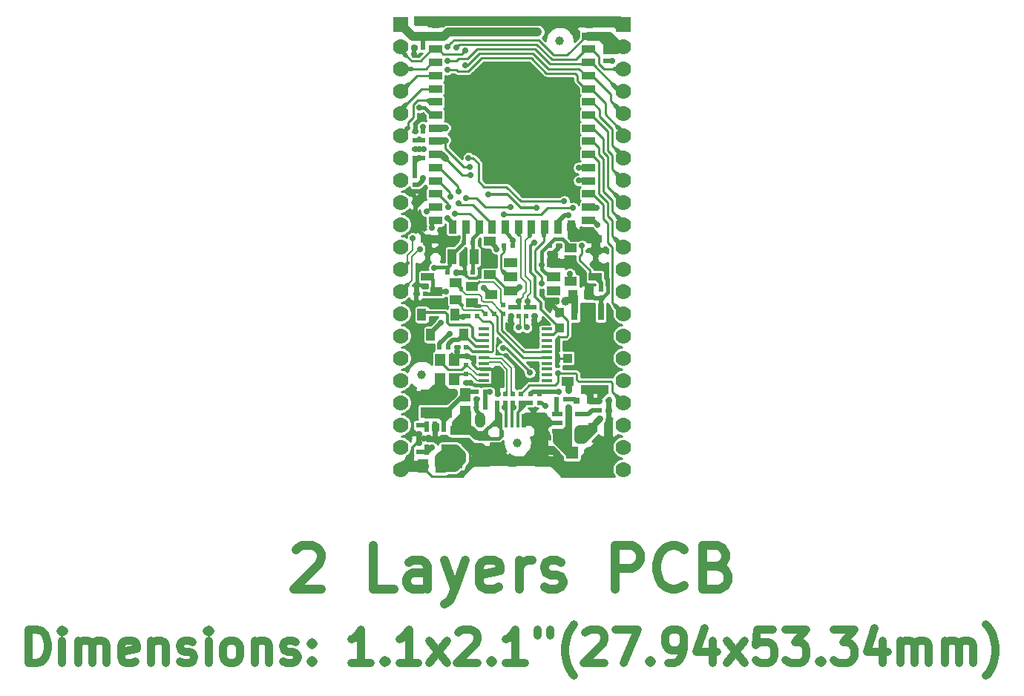
<source format=gbr>
G04 #@! TF.GenerationSoftware,KiCad,Pcbnew,5.1.6-c6e7f7d~87~ubuntu18.04.1*
G04 #@! TF.CreationDate,2020-09-24T15:59:31+03:00*
G04 #@! TF.ProjectId,ESP32-S2-DevKit-Lipo_Rev_B1,45535033-322d-4533-922d-4465764b6974,B1*
G04 #@! TF.SameCoordinates,Original*
G04 #@! TF.FileFunction,Copper,L1,Top*
G04 #@! TF.FilePolarity,Positive*
%FSLAX46Y46*%
G04 Gerber Fmt 4.6, Leading zero omitted, Abs format (unit mm)*
G04 Created by KiCad (PCBNEW 5.1.6-c6e7f7d~87~ubuntu18.04.1) date 2020-09-24 15:59:31*
%MOMM*%
%LPD*%
G01*
G04 APERTURE LIST*
G04 #@! TA.AperFunction,NonConductor*
%ADD10C,0.952500*%
G04 #@! TD*
G04 #@! TA.AperFunction,NonConductor*
%ADD11C,1.000000*%
G04 #@! TD*
G04 #@! TA.AperFunction,SMDPad,CuDef*
%ADD12C,0.100000*%
G04 #@! TD*
G04 #@! TA.AperFunction,SMDPad,CuDef*
%ADD13R,2.000000X2.600000*%
G04 #@! TD*
G04 #@! TA.AperFunction,SMDPad,CuDef*
%ADD14R,0.700000X1.900000*%
G04 #@! TD*
G04 #@! TA.AperFunction,SMDPad,CuDef*
%ADD15R,0.800000X1.900000*%
G04 #@! TD*
G04 #@! TA.AperFunction,SMDPad,CuDef*
%ADD16R,1.000000X1.400000*%
G04 #@! TD*
G04 #@! TA.AperFunction,SMDPad,CuDef*
%ADD17R,0.550000X0.500000*%
G04 #@! TD*
G04 #@! TA.AperFunction,SMDPad,CuDef*
%ADD18R,1.000000X1.800000*%
G04 #@! TD*
G04 #@! TA.AperFunction,SMDPad,CuDef*
%ADD19R,0.500000X0.550000*%
G04 #@! TD*
G04 #@! TA.AperFunction,SMDPad,CuDef*
%ADD20R,1.400000X1.000000*%
G04 #@! TD*
G04 #@! TA.AperFunction,SMDPad,CuDef*
%ADD21R,1.524000X1.270000*%
G04 #@! TD*
G04 #@! TA.AperFunction,ComponentPad*
%ADD22C,1.400000*%
G04 #@! TD*
G04 #@! TA.AperFunction,ComponentPad*
%ADD23R,1.400000X1.400000*%
G04 #@! TD*
G04 #@! TA.AperFunction,SMDPad,CuDef*
%ADD24R,0.800000X0.800000*%
G04 #@! TD*
G04 #@! TA.AperFunction,SMDPad,CuDef*
%ADD25C,1.000000*%
G04 #@! TD*
G04 #@! TA.AperFunction,SMDPad,CuDef*
%ADD26R,1.200000X1.400000*%
G04 #@! TD*
G04 #@! TA.AperFunction,ConnectorPad*
%ADD27C,1.000000*%
G04 #@! TD*
G04 #@! TA.AperFunction,SMDPad,CuDef*
%ADD28R,1.200000X0.550000*%
G04 #@! TD*
G04 #@! TA.AperFunction,SMDPad,CuDef*
%ADD29R,1.270000X0.325000*%
G04 #@! TD*
G04 #@! TA.AperFunction,SMDPad,CuDef*
%ADD30R,0.500000X1.650000*%
G04 #@! TD*
G04 #@! TA.AperFunction,SMDPad,CuDef*
%ADD31R,0.325000X1.650000*%
G04 #@! TD*
G04 #@! TA.AperFunction,SMDPad,CuDef*
%ADD32R,1.100000X1.000000*%
G04 #@! TD*
G04 #@! TA.AperFunction,ComponentPad*
%ADD33O,1.200000X1.800000*%
G04 #@! TD*
G04 #@! TA.AperFunction,SMDPad,CuDef*
%ADD34R,1.500000X0.900000*%
G04 #@! TD*
G04 #@! TA.AperFunction,SMDPad,CuDef*
%ADD35R,1.016000X1.016000*%
G04 #@! TD*
G04 #@! TA.AperFunction,ComponentPad*
%ADD36C,1.778000*%
G04 #@! TD*
G04 #@! TA.AperFunction,ComponentPad*
%ADD37R,1.778000X1.778000*%
G04 #@! TD*
G04 #@! TA.AperFunction,SMDPad,CuDef*
%ADD38R,1.500000X1.000000*%
G04 #@! TD*
G04 #@! TA.AperFunction,SMDPad,CuDef*
%ADD39R,4.100000X4.100000*%
G04 #@! TD*
G04 #@! TA.AperFunction,SMDPad,CuDef*
%ADD40R,0.900000X1.500000*%
G04 #@! TD*
G04 #@! TA.AperFunction,SMDPad,CuDef*
%ADD41R,1.100000X1.100000*%
G04 #@! TD*
G04 #@! TA.AperFunction,ViaPad*
%ADD42C,0.500000*%
G04 #@! TD*
G04 #@! TA.AperFunction,SMDPad,CuDef*
%ADD43R,1.270000X1.524000*%
G04 #@! TD*
G04 #@! TA.AperFunction,SMDPad,CuDef*
%ADD44R,0.550000X1.200000*%
G04 #@! TD*
G04 #@! TA.AperFunction,ViaPad*
%ADD45C,1.000000*%
G04 #@! TD*
G04 #@! TA.AperFunction,ViaPad*
%ADD46C,0.700000*%
G04 #@! TD*
G04 #@! TA.AperFunction,Conductor*
%ADD47C,1.016000*%
G04 #@! TD*
G04 #@! TA.AperFunction,Conductor*
%ADD48C,0.508000*%
G04 #@! TD*
G04 #@! TA.AperFunction,Conductor*
%ADD49C,1.270000*%
G04 #@! TD*
G04 #@! TA.AperFunction,Conductor*
%ADD50C,0.762000*%
G04 #@! TD*
G04 #@! TA.AperFunction,Conductor*
%ADD51C,0.254000*%
G04 #@! TD*
G04 #@! TA.AperFunction,Conductor*
%ADD52C,0.406400*%
G04 #@! TD*
G04 #@! TA.AperFunction,Conductor*
%ADD53C,0.304800*%
G04 #@! TD*
G04 #@! TA.AperFunction,Conductor*
%ADD54C,0.355600*%
G04 #@! TD*
G04 #@! TA.AperFunction,Conductor*
%ADD55C,0.203200*%
G04 #@! TD*
G04 APERTURE END LIST*
D10*
X88355714Y-140153571D02*
X88355714Y-136343571D01*
X89262857Y-136343571D01*
X89807142Y-136525000D01*
X90170000Y-136887857D01*
X90351428Y-137250714D01*
X90532857Y-137976428D01*
X90532857Y-138520714D01*
X90351428Y-139246428D01*
X90170000Y-139609285D01*
X89807142Y-139972142D01*
X89262857Y-140153571D01*
X88355714Y-140153571D01*
X92165714Y-140153571D02*
X92165714Y-137613571D01*
X92165714Y-136343571D02*
X91984285Y-136525000D01*
X92165714Y-136706428D01*
X92347142Y-136525000D01*
X92165714Y-136343571D01*
X92165714Y-136706428D01*
X93980000Y-140153571D02*
X93980000Y-137613571D01*
X93980000Y-137976428D02*
X94161428Y-137795000D01*
X94524285Y-137613571D01*
X95068571Y-137613571D01*
X95431428Y-137795000D01*
X95612857Y-138157857D01*
X95612857Y-140153571D01*
X95612857Y-138157857D02*
X95794285Y-137795000D01*
X96157142Y-137613571D01*
X96701428Y-137613571D01*
X97064285Y-137795000D01*
X97245714Y-138157857D01*
X97245714Y-140153571D01*
X100511428Y-139972142D02*
X100148571Y-140153571D01*
X99422857Y-140153571D01*
X99060000Y-139972142D01*
X98878571Y-139609285D01*
X98878571Y-138157857D01*
X99060000Y-137795000D01*
X99422857Y-137613571D01*
X100148571Y-137613571D01*
X100511428Y-137795000D01*
X100692857Y-138157857D01*
X100692857Y-138520714D01*
X98878571Y-138883571D01*
X102325714Y-137613571D02*
X102325714Y-140153571D01*
X102325714Y-137976428D02*
X102507142Y-137795000D01*
X102870000Y-137613571D01*
X103414285Y-137613571D01*
X103777142Y-137795000D01*
X103958571Y-138157857D01*
X103958571Y-140153571D01*
X105591428Y-139972142D02*
X105954285Y-140153571D01*
X106680000Y-140153571D01*
X107042857Y-139972142D01*
X107224285Y-139609285D01*
X107224285Y-139427857D01*
X107042857Y-139065000D01*
X106680000Y-138883571D01*
X106135714Y-138883571D01*
X105772857Y-138702142D01*
X105591428Y-138339285D01*
X105591428Y-138157857D01*
X105772857Y-137795000D01*
X106135714Y-137613571D01*
X106680000Y-137613571D01*
X107042857Y-137795000D01*
X108857142Y-140153571D02*
X108857142Y-137613571D01*
X108857142Y-136343571D02*
X108675714Y-136525000D01*
X108857142Y-136706428D01*
X109038571Y-136525000D01*
X108857142Y-136343571D01*
X108857142Y-136706428D01*
X111215714Y-140153571D02*
X110852857Y-139972142D01*
X110671428Y-139790714D01*
X110490000Y-139427857D01*
X110490000Y-138339285D01*
X110671428Y-137976428D01*
X110852857Y-137795000D01*
X111215714Y-137613571D01*
X111760000Y-137613571D01*
X112122857Y-137795000D01*
X112304285Y-137976428D01*
X112485714Y-138339285D01*
X112485714Y-139427857D01*
X112304285Y-139790714D01*
X112122857Y-139972142D01*
X111760000Y-140153571D01*
X111215714Y-140153571D01*
X114118571Y-137613571D02*
X114118571Y-140153571D01*
X114118571Y-137976428D02*
X114300000Y-137795000D01*
X114662857Y-137613571D01*
X115207142Y-137613571D01*
X115570000Y-137795000D01*
X115751428Y-138157857D01*
X115751428Y-140153571D01*
X117384285Y-139972142D02*
X117747142Y-140153571D01*
X118472857Y-140153571D01*
X118835714Y-139972142D01*
X119017142Y-139609285D01*
X119017142Y-139427857D01*
X118835714Y-139065000D01*
X118472857Y-138883571D01*
X117928571Y-138883571D01*
X117565714Y-138702142D01*
X117384285Y-138339285D01*
X117384285Y-138157857D01*
X117565714Y-137795000D01*
X117928571Y-137613571D01*
X118472857Y-137613571D01*
X118835714Y-137795000D01*
X120650000Y-139790714D02*
X120831428Y-139972142D01*
X120650000Y-140153571D01*
X120468571Y-139972142D01*
X120650000Y-139790714D01*
X120650000Y-140153571D01*
X120650000Y-137795000D02*
X120831428Y-137976428D01*
X120650000Y-138157857D01*
X120468571Y-137976428D01*
X120650000Y-137795000D01*
X120650000Y-138157857D01*
X127362857Y-140153571D02*
X125185714Y-140153571D01*
X126274285Y-140153571D02*
X126274285Y-136343571D01*
X125911428Y-136887857D01*
X125548571Y-137250714D01*
X125185714Y-137432142D01*
X128995714Y-139790714D02*
X129177142Y-139972142D01*
X128995714Y-140153571D01*
X128814285Y-139972142D01*
X128995714Y-139790714D01*
X128995714Y-140153571D01*
X132805714Y-140153571D02*
X130628571Y-140153571D01*
X131717142Y-140153571D02*
X131717142Y-136343571D01*
X131354285Y-136887857D01*
X130991428Y-137250714D01*
X130628571Y-137432142D01*
X134075714Y-140153571D02*
X136071428Y-137613571D01*
X134075714Y-137613571D02*
X136071428Y-140153571D01*
X137341428Y-136706428D02*
X137522857Y-136525000D01*
X137885714Y-136343571D01*
X138792857Y-136343571D01*
X139155714Y-136525000D01*
X139337142Y-136706428D01*
X139518571Y-137069285D01*
X139518571Y-137432142D01*
X139337142Y-137976428D01*
X137160000Y-140153571D01*
X139518571Y-140153571D01*
X141151428Y-139790714D02*
X141332857Y-139972142D01*
X141151428Y-140153571D01*
X140970000Y-139972142D01*
X141151428Y-139790714D01*
X141151428Y-140153571D01*
X144961428Y-140153571D02*
X142784285Y-140153571D01*
X143872857Y-140153571D02*
X143872857Y-136343571D01*
X143510000Y-136887857D01*
X143147142Y-137250714D01*
X142784285Y-137432142D01*
X146412857Y-136343571D02*
X146412857Y-137069285D01*
X147864285Y-136343571D02*
X147864285Y-137069285D01*
X150585714Y-141605000D02*
X150404285Y-141423571D01*
X150041428Y-140879285D01*
X149860000Y-140516428D01*
X149678571Y-139972142D01*
X149497142Y-139065000D01*
X149497142Y-138339285D01*
X149678571Y-137432142D01*
X149860000Y-136887857D01*
X150041428Y-136525000D01*
X150404285Y-135980714D01*
X150585714Y-135799285D01*
X151855714Y-136706428D02*
X152037142Y-136525000D01*
X152400000Y-136343571D01*
X153307142Y-136343571D01*
X153670000Y-136525000D01*
X153851428Y-136706428D01*
X154032857Y-137069285D01*
X154032857Y-137432142D01*
X153851428Y-137976428D01*
X151674285Y-140153571D01*
X154032857Y-140153571D01*
X155302857Y-136343571D02*
X157842857Y-136343571D01*
X156210000Y-140153571D01*
X159294285Y-139790714D02*
X159475714Y-139972142D01*
X159294285Y-140153571D01*
X159112857Y-139972142D01*
X159294285Y-139790714D01*
X159294285Y-140153571D01*
X161290000Y-140153571D02*
X162015714Y-140153571D01*
X162378571Y-139972142D01*
X162560000Y-139790714D01*
X162922857Y-139246428D01*
X163104285Y-138520714D01*
X163104285Y-137069285D01*
X162922857Y-136706428D01*
X162741428Y-136525000D01*
X162378571Y-136343571D01*
X161652857Y-136343571D01*
X161290000Y-136525000D01*
X161108571Y-136706428D01*
X160927142Y-137069285D01*
X160927142Y-137976428D01*
X161108571Y-138339285D01*
X161290000Y-138520714D01*
X161652857Y-138702142D01*
X162378571Y-138702142D01*
X162741428Y-138520714D01*
X162922857Y-138339285D01*
X163104285Y-137976428D01*
X166370000Y-137613571D02*
X166370000Y-140153571D01*
X165462857Y-136162142D02*
X164555714Y-138883571D01*
X166914285Y-138883571D01*
X168002857Y-140153571D02*
X169998571Y-137613571D01*
X168002857Y-137613571D02*
X169998571Y-140153571D01*
X173264285Y-136343571D02*
X171450000Y-136343571D01*
X171268571Y-138157857D01*
X171450000Y-137976428D01*
X171812857Y-137795000D01*
X172720000Y-137795000D01*
X173082857Y-137976428D01*
X173264285Y-138157857D01*
X173445714Y-138520714D01*
X173445714Y-139427857D01*
X173264285Y-139790714D01*
X173082857Y-139972142D01*
X172720000Y-140153571D01*
X171812857Y-140153571D01*
X171450000Y-139972142D01*
X171268571Y-139790714D01*
X174715714Y-136343571D02*
X177074285Y-136343571D01*
X175804285Y-137795000D01*
X176348571Y-137795000D01*
X176711428Y-137976428D01*
X176892857Y-138157857D01*
X177074285Y-138520714D01*
X177074285Y-139427857D01*
X176892857Y-139790714D01*
X176711428Y-139972142D01*
X176348571Y-140153571D01*
X175260000Y-140153571D01*
X174897142Y-139972142D01*
X174715714Y-139790714D01*
X178707142Y-139790714D02*
X178888571Y-139972142D01*
X178707142Y-140153571D01*
X178525714Y-139972142D01*
X178707142Y-139790714D01*
X178707142Y-140153571D01*
X180158571Y-136343571D02*
X182517142Y-136343571D01*
X181247142Y-137795000D01*
X181791428Y-137795000D01*
X182154285Y-137976428D01*
X182335714Y-138157857D01*
X182517142Y-138520714D01*
X182517142Y-139427857D01*
X182335714Y-139790714D01*
X182154285Y-139972142D01*
X181791428Y-140153571D01*
X180702857Y-140153571D01*
X180340000Y-139972142D01*
X180158571Y-139790714D01*
X185782857Y-137613571D02*
X185782857Y-140153571D01*
X184875714Y-136162142D02*
X183968571Y-138883571D01*
X186327142Y-138883571D01*
X187778571Y-140153571D02*
X187778571Y-137613571D01*
X187778571Y-137976428D02*
X187960000Y-137795000D01*
X188322857Y-137613571D01*
X188867142Y-137613571D01*
X189230000Y-137795000D01*
X189411428Y-138157857D01*
X189411428Y-140153571D01*
X189411428Y-138157857D02*
X189592857Y-137795000D01*
X189955714Y-137613571D01*
X190500000Y-137613571D01*
X190862857Y-137795000D01*
X191044285Y-138157857D01*
X191044285Y-140153571D01*
X192858571Y-140153571D02*
X192858571Y-137613571D01*
X192858571Y-137976428D02*
X193040000Y-137795000D01*
X193402857Y-137613571D01*
X193947142Y-137613571D01*
X194310000Y-137795000D01*
X194491428Y-138157857D01*
X194491428Y-140153571D01*
X194491428Y-138157857D02*
X194672857Y-137795000D01*
X195035714Y-137613571D01*
X195580000Y-137613571D01*
X195942857Y-137795000D01*
X196124285Y-138157857D01*
X196124285Y-140153571D01*
X197575714Y-141605000D02*
X197757142Y-141423571D01*
X198120000Y-140879285D01*
X198301428Y-140516428D01*
X198482857Y-139972142D01*
X198664285Y-139065000D01*
X198664285Y-138339285D01*
X198482857Y-137432142D01*
X198301428Y-136887857D01*
X198120000Y-136525000D01*
X197757142Y-135980714D01*
X197575714Y-135799285D01*
D11*
X118867142Y-127278095D02*
X119105238Y-127040000D01*
X119581428Y-126801904D01*
X120771904Y-126801904D01*
X121248095Y-127040000D01*
X121486190Y-127278095D01*
X121724285Y-127754285D01*
X121724285Y-128230476D01*
X121486190Y-128944761D01*
X118629047Y-131801904D01*
X121724285Y-131801904D01*
X130057619Y-131801904D02*
X127676666Y-131801904D01*
X127676666Y-126801904D01*
X133867142Y-131801904D02*
X133867142Y-129182857D01*
X133629047Y-128706666D01*
X133152857Y-128468571D01*
X132200476Y-128468571D01*
X131724285Y-128706666D01*
X133867142Y-131563809D02*
X133390952Y-131801904D01*
X132200476Y-131801904D01*
X131724285Y-131563809D01*
X131486190Y-131087619D01*
X131486190Y-130611428D01*
X131724285Y-130135238D01*
X132200476Y-129897142D01*
X133390952Y-129897142D01*
X133867142Y-129659047D01*
X135771904Y-128468571D02*
X136962380Y-131801904D01*
X138152857Y-128468571D02*
X136962380Y-131801904D01*
X136486190Y-132992380D01*
X136248095Y-133230476D01*
X135771904Y-133468571D01*
X141962380Y-131563809D02*
X141486190Y-131801904D01*
X140533809Y-131801904D01*
X140057619Y-131563809D01*
X139819523Y-131087619D01*
X139819523Y-129182857D01*
X140057619Y-128706666D01*
X140533809Y-128468571D01*
X141486190Y-128468571D01*
X141962380Y-128706666D01*
X142200476Y-129182857D01*
X142200476Y-129659047D01*
X139819523Y-130135238D01*
X144343333Y-131801904D02*
X144343333Y-128468571D01*
X144343333Y-129420952D02*
X144581428Y-128944761D01*
X144819523Y-128706666D01*
X145295714Y-128468571D01*
X145771904Y-128468571D01*
X147200476Y-131563809D02*
X147676666Y-131801904D01*
X148629047Y-131801904D01*
X149105238Y-131563809D01*
X149343333Y-131087619D01*
X149343333Y-130849523D01*
X149105238Y-130373333D01*
X148629047Y-130135238D01*
X147914761Y-130135238D01*
X147438571Y-129897142D01*
X147200476Y-129420952D01*
X147200476Y-129182857D01*
X147438571Y-128706666D01*
X147914761Y-128468571D01*
X148629047Y-128468571D01*
X149105238Y-128706666D01*
X155295714Y-131801904D02*
X155295714Y-126801904D01*
X157200476Y-126801904D01*
X157676666Y-127040000D01*
X157914761Y-127278095D01*
X158152857Y-127754285D01*
X158152857Y-128468571D01*
X157914761Y-128944761D01*
X157676666Y-129182857D01*
X157200476Y-129420952D01*
X155295714Y-129420952D01*
X163152857Y-131325714D02*
X162914761Y-131563809D01*
X162200476Y-131801904D01*
X161724285Y-131801904D01*
X161010000Y-131563809D01*
X160533809Y-131087619D01*
X160295714Y-130611428D01*
X160057619Y-129659047D01*
X160057619Y-128944761D01*
X160295714Y-127992380D01*
X160533809Y-127516190D01*
X161010000Y-127040000D01*
X161724285Y-126801904D01*
X162200476Y-126801904D01*
X162914761Y-127040000D01*
X163152857Y-127278095D01*
X166962380Y-129182857D02*
X167676666Y-129420952D01*
X167914761Y-129659047D01*
X168152857Y-130135238D01*
X168152857Y-130849523D01*
X167914761Y-131325714D01*
X167676666Y-131563809D01*
X167200476Y-131801904D01*
X165295714Y-131801904D01*
X165295714Y-126801904D01*
X166962380Y-126801904D01*
X167438571Y-127040000D01*
X167676666Y-127278095D01*
X167914761Y-127754285D01*
X167914761Y-128230476D01*
X167676666Y-128706666D01*
X167438571Y-128944761D01*
X166962380Y-129182857D01*
X165295714Y-129182857D01*
G04 #@! TA.AperFunction,SMDPad,CuDef*
D12*
G36*
X151146000Y-101677000D02*
G01*
X151846000Y-100877000D01*
X152446000Y-100877000D01*
X153146000Y-101677000D01*
X151146000Y-101677000D01*
G37*
G04 #@! TD.AperFunction*
D13*
X152146000Y-102977000D03*
D14*
X150646000Y-100127000D03*
D15*
X152146000Y-100127000D03*
D14*
X153646000Y-100127000D03*
D16*
X137028000Y-100457000D03*
X133228000Y-100457000D03*
D17*
X142494000Y-99314000D03*
X142494000Y-100330000D03*
D18*
X139172000Y-93853000D03*
X136672000Y-93853000D03*
D19*
X136144000Y-95631000D03*
X137160000Y-95631000D03*
X139065000Y-95631000D03*
X138049000Y-95631000D03*
D20*
X138973560Y-97221040D03*
X138973560Y-99123500D03*
X141183360Y-98168460D03*
D21*
X133858000Y-111633000D03*
X133858000Y-109601000D03*
D22*
X152384760Y-116222780D03*
D23*
X150355300Y-116225320D03*
D24*
X150876000Y-110236000D03*
X152400000Y-110236000D03*
D25*
X132588000Y-87630000D03*
D26*
X136944000Y-105580000D03*
X135344000Y-107780000D03*
X136944000Y-107780000D03*
X135344000Y-105580000D03*
D20*
X152046940Y-109026960D03*
X152046940Y-107124500D03*
X149837140Y-108079540D03*
D27*
X133223000Y-107315000D03*
X144145000Y-115062000D03*
X148971000Y-69215000D03*
D20*
X134914640Y-97792540D03*
X137124440Y-96837500D03*
X137124440Y-98739960D03*
D28*
X148687000Y-111826000D03*
X148687000Y-112776000D03*
X148687000Y-113726000D03*
X151287000Y-111826000D03*
X151287000Y-113726000D03*
D29*
X147510500Y-102104000D03*
X147510500Y-102754000D03*
X147510500Y-103404000D03*
X147510500Y-104054000D03*
X147510500Y-104704000D03*
X147510500Y-105354000D03*
X147510500Y-106004000D03*
X147510500Y-106654000D03*
X147510500Y-107304000D03*
X147510500Y-107954000D03*
X140271500Y-107954000D03*
X140271500Y-107304000D03*
X140271500Y-106654000D03*
X140271500Y-106004000D03*
X140271500Y-105354000D03*
X140271500Y-104704000D03*
X140271500Y-104054000D03*
X140271500Y-103404000D03*
X140271500Y-102754000D03*
X140271500Y-102104000D03*
D30*
X142122500Y-112547000D03*
D31*
X142860000Y-112547000D03*
X143510000Y-112547000D03*
X144160000Y-112547000D03*
D30*
X144897500Y-112547000D03*
D32*
X142010000Y-117097000D03*
X145010000Y-117097000D03*
D33*
X139910000Y-115947000D03*
X139910000Y-112477000D03*
X147110000Y-112477000D03*
X147110000Y-115947000D03*
D34*
X133858000Y-91803000D03*
X133858000Y-96157000D03*
D20*
X137160000Y-113670000D03*
X137160000Y-117470000D03*
X153860500Y-109024500D03*
X153860500Y-105224500D03*
D16*
X138044000Y-102743000D03*
X134244000Y-102743000D03*
D35*
X154495500Y-113347500D03*
X152717500Y-113347500D03*
D19*
X154559000Y-110236000D03*
X153543000Y-110236000D03*
D17*
X145669000Y-110490000D03*
X145669000Y-109474000D03*
X142748000Y-109474000D03*
X142748000Y-110490000D03*
X143637000Y-109474000D03*
X143637000Y-110490000D03*
D19*
X148590000Y-110109000D03*
X149606000Y-110109000D03*
X154559000Y-111379000D03*
X153543000Y-111379000D03*
X139446000Y-109220000D03*
X140462000Y-109220000D03*
X140462000Y-110109000D03*
X139446000Y-110109000D03*
X136271000Y-104140000D03*
X135255000Y-104140000D03*
X138557000Y-100584000D03*
X139573000Y-100584000D03*
D17*
X132842000Y-113029999D03*
X132842000Y-114045999D03*
X132461000Y-84582000D03*
X132461000Y-85598000D03*
X132461000Y-81533999D03*
X132461000Y-82549999D03*
X132842000Y-116077999D03*
X132842000Y-115061999D03*
X133350000Y-80518000D03*
X133350000Y-79502000D03*
X141859000Y-110490000D03*
X141859000Y-109474000D03*
X138303000Y-105156000D03*
X138303000Y-106172000D03*
D19*
X140462000Y-110998000D03*
X139446000Y-110998000D03*
D34*
X153035000Y-96157000D03*
X153035000Y-91803000D03*
D35*
X151638000Y-105410000D03*
X149860000Y-105410000D03*
D17*
X133350000Y-82549999D03*
X133350000Y-81533999D03*
X143383000Y-100584000D03*
X143383000Y-99568000D03*
X146050000Y-100584000D03*
X146050000Y-99568000D03*
D36*
X130810000Y-118110000D03*
X130810000Y-74930000D03*
X130810000Y-72390000D03*
X130810000Y-69850000D03*
D37*
X130810000Y-67310000D03*
D36*
X130810000Y-77470000D03*
X130810000Y-80010000D03*
X130810000Y-85090000D03*
X130810000Y-82550000D03*
X130810000Y-87630000D03*
X130810000Y-90170000D03*
X130810000Y-95250000D03*
X130810000Y-92710000D03*
X130810000Y-97790000D03*
X130810000Y-100330000D03*
X130810000Y-105410000D03*
X130810000Y-102870000D03*
X130810000Y-113030000D03*
X130810000Y-115570000D03*
X130810000Y-110490000D03*
X130810000Y-107950000D03*
X156210000Y-118110000D03*
X156210000Y-74930000D03*
X156210000Y-72390000D03*
X156210000Y-69850000D03*
D37*
X156210000Y-67310000D03*
D36*
X156210000Y-77470000D03*
X156210000Y-80010000D03*
X156210000Y-85090000D03*
X156210000Y-82550000D03*
X156210000Y-87630000D03*
X156210000Y-90170000D03*
X156210000Y-95250000D03*
X156210000Y-92710000D03*
X156210000Y-97790000D03*
X156210000Y-100330000D03*
X156210000Y-105410000D03*
X156210000Y-102870000D03*
X156210000Y-113030000D03*
X156210000Y-115570000D03*
X156210000Y-110490000D03*
X156210000Y-107950000D03*
D19*
X140462000Y-100330000D03*
X141478000Y-100330000D03*
D17*
X132461000Y-79502000D03*
X132461000Y-80518000D03*
X144272000Y-99568000D03*
X144272000Y-100584000D03*
X145161000Y-99568000D03*
X145161000Y-100584000D03*
X144526000Y-109474000D03*
X144526000Y-110490000D03*
X154178000Y-70485000D03*
X154178000Y-71501000D03*
D19*
X138049000Y-92202000D03*
X139065000Y-92202000D03*
X142621000Y-92583000D03*
X143637000Y-92583000D03*
D38*
X143346000Y-94539000D03*
X143346000Y-96139000D03*
X143346000Y-97739000D03*
X148246000Y-97739000D03*
X148246000Y-96139000D03*
X148246000Y-94539000D03*
D39*
X142320000Y-75234000D03*
D34*
X134760000Y-67184000D03*
D23*
X142320000Y-75234000D03*
D34*
X134760000Y-68684000D03*
X134760000Y-70184000D03*
X134760000Y-71684000D03*
X134760000Y-73184000D03*
X134760000Y-74684000D03*
X134760000Y-76184000D03*
X134760000Y-77684000D03*
X134760000Y-79184000D03*
X134760000Y-80684000D03*
X134760000Y-82184000D03*
X134760000Y-83684000D03*
X134760000Y-85184000D03*
X134760000Y-86684000D03*
X134760000Y-88184000D03*
X134760000Y-89684000D03*
D40*
X136760000Y-90434000D03*
X138260000Y-90434000D03*
X139760000Y-90434000D03*
X141260000Y-90434000D03*
X142760000Y-90434000D03*
X144260000Y-90434000D03*
X145760000Y-90434000D03*
X147260000Y-90434000D03*
X148760000Y-90434000D03*
X150260000Y-90434000D03*
D34*
X152260000Y-89684000D03*
X152260000Y-88184000D03*
X152260000Y-86684000D03*
X152260000Y-85184000D03*
X152260000Y-83684000D03*
X152260000Y-82184000D03*
X152260000Y-80684000D03*
X152260000Y-79184000D03*
X152260000Y-77684000D03*
X152260000Y-76184000D03*
X152260000Y-74684000D03*
X152260000Y-73184000D03*
X152260000Y-71684000D03*
X152260000Y-70184000D03*
X152260000Y-68684000D03*
X152260000Y-67184000D03*
D41*
X140820000Y-73734000D03*
X142320000Y-73734000D03*
X143820000Y-73734000D03*
X140820000Y-75234000D03*
X143820000Y-75234000D03*
X140820000Y-76734000D03*
X142320000Y-76734000D03*
X143820000Y-76734000D03*
D42*
X141570000Y-73734000D03*
X143070000Y-73734000D03*
X140820000Y-74484000D03*
X143820000Y-74484000D03*
X140820000Y-75984000D03*
X143820000Y-75984000D03*
X141570000Y-76734000D03*
X143070000Y-76734000D03*
D17*
X153670000Y-97536000D03*
X153670000Y-98552000D03*
X146685000Y-110490000D03*
X146685000Y-109474000D03*
X138303000Y-108204000D03*
X138303000Y-107188000D03*
D35*
X148971000Y-100203000D03*
X148971000Y-101981000D03*
D19*
X137287000Y-104140000D03*
X138303000Y-104140000D03*
D21*
X135890000Y-111633000D03*
X135890000Y-109601000D03*
D43*
X133350000Y-117729000D03*
X135382000Y-117729000D03*
D35*
X152273000Y-98171000D03*
X150495000Y-98171000D03*
X132842000Y-66929000D03*
X132842000Y-68707000D03*
D19*
X133604000Y-98044000D03*
X132588000Y-98044000D03*
X147828000Y-92583000D03*
X148844000Y-92583000D03*
D35*
X154178000Y-67056000D03*
X154178000Y-68834000D03*
D19*
X133350000Y-69977000D03*
X132334000Y-69977000D03*
D43*
X138176000Y-111633000D03*
X138176000Y-109601000D03*
D44*
X135697000Y-113254000D03*
X134747000Y-113254000D03*
X133797000Y-113254000D03*
X135697000Y-115854000D03*
X133797000Y-115854000D03*
D20*
X150241000Y-96642000D03*
X150241000Y-92842000D03*
X140970000Y-92080000D03*
X140970000Y-95880000D03*
D45*
X136652000Y-116459000D03*
X137795000Y-116459000D03*
X151130000Y-114681000D03*
D46*
X153521999Y-112331500D03*
X153035000Y-110236000D03*
X133350002Y-78993998D03*
X138303000Y-87122000D03*
X143383000Y-88138000D03*
X141732000Y-92964000D03*
D45*
X141605000Y-116078000D03*
X143510000Y-117221000D03*
X146558000Y-117221000D03*
X140462000Y-117221000D03*
X154432000Y-118236598D03*
D46*
X146050000Y-101155500D03*
X141859000Y-108839000D03*
X134747000Y-114554000D03*
X135763000Y-114554000D03*
X136906000Y-109220000D03*
X135128000Y-110363000D03*
X136017000Y-110363000D03*
X133477000Y-114554000D03*
X138785023Y-108234999D03*
X137287000Y-104711500D03*
X138990548Y-105480803D03*
X133629400Y-66929000D03*
D45*
X137795000Y-66929000D03*
X139700000Y-66929000D03*
D46*
X135890000Y-66929000D03*
D45*
X141605000Y-66929000D03*
X145415000Y-66929000D03*
X149225000Y-66929000D03*
X147320000Y-66929000D03*
X143510000Y-66929000D03*
D46*
X151130000Y-66929000D03*
X132334000Y-70739000D03*
X132905500Y-81534000D03*
X152780981Y-91059000D03*
X151892000Y-91059000D03*
X143383000Y-101155500D03*
D45*
X149860000Y-76200000D03*
D46*
X131826000Y-86360000D03*
X137033000Y-80822800D03*
X133096000Y-77978000D03*
X144526000Y-107061000D03*
X138557000Y-81534000D03*
D45*
X149860000Y-78740000D03*
X151892000Y-118236598D03*
X149352000Y-118236598D03*
X146685000Y-76200000D03*
X146685000Y-78740000D03*
X146685000Y-81280000D03*
X149860000Y-81280000D03*
X146685000Y-83820000D03*
X149860000Y-83820000D03*
X149860000Y-86360000D03*
X146685000Y-86360000D03*
X144780000Y-86360000D03*
X144780000Y-83820000D03*
X144780000Y-81280000D03*
X144780000Y-78740000D03*
X146685000Y-74930000D03*
X149860000Y-74930000D03*
X149860000Y-77470000D03*
X146685000Y-77470000D03*
X144780000Y-80010000D03*
X146685000Y-80010000D03*
X149860000Y-80010000D03*
X144780000Y-82550000D03*
X146685000Y-82550000D03*
X146685000Y-85090000D03*
X144780000Y-85090000D03*
X149860000Y-82550000D03*
X149860000Y-85090000D03*
X145415000Y-72390000D03*
X144145000Y-72390000D03*
X142875000Y-72390000D03*
X141605000Y-72390000D03*
X140335000Y-72390000D03*
X139700000Y-74295000D03*
X139700000Y-75565000D03*
X142875000Y-78740000D03*
D46*
X151003000Y-91059000D03*
X147574000Y-99441000D03*
X141478000Y-94742000D03*
X147828000Y-93472000D03*
X144526000Y-108077000D03*
D45*
X146431000Y-68199000D03*
D46*
X154929761Y-71494857D03*
X148844000Y-109220000D03*
D45*
X149606000Y-98933000D03*
X137160000Y-112903000D03*
D46*
X140843000Y-86741000D03*
X146304000Y-88265000D03*
X146050000Y-92202000D03*
X136398000Y-102616000D03*
X134366000Y-90551000D03*
X133759814Y-88684250D03*
X136144000Y-89408000D03*
X149987000Y-89079988D03*
X153289000Y-90170000D03*
X132969000Y-76832092D03*
X137414000Y-87757000D03*
X149923500Y-111061500D03*
X149923500Y-109093000D03*
X149479000Y-87503000D03*
X133350000Y-84836000D03*
X138557000Y-82550000D03*
X132905500Y-82550000D03*
X132963412Y-80509789D03*
X135890000Y-82550000D03*
X138760332Y-84523460D03*
X138176000Y-70349090D03*
X150495000Y-88265000D03*
X142621000Y-89027000D03*
X140335000Y-97409000D03*
X151511000Y-92583000D03*
X136144000Y-69850000D03*
X136017000Y-97790000D03*
X134620000Y-95123000D03*
X137033000Y-88900000D03*
X140979988Y-109290610D03*
X137160000Y-69977000D03*
X138176661Y-71978021D03*
X137922000Y-100711000D03*
X136117468Y-72517000D03*
X135411500Y-101375500D03*
X133030986Y-92976713D03*
X136271000Y-88138000D03*
X137414000Y-86360000D03*
X132180527Y-91712880D03*
X136525000Y-86995000D03*
X135890000Y-80518000D03*
X138684000Y-83566000D03*
X135890000Y-79121000D03*
X145542000Y-107060996D03*
X143637000Y-91948000D03*
X142494000Y-104267000D03*
X147320000Y-110871000D03*
X134366000Y-115570000D03*
X136152903Y-71509903D03*
X151130000Y-83693000D03*
X151130000Y-85153500D03*
X153162000Y-88265000D03*
X148748994Y-107116751D03*
X146939000Y-96901000D03*
X142709900Y-110998000D03*
X144239500Y-101915002D03*
X143675100Y-110998000D03*
X145193500Y-101915002D03*
X152019000Y-104521000D03*
X152019000Y-106299000D03*
X153162000Y-106299000D03*
X150876000Y-106299000D03*
X150876000Y-104521000D03*
X150749000Y-103124000D03*
X150749000Y-101854000D03*
X153162000Y-104521000D03*
X153162000Y-107315000D03*
X144272000Y-98933000D03*
X145288000Y-98933000D03*
X146939000Y-94742000D03*
X144399000Y-97282000D03*
X150114000Y-95758000D03*
D47*
X152717500Y-113538000D02*
X151257000Y-113538000D01*
X137160000Y-116967000D02*
X137160000Y-117470000D01*
X136652000Y-116459000D02*
X137160000Y-116967000D01*
X137795000Y-116459000D02*
X137795000Y-117039106D01*
X136652000Y-116459000D02*
X137795000Y-116459000D01*
X137795000Y-117039106D02*
X137359106Y-117475000D01*
X137359106Y-117475000D02*
X137033000Y-117475000D01*
D48*
X135697000Y-115854000D02*
X135697000Y-117414000D01*
X135697000Y-117414000D02*
X135382000Y-117729000D01*
D47*
X136652000Y-116459000D02*
X136017000Y-116459000D01*
D49*
X136906000Y-117729000D02*
X137160000Y-117475000D01*
D47*
X136152001Y-117720999D02*
X136144000Y-117729000D01*
X136152001Y-116958999D02*
X136152001Y-117720999D01*
X136652000Y-116459000D02*
X136152001Y-116958999D01*
D49*
X135382000Y-117729000D02*
X136144000Y-117729000D01*
X136144000Y-117729000D02*
X136906000Y-117729000D01*
D48*
X135697000Y-115854000D02*
X135697000Y-116017000D01*
X135001000Y-116713000D02*
X135001000Y-117729000D01*
X135318500Y-116395500D02*
X135318500Y-117665500D01*
X135697000Y-116017000D02*
X135318500Y-116395500D01*
X135318500Y-116395500D02*
X135001000Y-116713000D01*
D47*
X135953500Y-115760500D02*
X137096500Y-115760500D01*
X137160000Y-115824000D02*
X137795000Y-116459000D01*
X137096500Y-115760500D02*
X137160000Y-115824000D01*
X151130000Y-113665000D02*
X151130000Y-113973894D01*
X151257000Y-113538000D02*
X151130000Y-113665000D01*
X151384000Y-113538000D02*
X151257000Y-113538000D01*
X151130000Y-113973894D02*
X151130000Y-114681000D01*
D48*
X153860500Y-109024500D02*
X153670000Y-109215000D01*
D47*
X153860500Y-109024500D02*
X152976500Y-109024500D01*
X152974040Y-109026960D02*
X152976500Y-109024500D01*
X152046940Y-109026960D02*
X152974040Y-109026960D01*
D48*
X153543000Y-110236000D02*
X153543000Y-109453000D01*
X153543000Y-109453000D02*
X153543000Y-109093000D01*
X153543000Y-110236000D02*
X153035000Y-110236000D01*
D47*
X152717500Y-113347500D02*
X152717500Y-113601500D01*
X152717500Y-113601500D02*
X151638000Y-114681000D01*
X151638000Y-114681000D02*
X151130000Y-114681000D01*
D50*
X152315499Y-113538000D02*
X152146000Y-113538000D01*
X153521999Y-112331500D02*
X152315499Y-113538000D01*
X152400000Y-110236000D02*
X153035000Y-110236000D01*
X153035000Y-110236000D02*
X153416000Y-110236000D01*
X152400000Y-109474000D02*
X152019000Y-109093000D01*
X152400000Y-110236000D02*
X152400000Y-109474000D01*
D48*
X153543000Y-110236000D02*
X153543000Y-109982000D01*
X153543000Y-109982000D02*
X154051000Y-109474000D01*
X154051000Y-109474000D02*
X154305000Y-109220000D01*
X133350000Y-79502000D02*
X133350002Y-79501998D01*
X133350002Y-79488972D02*
X133350002Y-78993998D01*
X133350002Y-79501998D02*
X133350002Y-79488972D01*
D51*
X140462000Y-88138000D02*
X143383000Y-88138000D01*
X139446000Y-87122000D02*
X140462000Y-88138000D01*
X138303000Y-87122000D02*
X139446000Y-87122000D01*
D48*
X141732000Y-92842000D02*
X141732000Y-92964000D01*
X140970000Y-92080000D02*
X141732000Y-92842000D01*
D51*
X139890500Y-112077500D02*
X139890500Y-112204500D01*
D47*
X145031000Y-117097000D02*
X145034000Y-117094000D01*
X139910000Y-115947000D02*
X139910000Y-117094000D01*
X139910000Y-117094000D02*
X139446000Y-117094000D01*
X139910000Y-117094000D02*
X141414500Y-117094000D01*
X141414500Y-117094000D02*
X141986000Y-117094000D01*
X141986000Y-116078000D02*
X141986000Y-116967000D01*
X141986000Y-116078000D02*
X140462000Y-116078000D01*
X140462000Y-116078000D02*
X140430250Y-116109750D01*
X141414500Y-117094000D02*
X140430250Y-116109750D01*
X140430250Y-116109750D02*
X139954000Y-115633500D01*
X143005000Y-117097000D02*
X143386000Y-117097000D01*
X141986000Y-116078000D02*
X143005000Y-117097000D01*
X142010000Y-117097000D02*
X143386000Y-117097000D01*
X143386000Y-117097000D02*
X145031000Y-117097000D01*
X145923000Y-116840000D02*
X146177000Y-117094000D01*
X145923000Y-116785106D02*
X145614106Y-117094000D01*
X145614106Y-117094000D02*
X145034000Y-117094000D01*
X147110000Y-115947000D02*
X147110000Y-114891000D01*
X147110000Y-114891000D02*
X147110000Y-114217000D01*
X147574000Y-117094000D02*
X145034000Y-117094000D01*
X147110000Y-115947000D02*
X147110000Y-116630000D01*
X147110000Y-116630000D02*
X147574000Y-117094000D01*
X145010000Y-117097000D02*
X145923000Y-116184000D01*
D48*
X144907000Y-112903000D02*
X144897500Y-112893500D01*
X144897500Y-112893500D02*
X144897500Y-112547000D01*
X147110000Y-112477000D02*
X147110000Y-112859000D01*
X147110000Y-112859000D02*
X147066000Y-112903000D01*
X145923000Y-112903000D02*
X146050000Y-112903000D01*
D47*
X147110000Y-113963000D02*
X147110000Y-114217000D01*
X147110000Y-112477000D02*
X147110000Y-113963000D01*
D48*
X147066000Y-112903000D02*
X145923000Y-112903000D01*
X145923000Y-112903000D02*
X144907000Y-112903000D01*
X147110000Y-112477000D02*
X147409000Y-112776000D01*
X147409000Y-112776000D02*
X148717000Y-112776000D01*
D47*
X147574000Y-117094000D02*
X148209000Y-117094000D01*
X148209000Y-117094000D02*
X149352000Y-118237000D01*
X149352000Y-118237000D02*
X152400000Y-118237000D01*
X152400000Y-118237000D02*
X152400000Y-116205000D01*
D48*
X144897500Y-112150500D02*
X145161000Y-111887000D01*
X144897500Y-112547000D02*
X144897500Y-112087000D01*
X147129500Y-112141000D02*
X147129500Y-112522000D01*
X146875500Y-111887000D02*
X147129500Y-112141000D01*
D47*
X154449780Y-116222780D02*
X154495500Y-116268500D01*
X152384760Y-116222780D02*
X154449780Y-116222780D01*
D48*
X148687000Y-112776000D02*
X148005800Y-112776000D01*
X148005800Y-112776000D02*
X147624800Y-112395000D01*
X147624800Y-112395000D02*
X147358100Y-112128300D01*
X147358100Y-112128300D02*
X147129500Y-112128300D01*
X147110000Y-113671800D02*
X147110000Y-113963000D01*
X148005800Y-112776000D02*
X147110000Y-113671800D01*
X146630106Y-116078000D02*
X146630106Y-113347500D01*
X146318001Y-115682999D02*
X146318001Y-113171001D01*
X145923000Y-116078000D02*
X146318001Y-115682999D01*
X146318001Y-113171001D02*
X146304000Y-113157000D01*
X146050000Y-112903000D02*
X146304000Y-113157000D01*
X146304000Y-113157000D02*
X147110000Y-113963000D01*
X145161000Y-111887000D02*
X146812000Y-111887000D01*
X146050000Y-101155500D02*
X146050000Y-100584000D01*
X141859000Y-109474000D02*
X141859000Y-108839000D01*
D49*
X131191000Y-117729000D02*
X130810000Y-118110000D01*
D52*
X137795000Y-118745000D02*
X139446000Y-117094000D01*
D51*
X137668000Y-118872000D02*
X137795000Y-118745000D01*
X133350000Y-117729000D02*
X133350000Y-117856000D01*
X134366000Y-118872000D02*
X137668000Y-118872000D01*
X133350000Y-117856000D02*
X134366000Y-118872000D01*
D53*
X132715000Y-115061999D02*
X132715000Y-115062000D01*
D48*
X132842000Y-114045999D02*
X132842000Y-114681000D01*
X132842000Y-114681000D02*
X132842000Y-115062000D01*
D54*
X132130801Y-117678199D02*
X132080000Y-117729000D01*
X132130801Y-115582699D02*
X132130801Y-117678199D01*
X132651501Y-115061999D02*
X132130801Y-115582699D01*
X132842000Y-115061999D02*
X132651501Y-115061999D01*
D49*
X133350000Y-117729000D02*
X132080000Y-117729000D01*
X132080000Y-117729000D02*
X131191000Y-117729000D01*
D47*
X139446000Y-115570000D02*
X139954000Y-115570000D01*
X139446000Y-117094000D02*
X139446000Y-115570000D01*
D48*
X138514471Y-114744500D02*
X135953500Y-114744500D01*
X135953500Y-114744500D02*
X135763000Y-114554000D01*
X139339971Y-115570000D02*
X138514471Y-114744500D01*
X139446000Y-115570000D02*
X139339971Y-115570000D01*
X135268026Y-114554000D02*
X135763000Y-114554000D01*
X134747000Y-113254000D02*
X134747000Y-114554000D01*
X134747000Y-114554000D02*
X135268026Y-114554000D01*
D50*
X134112000Y-109855000D02*
X134874000Y-109855000D01*
X133858000Y-109601000D02*
X134112000Y-109855000D01*
X135890000Y-109601000D02*
X135636000Y-109855000D01*
X135636000Y-109855000D02*
X134874000Y-109855000D01*
D53*
X132842000Y-114045999D02*
X132651499Y-114045999D01*
X132651499Y-114045999D02*
X132143500Y-113538000D01*
X132143500Y-111218977D02*
X133761477Y-109601000D01*
X132143500Y-113538000D02*
X132143500Y-111218977D01*
X133761477Y-109601000D02*
X133858000Y-109601000D01*
D50*
X136017000Y-109093000D02*
X136017000Y-109601000D01*
X135636000Y-108712000D02*
X136017000Y-109093000D01*
X136144000Y-109220000D02*
X136017000Y-109093000D01*
X136906000Y-109220000D02*
X136144000Y-109220000D01*
X135344000Y-108674000D02*
X135382000Y-108712000D01*
X135344000Y-107780000D02*
X135344000Y-108674000D01*
X135382000Y-108712000D02*
X135636000Y-108712000D01*
D48*
X139446000Y-110109000D02*
X139446000Y-110998000D01*
X139446000Y-111379000D02*
X139446000Y-110998000D01*
X139910000Y-112477000D02*
X139910000Y-111843000D01*
X139910000Y-111843000D02*
X139446000Y-111379000D01*
D50*
X135114974Y-109855000D02*
X134874000Y-109855000D01*
X135128000Y-109868026D02*
X135114974Y-109855000D01*
X135128000Y-110363000D02*
X135128000Y-109868026D01*
X136017000Y-110363000D02*
X136017000Y-109868026D01*
X136017000Y-109868026D02*
X136017000Y-109601000D01*
X136017000Y-110363000D02*
X135128000Y-110363000D01*
X136906000Y-109486752D02*
X136906000Y-109220000D01*
X136537752Y-109855000D02*
X136906000Y-109486752D01*
X136017000Y-110363000D02*
X136525000Y-109855000D01*
X136525000Y-109855000D02*
X136537752Y-109855000D01*
X135128000Y-110363000D02*
X132842000Y-110363000D01*
D48*
X132969000Y-114554000D02*
X134747000Y-114554000D01*
X132842000Y-114681000D02*
X132969000Y-114554000D01*
X138336181Y-108237181D02*
X138782841Y-108237181D01*
X138782841Y-108237181D02*
X138785023Y-108234999D01*
X138303000Y-108204000D02*
X138336181Y-108237181D01*
X136944000Y-105580000D02*
X137287000Y-105237000D01*
X137287000Y-105237000D02*
X137287000Y-104711500D01*
X138303000Y-105156000D02*
X137287000Y-105156000D01*
X137287000Y-105156000D02*
X137287000Y-105283000D01*
D51*
X139547000Y-106654000D02*
X138990548Y-106097548D01*
X138990548Y-105975777D02*
X138990548Y-105480803D01*
X140271500Y-106654000D02*
X139547000Y-106654000D01*
X138990548Y-106097548D02*
X138990548Y-105975777D01*
D48*
X137287000Y-104140000D02*
X137287000Y-104711500D01*
X138874156Y-105364411D02*
X138990548Y-105480803D01*
X138557000Y-105156000D02*
X138765411Y-105364411D01*
X138765411Y-105364411D02*
X138874156Y-105364411D01*
X138303000Y-105156000D02*
X138557000Y-105156000D01*
D53*
X141351000Y-108331000D02*
X141554200Y-108534200D01*
X141554200Y-108534200D02*
X141859000Y-108839000D01*
X141147800Y-108534200D02*
X141122400Y-108534200D01*
X141351000Y-108331000D02*
X141147800Y-108534200D01*
X141122400Y-108534200D02*
X141554200Y-108534200D01*
X139827000Y-108534200D02*
X141122400Y-108534200D01*
X138785023Y-108234999D02*
X139084224Y-108534200D01*
X139084224Y-108534200D02*
X139827000Y-108534200D01*
X141351000Y-106908000D02*
X141351000Y-108331000D01*
X140271500Y-106654000D02*
X141097000Y-106654000D01*
X141097000Y-106654000D02*
X141351000Y-106908000D01*
D48*
X154495500Y-113347500D02*
X154495500Y-113093500D01*
D50*
X134760000Y-67184000D02*
X134760000Y-66942000D01*
D47*
X152260000Y-67184000D02*
X156084000Y-67184000D01*
X156084000Y-67184000D02*
X156210000Y-67310000D01*
X132842000Y-66929000D02*
X133629400Y-66929000D01*
X133629400Y-66929000D02*
X136525008Y-66929000D01*
X137232114Y-66929000D02*
X136525008Y-66929000D01*
X151510000Y-66929000D02*
X137232114Y-66929000D01*
X152260000Y-67184000D02*
X151765000Y-67184000D01*
X151765000Y-67184000D02*
X151510000Y-66929000D01*
X151130000Y-66929000D02*
X155829000Y-66929000D01*
X155829000Y-66929000D02*
X156210000Y-67310000D01*
D48*
X133350000Y-81533999D02*
X132905501Y-81533999D01*
X132905501Y-81533999D02*
X132905500Y-81534000D01*
X132461000Y-81533999D02*
X132905499Y-81533999D01*
X132905499Y-81533999D02*
X132905500Y-81534000D01*
X154559000Y-110236000D02*
X154559000Y-111125000D01*
X154495500Y-113347500D02*
X154559000Y-113284000D01*
X154559000Y-113284000D02*
X154559000Y-111125000D01*
X150260000Y-90434000D02*
X150241000Y-90415000D01*
X143383000Y-100584000D02*
X143383000Y-101155500D01*
D51*
X148844000Y-105410000D02*
X149860000Y-105410000D01*
X149860000Y-101092000D02*
X149860000Y-102793802D01*
X148971000Y-100203000D02*
X149860000Y-101092000D01*
X148844000Y-102997000D02*
X148526500Y-103314500D01*
X149656802Y-102997000D02*
X148844000Y-102997000D01*
X148526500Y-105092500D02*
X148844000Y-105410000D01*
X149860000Y-102793802D02*
X149656802Y-102997000D01*
X148526500Y-103314500D02*
X148526500Y-105092500D01*
D52*
X132461000Y-79502000D02*
X132461000Y-78613000D01*
X132461000Y-78613000D02*
X133096000Y-77978000D01*
D50*
X137731500Y-81534000D02*
X138557000Y-81534000D01*
X137033000Y-80822800D02*
X137033000Y-80835500D01*
X137033000Y-80835500D02*
X137731500Y-81534000D01*
D47*
X154304197Y-118237000D02*
X152400000Y-118237000D01*
X154495500Y-113538000D02*
X154495500Y-118045697D01*
X154495500Y-118045697D02*
X154304197Y-118237000D01*
X145923000Y-116179600D02*
X147110000Y-114992600D01*
X146422999Y-115705001D02*
X145973800Y-116154200D01*
X146050000Y-116078000D02*
X147066000Y-116078000D01*
X145973800Y-116154200D02*
X146050000Y-116078000D01*
X148336000Y-117221000D02*
X146558000Y-117221000D01*
X146558000Y-117221000D02*
X143510000Y-117221000D01*
X143510000Y-117221000D02*
X140462000Y-117221000D01*
X139573000Y-117221000D02*
X139446000Y-117094000D01*
X140462000Y-117221000D02*
X139573000Y-117221000D01*
D50*
X149606000Y-81534000D02*
X149860000Y-81280000D01*
X138557000Y-81534000D02*
X149606000Y-81534000D01*
X143820000Y-75984000D02*
X144036000Y-76200000D01*
X144036000Y-76200000D02*
X149860000Y-76200000D01*
D48*
X132334000Y-69977000D02*
X132334000Y-70739000D01*
X153035000Y-94361000D02*
X153670000Y-94996000D01*
X153670000Y-94996000D02*
X154051000Y-94996000D01*
X154051000Y-94996000D02*
X154304990Y-95249990D01*
X154304990Y-95249990D02*
X154304990Y-96266000D01*
D50*
X135001000Y-108712000D02*
X135382000Y-108712000D01*
X134747000Y-108712000D02*
X135001000Y-108712000D01*
X133858000Y-109601000D02*
X134747000Y-108712000D01*
D48*
X133858000Y-91803000D02*
X133858000Y-94234000D01*
D52*
X132640946Y-97991054D02*
X132588000Y-98044000D01*
X132640946Y-95451054D02*
X132640946Y-97991054D01*
X132640946Y-95451054D02*
X132791200Y-95300800D01*
D48*
X132791200Y-95300800D02*
X133858000Y-94234000D01*
X148209000Y-99441000D02*
X147574000Y-99441000D01*
X148971000Y-100203000D02*
X148209000Y-99441000D01*
X153646000Y-100127000D02*
X153670000Y-100103000D01*
X153670000Y-100103000D02*
X153670000Y-98552000D01*
X152527000Y-98171000D02*
X152908000Y-98552000D01*
X152908000Y-98552000D02*
X153670000Y-98552000D01*
X152273000Y-98171000D02*
X152527000Y-98171000D01*
X153035000Y-91803000D02*
X153035000Y-94361000D01*
D50*
X150885000Y-91059000D02*
X151003000Y-91059000D01*
X150260000Y-90434000D02*
X150885000Y-91059000D01*
X151892000Y-91059000D02*
X152780981Y-91059000D01*
X151892000Y-91059000D02*
X151003000Y-91059000D01*
X153035000Y-91313019D02*
X152780981Y-91059000D01*
X153035000Y-91803000D02*
X153035000Y-91313019D01*
D48*
X150260000Y-91205000D02*
X150260000Y-90434000D01*
X150749000Y-91694000D02*
X150260000Y-91205000D01*
X152926000Y-91694000D02*
X150749000Y-91694000D01*
X153035000Y-91803000D02*
X152926000Y-91694000D01*
X147828000Y-94121000D02*
X147828000Y-93472000D01*
X148246000Y-94539000D02*
X147828000Y-94121000D01*
X148844000Y-92583000D02*
X148844000Y-92837000D01*
X148209000Y-93472000D02*
X147828000Y-93472000D01*
X148844000Y-92837000D02*
X148209000Y-93472000D01*
D52*
X154406590Y-97939164D02*
X154406590Y-96367600D01*
X153793754Y-98552000D02*
X154406590Y-97939164D01*
X154406590Y-96367600D02*
X154304990Y-96266000D01*
X153670000Y-98552000D02*
X153793754Y-98552000D01*
D53*
X139827000Y-95939607D02*
X139468034Y-96298573D01*
X139468034Y-96298573D02*
X138589573Y-96298573D01*
X141478000Y-94742000D02*
X141351000Y-94869000D01*
X141351000Y-94869000D02*
X140189557Y-94869000D01*
X140189557Y-94869000D02*
X139827000Y-95231557D01*
X139827000Y-95231557D02*
X139827000Y-95939607D01*
X138049000Y-95758000D02*
X138589573Y-96298573D01*
X138049000Y-95631000D02*
X138049000Y-95758000D01*
X138049000Y-95631000D02*
X137160000Y-95631000D01*
D51*
X139827000Y-92627260D02*
X139827000Y-91871800D01*
X140189557Y-92989817D02*
X139827000Y-92627260D01*
X140189557Y-94869000D02*
X140189557Y-92989817D01*
D55*
X144526000Y-107061000D02*
X144526000Y-106934000D01*
X144526000Y-106934000D02*
X142585190Y-104993190D01*
X142585190Y-104993190D02*
X142077190Y-104993190D01*
X142077190Y-104993190D02*
X141732000Y-104648000D01*
X141732000Y-104648000D02*
X141732000Y-103886000D01*
X141732000Y-103886000D02*
X141986000Y-103632000D01*
D48*
X132533677Y-87684323D02*
X132588000Y-87630000D01*
X132533677Y-89099677D02*
X132533677Y-87684323D01*
X133858000Y-91803000D02*
X133840000Y-91803000D01*
X133840000Y-91803000D02*
X132715000Y-90678000D01*
X132715000Y-90678000D02*
X132715000Y-89281000D01*
X132715000Y-89281000D02*
X132533677Y-89099677D01*
X132461000Y-86995000D02*
X131826000Y-86360000D01*
X132461000Y-87503000D02*
X132461000Y-86995000D01*
X132588000Y-87630000D02*
X132461000Y-87503000D01*
D55*
X138366500Y-106172000D02*
X138303000Y-106172000D01*
X140271500Y-107304000D02*
X139498500Y-107304000D01*
X139498500Y-107304000D02*
X138366500Y-106172000D01*
D51*
X138239500Y-106172000D02*
X138303000Y-106172000D01*
X137731500Y-106680000D02*
X138239500Y-106172000D01*
X136194800Y-106680000D02*
X137731500Y-106680000D01*
X135344000Y-105580000D02*
X135344000Y-105829200D01*
X135344000Y-105829200D02*
X136194800Y-106680000D01*
D50*
X150646000Y-98322000D02*
X150495000Y-98171000D01*
D47*
X130810000Y-67310000D02*
X132207000Y-68707000D01*
X132207000Y-68707000D02*
X132842000Y-68707000D01*
X133477000Y-68707000D02*
X132842000Y-68707000D01*
D50*
X134760000Y-68684000D02*
X134737000Y-68707000D01*
D47*
X134737000Y-68707000D02*
X133477000Y-68707000D01*
D50*
X134760000Y-68684000D02*
X134783000Y-68707000D01*
D48*
X133350000Y-68834000D02*
X133477000Y-68707000D01*
X133350000Y-69977000D02*
X133350000Y-68834000D01*
X154178000Y-71501000D02*
X154923618Y-71501000D01*
D47*
X136210183Y-68199000D02*
X146431000Y-68199000D01*
X134783000Y-68707000D02*
X135702183Y-68707000D01*
X135702183Y-68707000D02*
X136210183Y-68199000D01*
D48*
X145923000Y-109220000D02*
X148844000Y-109220000D01*
X145669000Y-109474000D02*
X145923000Y-109220000D01*
D50*
X150646000Y-98782000D02*
X149757000Y-98782000D01*
X150646000Y-100127000D02*
X150646000Y-98782000D01*
X149757000Y-98782000D02*
X149606000Y-98933000D01*
X150646000Y-98782000D02*
X150646000Y-98322000D01*
D51*
X140462000Y-100330000D02*
X140081000Y-99949000D01*
D52*
X137251440Y-98739960D02*
X137251440Y-98770440D01*
X137251440Y-98770440D02*
X137795000Y-99314000D01*
D55*
X137885214Y-99404214D02*
X137795000Y-99314000D01*
X137885214Y-99785214D02*
X137885214Y-99404214D01*
X138049000Y-99949000D02*
X137885214Y-99785214D01*
X140081000Y-99949000D02*
X138049000Y-99949000D01*
D54*
X142265699Y-113398599D02*
X142265699Y-113717441D01*
X142122500Y-112547000D02*
X142122500Y-113255400D01*
X142122500Y-113255400D02*
X142265699Y-113398599D01*
X142265699Y-114175935D02*
X142327582Y-114237818D01*
X142265699Y-113717441D02*
X142265699Y-114175935D01*
D52*
X142011199Y-114554201D02*
X142327582Y-114237818D01*
X142122500Y-112547000D02*
X141643500Y-112547000D01*
X140589000Y-114173000D02*
X140970201Y-114554201D01*
X140970201Y-114554201D02*
X142011199Y-114554201D01*
X140589000Y-113601500D02*
X140589000Y-114173000D01*
X140208000Y-113982500D02*
X140208000Y-114236500D01*
X140589000Y-113601500D02*
X140208000Y-113982500D01*
X142122500Y-112547000D02*
X142122500Y-112830000D01*
X142122500Y-112830000D02*
X141986000Y-112966500D01*
X141224000Y-112966500D02*
X140589000Y-113601500D01*
X141446250Y-112744250D02*
X142017750Y-112744250D01*
X141643500Y-112547000D02*
X141446250Y-112744250D01*
X141446250Y-112744250D02*
X141224000Y-112966500D01*
X142017750Y-112744250D02*
X142049500Y-112712500D01*
X141541500Y-112966500D02*
X141795500Y-112966500D01*
X141986000Y-112966500D02*
X141541500Y-112966500D01*
X141541500Y-112966500D02*
X141224000Y-112966500D01*
X141795500Y-112966500D02*
X142176500Y-113347500D01*
D51*
X136854262Y-113665000D02*
X137033000Y-113665000D01*
D48*
X142122500Y-112547000D02*
X142122500Y-111896500D01*
X141851899Y-111625899D02*
X141851899Y-110497101D01*
X142122500Y-111896500D02*
X141851899Y-111625899D01*
X141851899Y-110497101D02*
X141859000Y-110490000D01*
D52*
X141643500Y-112547000D02*
X142113000Y-112077500D01*
D48*
X141851899Y-111625899D02*
X141851899Y-112641899D01*
X141851899Y-112641899D02*
X141859000Y-112649000D01*
D52*
X139700201Y-114554201D02*
X138816000Y-113670000D01*
X140970201Y-114554201D02*
X139700201Y-114554201D01*
D47*
X138876827Y-113670000D02*
X139443327Y-114236500D01*
X139443327Y-114236500D02*
X140208000Y-114236500D01*
X138816000Y-113670000D02*
X138876827Y-113670000D01*
D52*
X142327582Y-114237818D02*
X142327582Y-113772309D01*
D49*
X138176000Y-111633000D02*
X138176000Y-113157000D01*
D47*
X138176000Y-113157000D02*
X138176000Y-113665000D01*
X137160000Y-113670000D02*
X138049000Y-113665000D01*
X138049000Y-113665000D02*
X138816000Y-113670000D01*
X137160000Y-113670000D02*
X137160000Y-112903000D01*
X137160000Y-112903000D02*
X138176000Y-111887000D01*
D53*
X147510500Y-102754000D02*
X148261500Y-102754000D01*
X148971000Y-102044500D02*
X148971000Y-101981000D01*
X148261500Y-102754000D02*
X148971000Y-102044500D01*
D48*
X136398000Y-102616000D02*
X135255000Y-103759000D01*
X135255000Y-103759000D02*
X135255000Y-104140000D01*
D53*
X144526000Y-88265000D02*
X146304000Y-88265000D01*
X143002000Y-86741000D02*
X144526000Y-88265000D01*
X140843000Y-86741000D02*
X143002000Y-86741000D01*
X146812000Y-99060000D02*
X146812000Y-99822000D01*
X146050000Y-92202000D02*
X145658660Y-92593340D01*
X146812000Y-99822000D02*
X148971000Y-101981000D01*
X146182138Y-98430138D02*
X146812000Y-99060000D01*
X145658660Y-92593340D02*
X145658660Y-95620660D01*
X145658660Y-95620660D02*
X146182138Y-96144138D01*
X146182138Y-96144138D02*
X146182138Y-98430138D01*
X138493500Y-104140000D02*
X138303000Y-104140000D01*
X139057500Y-104704000D02*
X138493500Y-104140000D01*
X140271500Y-104704000D02*
X139057500Y-104704000D01*
D51*
X141160500Y-104704000D02*
X140271500Y-104704000D01*
X141287501Y-104576999D02*
X141160500Y-104704000D01*
X139573000Y-100584000D02*
X140208000Y-101219000D01*
X140208000Y-101219000D02*
X140970000Y-101219000D01*
X140970000Y-101219000D02*
X141287501Y-101536501D01*
X141287501Y-101536501D02*
X141287501Y-104576999D01*
D48*
X134725000Y-89684000D02*
X134760000Y-89684000D01*
X134366000Y-90043000D02*
X134725000Y-89684000D01*
X134366000Y-90551000D02*
X134366000Y-90043000D01*
D51*
X134260064Y-88184000D02*
X133759814Y-88684250D01*
X134760000Y-88184000D02*
X134260064Y-88184000D01*
D48*
X136525000Y-89789000D02*
X136144000Y-89408000D01*
X136760000Y-90024000D02*
X136525000Y-89789000D01*
X136760000Y-90434000D02*
X136760000Y-90024000D01*
X149553012Y-89079988D02*
X149987000Y-89079988D01*
X148760000Y-90434000D02*
X148760000Y-89873000D01*
X148760000Y-89873000D02*
X149553012Y-89079988D01*
X152282000Y-89662000D02*
X152260000Y-89684000D01*
X153289000Y-90170000D02*
X152781000Y-89662000D01*
X152781000Y-89662000D02*
X152282000Y-89662000D01*
D52*
X133559131Y-76832092D02*
X133463974Y-76832092D01*
X133463974Y-76832092D02*
X132969000Y-76832092D01*
X134411039Y-77684000D02*
X133559131Y-76832092D01*
X134760000Y-77684000D02*
X134411039Y-77684000D01*
D51*
X141260000Y-90134000D02*
X141260000Y-90434000D01*
X139010000Y-87884000D02*
X141260000Y-90134000D01*
X137541000Y-87884000D02*
X139010000Y-87884000D01*
X137414000Y-87757000D02*
X137541000Y-87884000D01*
D52*
X134255000Y-76327000D02*
X133874000Y-75946000D01*
X134620000Y-76327000D02*
X134255000Y-76327000D01*
X134760000Y-76184000D02*
X134522000Y-75946000D01*
D48*
X130810000Y-80010000D02*
X131699000Y-79121000D01*
D52*
X131698999Y-79121001D02*
X131699000Y-79121000D01*
X134522000Y-75946000D02*
X133858000Y-75946000D01*
D51*
X132237998Y-77967356D02*
X132237998Y-76481210D01*
X132773208Y-75946000D02*
X133858000Y-75946000D01*
X132237998Y-76481210D02*
X132773208Y-75946000D01*
X131698999Y-79121001D02*
X131698999Y-78506355D01*
X131698999Y-78506355D02*
X132237998Y-77967356D01*
X134760000Y-73184000D02*
X133572000Y-73184000D01*
D48*
X130810000Y-74930000D02*
X130937000Y-74930000D01*
X130937000Y-74930000D02*
X131699000Y-74168000D01*
D51*
X132683000Y-73184000D02*
X133572000Y-73184000D01*
X131699000Y-74168000D02*
X132683000Y-73184000D01*
D52*
X137124440Y-96837500D02*
X137668000Y-97381060D01*
X137668000Y-97381060D02*
X137668000Y-97536000D01*
D51*
X142494000Y-100330000D02*
X142113000Y-99949000D01*
D55*
X137668000Y-97586800D02*
X137668000Y-97536000D01*
X138252200Y-98171000D02*
X137668000Y-97586800D01*
X139827000Y-98171000D02*
X138252200Y-98171000D01*
X140081000Y-98425000D02*
X139827000Y-98171000D01*
X142113000Y-99949000D02*
X141200371Y-99036371D01*
X141200371Y-99036371D02*
X140311371Y-99036371D01*
X140311371Y-99036371D02*
X140081000Y-98806000D01*
X140081000Y-98806000D02*
X140081000Y-98425000D01*
D51*
X145617794Y-104704000D02*
X147510500Y-104704000D01*
X142494000Y-100330000D02*
X142367000Y-100457000D01*
X142367000Y-100457000D02*
X142367000Y-102235000D01*
X144836000Y-104704000D02*
X145617794Y-104704000D01*
X142367000Y-102235000D02*
X144836000Y-104704000D01*
D53*
X139278360Y-97221040D02*
X139787563Y-96711837D01*
X138973560Y-97221040D02*
X139278360Y-97221040D01*
D51*
X142494000Y-99314000D02*
X142240000Y-99060000D01*
D55*
X141397710Y-96711837D02*
X139787563Y-96711837D01*
X142240000Y-97554127D02*
X141397710Y-96711837D01*
X142240000Y-99060000D02*
X142240000Y-97554127D01*
D51*
X144767564Y-105354000D02*
X147510500Y-105354000D01*
X141795512Y-102381948D02*
X144767564Y-105354000D01*
X141795512Y-100647512D02*
X141795512Y-102381948D01*
X141478000Y-100330000D02*
X141795512Y-100647512D01*
D52*
X138973560Y-99123500D02*
X139291060Y-99441000D01*
X139291060Y-99441000D02*
X139827000Y-99441000D01*
D55*
X140614400Y-99466400D02*
X141097000Y-99949000D01*
X139852400Y-99466400D02*
X140614400Y-99466400D01*
X139827000Y-99441000D02*
X139852400Y-99466400D01*
D51*
X141478000Y-100330000D02*
X141097000Y-99949000D01*
D48*
X148687000Y-113726000D02*
X148717000Y-113756000D01*
X148717000Y-113756000D02*
X148717000Y-113919000D01*
X148767789Y-113969789D02*
X148717000Y-113919000D01*
D50*
X149545000Y-113726000D02*
X149352000Y-113919000D01*
X149352000Y-113919000D02*
X148717000Y-113919000D01*
X149352000Y-113919000D02*
X148717000Y-114554000D01*
D47*
X148717000Y-114554000D02*
X148716989Y-114020589D01*
X148717000Y-114871500D02*
X148717000Y-114554000D01*
D50*
X149545000Y-115440500D02*
X149415500Y-115570000D01*
X149545000Y-113726000D02*
X149545000Y-115440500D01*
D47*
X149606000Y-115760500D02*
X149415500Y-115570000D01*
X149415500Y-115570000D02*
X148717000Y-114871500D01*
X150070820Y-116225320D02*
X149606000Y-115760500D01*
X150355300Y-116225320D02*
X150070820Y-116225320D01*
D50*
X149923500Y-115824000D02*
X149669500Y-115824000D01*
X149669500Y-115824000D02*
X149606000Y-115760500D01*
X149923500Y-113347500D02*
X149923500Y-115824000D01*
X149922001Y-113348999D02*
X149922001Y-112650499D01*
X149545000Y-113726000D02*
X149922001Y-113348999D01*
X149922001Y-111062999D02*
X149923500Y-111061500D01*
X149922001Y-113219001D02*
X149922001Y-111062999D01*
X149923500Y-108165900D02*
X149923500Y-109093000D01*
X149837140Y-108079540D02*
X149923500Y-108165900D01*
D48*
X132842000Y-85598000D02*
X133350000Y-85090000D01*
X132461000Y-85598000D02*
X132842000Y-85598000D01*
X133350000Y-85090000D02*
X133350000Y-84836000D01*
D51*
X139065000Y-82550000D02*
X138557000Y-82550000D01*
X139700000Y-83185000D02*
X139065000Y-82550000D01*
X139700000Y-85217000D02*
X139700000Y-83185000D01*
X149479000Y-87503000D02*
X144526000Y-87503000D01*
X144526000Y-87503000D02*
X142875000Y-85852000D01*
X142875000Y-85852000D02*
X140335000Y-85852000D01*
X140335000Y-85852000D02*
X139700000Y-85217000D01*
D48*
X132461000Y-82549999D02*
X132905499Y-82549999D01*
X132905499Y-82549999D02*
X132905500Y-82550000D01*
X132905501Y-82549999D02*
X132905500Y-82550000D01*
X133350000Y-82549999D02*
X132905501Y-82549999D01*
X132461000Y-82994500D02*
X132461000Y-83058000D01*
X132461000Y-82549999D02*
X132461000Y-83058000D01*
X132905500Y-82550000D02*
X132461000Y-82994500D01*
X132461000Y-83058000D02*
X132461000Y-84582000D01*
X132461000Y-80518000D02*
X133350000Y-80518000D01*
D50*
X134760000Y-82184000D02*
X134775000Y-82169000D01*
X135509000Y-82169000D02*
X135890000Y-82550000D01*
X134775000Y-82169000D02*
X135509000Y-82169000D01*
D51*
X137863460Y-84523460D02*
X138760332Y-84523460D01*
X135890000Y-82550000D02*
X137863460Y-84523460D01*
X153035000Y-96157000D02*
X153017000Y-96139000D01*
D48*
X153035000Y-96157000D02*
X153670000Y-96792000D01*
X153670000Y-96792000D02*
X153670000Y-97536000D01*
D51*
X137786090Y-70739000D02*
X138176000Y-70349090D01*
X135666000Y-70739000D02*
X137786090Y-70739000D01*
X134760000Y-70184000D02*
X135111000Y-70184000D01*
X135111000Y-70184000D02*
X135666000Y-70739000D01*
X147574000Y-88265000D02*
X150000026Y-88265000D01*
X146812000Y-89027000D02*
X147574000Y-88265000D01*
X142621000Y-89027000D02*
X146812000Y-89027000D01*
X150000026Y-88265000D02*
X150495000Y-88265000D01*
D48*
X141094460Y-98168460D02*
X140335000Y-97409000D01*
X141183360Y-98168460D02*
X141094460Y-98168460D01*
D51*
X151511000Y-93472000D02*
X151511000Y-92583000D01*
X151257000Y-93726000D02*
X151511000Y-93472000D01*
X151257000Y-94273737D02*
X151257000Y-93726000D01*
X152672000Y-96157000D02*
X152400000Y-95885000D01*
X153035000Y-96157000D02*
X152672000Y-96157000D01*
X152400000Y-95885000D02*
X152400000Y-95416737D01*
X152400000Y-95416737D02*
X151257000Y-94273737D01*
X134413000Y-70184000D02*
X134760000Y-70184000D01*
X133096000Y-71501000D02*
X134413000Y-70184000D01*
D48*
X130810000Y-69850000D02*
X130810000Y-70231000D01*
X130810000Y-70231000D02*
X131445000Y-70866000D01*
D51*
X132080000Y-71501000D02*
X133096000Y-71501000D01*
X131445000Y-70866000D02*
X132080000Y-71501000D01*
D47*
X153185000Y-68684000D02*
X153393000Y-68684000D01*
X152260000Y-68684000D02*
X153185000Y-68684000D01*
X155194000Y-69850000D02*
X154178000Y-68834000D01*
X155765500Y-69850000D02*
X155194000Y-69850000D01*
X153185000Y-68684000D02*
X154599500Y-68684000D01*
X154599500Y-68684000D02*
X155765500Y-69850000D01*
D48*
X154178000Y-70358000D02*
X155448000Y-70358000D01*
D47*
X156210000Y-69850000D02*
X154876500Y-69850000D01*
X153710500Y-68684000D02*
X153185000Y-68684000D01*
X154876500Y-69850000D02*
X153710500Y-68684000D01*
D48*
X154178000Y-70485000D02*
X154178000Y-69342000D01*
X156210000Y-69850000D02*
X155575000Y-70485000D01*
X155575000Y-70485000D02*
X154178000Y-70485000D01*
D51*
X136891009Y-69102991D02*
X136493999Y-69500001D01*
X151960000Y-68684000D02*
X149786000Y-70858000D01*
X148282589Y-70858000D02*
X146527580Y-69102991D01*
X152260000Y-68684000D02*
X151960000Y-68684000D01*
X149786000Y-70858000D02*
X148282589Y-70858000D01*
X146527580Y-69102991D02*
X136891009Y-69102991D01*
X136493999Y-69500001D02*
X136144000Y-69850000D01*
D48*
X136014460Y-97792540D02*
X136017000Y-97790000D01*
X134914640Y-97792540D02*
X136014460Y-97792540D01*
D52*
X134914640Y-97792540D02*
X134663180Y-98044000D01*
X134663180Y-98044000D02*
X133604000Y-98044000D01*
X134130000Y-96157000D02*
X133858000Y-96157000D01*
X134416575Y-96443575D02*
X134130000Y-96157000D01*
X134416575Y-97294475D02*
X134416575Y-96443575D01*
X134914640Y-97792540D02*
X134416575Y-97294475D01*
X138049000Y-90645000D02*
X138049000Y-92202000D01*
X138260000Y-90434000D02*
X138049000Y-90645000D01*
X136144000Y-94996000D02*
X136144000Y-95631000D01*
X136398000Y-94742000D02*
X136144000Y-94996000D01*
X136398000Y-94127000D02*
X136398000Y-94742000D01*
X136672000Y-93853000D02*
X136398000Y-94127000D01*
X134747000Y-94996000D02*
X134620000Y-95123000D01*
X136144000Y-94996000D02*
X134747000Y-94996000D01*
X136672000Y-93853000D02*
X136672000Y-93579000D01*
X136672000Y-93579000D02*
X138049000Y-92202000D01*
D51*
X139760000Y-89976000D02*
X139760000Y-90434000D01*
X138684000Y-88900000D02*
X139760000Y-89976000D01*
X137033000Y-88900000D02*
X138684000Y-88900000D01*
D52*
X139172000Y-93853000D02*
X139065000Y-93960000D01*
X139065000Y-93960000D02*
X139065000Y-95631000D01*
X139172000Y-93853000D02*
X139065000Y-93746000D01*
X139065000Y-93746000D02*
X139065000Y-92202000D01*
X139700000Y-91059000D02*
X139065000Y-91694000D01*
X139065000Y-91694000D02*
X139065000Y-92202000D01*
X139700000Y-90494000D02*
X139700000Y-91059000D01*
X139760000Y-90434000D02*
X139700000Y-90494000D01*
D48*
X140462000Y-109220000D02*
X140462000Y-110109000D01*
X140462000Y-110109000D02*
X140462000Y-110998000D01*
X140462000Y-109220000D02*
X140462000Y-109267596D01*
X140462000Y-109267596D02*
X140485014Y-109290610D01*
X140485014Y-109290610D02*
X140979988Y-109290610D01*
X155194000Y-72390000D02*
X156210000Y-72390000D01*
D51*
X153987500Y-72390000D02*
X155194000Y-72390000D01*
X153416000Y-71818500D02*
X153987500Y-72390000D01*
X153416000Y-70993000D02*
X153416000Y-71818500D01*
X152260000Y-70184000D02*
X152607000Y-70184000D01*
X152607000Y-70184000D02*
X153416000Y-70993000D01*
X137509999Y-69627001D02*
X137160000Y-69977000D01*
X150777990Y-71366010D02*
X148070318Y-71366010D01*
X151960000Y-70184000D02*
X150777990Y-71366010D01*
X148070318Y-71366010D02*
X146322396Y-69618088D01*
X146322396Y-69618088D02*
X137518912Y-69618088D01*
X152260000Y-70184000D02*
X151960000Y-70184000D01*
X137518912Y-69618088D02*
X137509999Y-69627001D01*
D48*
X155321001Y-76581001D02*
X156210000Y-77470000D01*
D51*
X138460979Y-71978021D02*
X138176661Y-71978021D01*
X151960000Y-73184000D02*
X151166000Y-72390000D01*
X152260000Y-73184000D02*
X151960000Y-73184000D01*
X151166000Y-72390000D02*
X147657436Y-72390000D01*
X147657436Y-72390000D02*
X145910443Y-70643007D01*
X145910443Y-70643007D02*
X139795993Y-70643007D01*
X139795993Y-70643007D02*
X138460979Y-71978021D01*
D48*
X137282000Y-100711000D02*
X137922000Y-100711000D01*
X137028000Y-100457000D02*
X137282000Y-100711000D01*
X138049000Y-100584000D02*
X137922000Y-100711000D01*
X138557000Y-100584000D02*
X138049000Y-100584000D01*
D51*
X154813000Y-76073000D02*
X155321001Y-76581001D01*
X154813000Y-75311000D02*
X154813000Y-76073000D01*
X152686000Y-73184000D02*
X154813000Y-75311000D01*
X152260000Y-73184000D02*
X152686000Y-73184000D01*
X147447000Y-72898000D02*
X145700017Y-71151017D01*
X151003000Y-73787000D02*
X151003000Y-73152000D01*
X150749000Y-72898000D02*
X147447000Y-72898000D01*
X151900000Y-74684000D02*
X151003000Y-73787000D01*
X151003000Y-73152000D02*
X150749000Y-72898000D01*
X152260000Y-74684000D02*
X151900000Y-74684000D01*
X145700017Y-71151017D02*
X140049983Y-71151017D01*
X140049983Y-71151017D02*
X138487413Y-72713587D01*
X137356587Y-72713587D02*
X137160000Y-72517000D01*
X138487413Y-72713587D02*
X137356587Y-72713587D01*
X137160000Y-72517000D02*
X136117468Y-72517000D01*
D48*
X134244000Y-102543000D02*
X134244000Y-102743000D01*
X135411500Y-101375500D02*
X134244000Y-102543000D01*
D51*
X152260000Y-74684000D02*
X152560000Y-74684000D01*
X154178000Y-76302000D02*
X154178000Y-77597000D01*
X152560000Y-74684000D02*
X154178000Y-76302000D01*
D48*
X156210000Y-80010000D02*
X156210000Y-79629000D01*
X156210000Y-79629000D02*
X155575000Y-78994000D01*
D51*
X155575000Y-78994000D02*
X154178000Y-77597000D01*
X135091538Y-86684000D02*
X134760000Y-86684000D01*
X136271000Y-87863462D02*
X135091538Y-86684000D01*
X136271000Y-88138000D02*
X136271000Y-87863462D01*
D55*
X132956287Y-92976713D02*
X133030986Y-92976713D01*
X132080000Y-93853000D02*
X132956287Y-92976713D01*
X132080000Y-96520000D02*
X132080000Y-93853000D01*
D48*
X130810000Y-97790000D02*
X131572000Y-97028000D01*
D55*
X131572000Y-97028000D02*
X132080000Y-96520000D01*
D51*
X135182500Y-83684000D02*
X134760000Y-83684000D01*
X137414000Y-86360000D02*
X137318750Y-86264750D01*
X137318750Y-86264750D02*
X137318750Y-85820250D01*
X137318750Y-85820250D02*
X135182500Y-83684000D01*
D55*
X132190647Y-91702760D02*
X132180527Y-91712880D01*
D52*
X130810000Y-95250000D02*
X131572000Y-94488000D01*
D55*
X131572000Y-94488000D02*
X131572000Y-93708896D01*
X131572000Y-93708896D02*
X132190647Y-93090249D01*
X132190647Y-93090249D02*
X132190647Y-91702760D01*
D51*
X136398000Y-86487000D02*
X135095000Y-85184000D01*
X136398000Y-86868000D02*
X136398000Y-86487000D01*
X135095000Y-85184000D02*
X134760000Y-85184000D01*
X136525000Y-86995000D02*
X136398000Y-86868000D01*
D50*
X134926000Y-80518000D02*
X134760000Y-80684000D01*
X135890000Y-80518000D02*
X134926000Y-80518000D01*
D51*
X137992013Y-83566000D02*
X138684000Y-83566000D01*
X135890000Y-80518000D02*
X135890000Y-81463987D01*
X135890000Y-81463987D02*
X137992013Y-83566000D01*
D50*
X135395026Y-79121000D02*
X135890000Y-79121000D01*
X134823000Y-79121000D02*
X135395026Y-79121000D01*
X134760000Y-79184000D02*
X134823000Y-79121000D01*
D48*
X130810000Y-77083568D02*
X131421691Y-76471877D01*
X130810000Y-77470000D02*
X130810000Y-77083568D01*
D51*
X133209568Y-74684000D02*
X131421691Y-76471877D01*
X134760000Y-74684000D02*
X133209568Y-74684000D01*
D48*
X130810000Y-72390000D02*
X132080000Y-72390000D01*
D51*
X134361928Y-71684000D02*
X134760000Y-71684000D01*
X133655928Y-72390000D02*
X134361928Y-71684000D01*
X132080000Y-72390000D02*
X133655928Y-72390000D01*
D52*
X142760000Y-90992438D02*
X143637000Y-91869438D01*
X143637000Y-91869438D02*
X143637000Y-91948000D01*
X142760000Y-90434000D02*
X142760000Y-90992438D01*
X143637000Y-92583000D02*
X143637000Y-91948000D01*
D51*
X142494000Y-104267000D02*
X142874994Y-104267000D01*
X145542000Y-106934006D02*
X145542000Y-107060996D01*
X142874994Y-104267000D02*
X145542000Y-106934006D01*
D52*
X146939000Y-110490000D02*
X147320000Y-110871000D01*
X146685000Y-110490000D02*
X146939000Y-110490000D01*
D48*
X133573000Y-116078000D02*
X132842000Y-116078000D01*
X133797000Y-115854000D02*
X133573000Y-116078000D01*
X133858000Y-116078000D02*
X134366000Y-115570000D01*
X133794500Y-116078000D02*
X133858000Y-116078000D01*
X133797000Y-115854000D02*
X133797000Y-116075500D01*
X133797000Y-116075500D02*
X133794500Y-116078000D01*
X134366000Y-115570000D02*
X133794500Y-115570000D01*
D51*
X137151097Y-71509903D02*
X136152903Y-71509903D01*
X152069979Y-71874021D02*
X147859893Y-71874021D01*
X139542003Y-70134997D02*
X138429989Y-71247011D01*
X137413989Y-71247011D02*
X137151097Y-71509903D01*
X152260000Y-71684000D02*
X152069979Y-71874021D01*
X147859893Y-71874021D02*
X146120869Y-70134997D01*
X146120869Y-70134997D02*
X139542003Y-70134997D01*
X138429989Y-71247011D02*
X137413989Y-71247011D01*
D48*
X155829000Y-74930000D02*
X155067000Y-74168000D01*
X156210000Y-74930000D02*
X155829000Y-74930000D01*
D51*
X155047066Y-74168000D02*
X155067000Y-74168000D01*
X152260000Y-71684000D02*
X152583000Y-71684000D01*
X152583000Y-71684000D02*
X152907990Y-72008990D01*
X152907990Y-72008990D02*
X152907991Y-72028925D01*
X152907991Y-72028925D02*
X155047066Y-74168000D01*
X154940000Y-83820000D02*
X154940000Y-82210717D01*
X152560000Y-77684000D02*
X152260000Y-77684000D01*
X154940000Y-82210717D02*
X154432000Y-81702717D01*
X154432000Y-79556000D02*
X152560000Y-77684000D01*
X154432000Y-81702717D02*
X154432000Y-79556000D01*
D48*
X156210000Y-85090000D02*
X155448000Y-84328000D01*
D51*
X155448000Y-84328000D02*
X154940000Y-83820000D01*
D48*
X156210000Y-82550000D02*
X156210000Y-82423000D01*
X156210000Y-82423000D02*
X155448000Y-81661000D01*
D51*
X152638000Y-76184000D02*
X152260000Y-76184000D01*
X153543000Y-77089000D02*
X152638000Y-76184000D01*
X155448000Y-81661000D02*
X154940000Y-81153000D01*
X154940000Y-79248000D02*
X153543000Y-77851000D01*
X154940000Y-81153000D02*
X154940000Y-79248000D01*
X153543000Y-77851000D02*
X153543000Y-77089000D01*
D48*
X155321001Y-86741001D02*
X156210000Y-87630000D01*
D51*
X152260000Y-79184000D02*
X152717000Y-79184000D01*
X152717000Y-79184000D02*
X153924000Y-80391000D01*
X154432000Y-85852000D02*
X155321001Y-86741001D01*
X153924000Y-80391000D02*
X153924000Y-81915000D01*
X154432000Y-82423000D02*
X154432000Y-85852000D01*
X153924000Y-81915000D02*
X154432000Y-82423000D01*
D48*
X156210000Y-90170000D02*
X156210000Y-89916000D01*
X156210000Y-89916000D02*
X155575000Y-89281000D01*
D51*
X152693000Y-80684000D02*
X152260000Y-80684000D01*
X153416000Y-81407000D02*
X152693000Y-80684000D01*
X153924000Y-82677000D02*
X153416000Y-82169000D01*
X155575000Y-89281000D02*
X154939999Y-88645999D01*
X154939999Y-87429531D02*
X153924000Y-86413532D01*
X153416000Y-82169000D02*
X153416000Y-81407000D01*
X154939999Y-88645999D02*
X154939999Y-87429531D01*
X153924000Y-86413532D02*
X153924000Y-82677000D01*
D48*
X151638000Y-83693000D02*
X151130000Y-83693000D01*
X152260000Y-83684000D02*
X151647000Y-83684000D01*
X151647000Y-83684000D02*
X151638000Y-83693000D01*
X155321001Y-91821001D02*
X156210000Y-92710000D01*
D51*
X154940000Y-89662000D02*
X154940000Y-91440000D01*
X154940000Y-91440000D02*
X155321001Y-91821001D01*
X154432000Y-89154000D02*
X154940000Y-89662000D01*
X154432000Y-87703468D02*
X154432000Y-89154000D01*
X152260000Y-82184000D02*
X152560000Y-82184000D01*
X152560000Y-82184000D02*
X153415970Y-83039970D01*
X153415970Y-83039970D02*
X153415970Y-86687438D01*
X153415970Y-86687438D02*
X154432000Y-87703468D01*
D48*
X152260000Y-85184000D02*
X152229500Y-85153500D01*
X152229500Y-85153500D02*
X151130000Y-85153500D01*
X155321001Y-99441001D02*
X156210000Y-100330000D01*
D51*
X154940000Y-99060000D02*
X155321001Y-99441001D01*
X154940000Y-92710000D02*
X154940000Y-99060000D01*
X154432000Y-92202000D02*
X154940000Y-92710000D01*
X154432000Y-90043000D02*
X154432000Y-92202000D01*
X152260000Y-86684000D02*
X152662882Y-86684000D01*
X152662882Y-86684000D02*
X153893001Y-87914119D01*
X153893001Y-87914119D02*
X153893001Y-89504001D01*
X153893001Y-89504001D02*
X154432000Y-90043000D01*
D48*
X152260000Y-88184000D02*
X152341000Y-88265000D01*
X152341000Y-88265000D02*
X153162000Y-88265000D01*
D51*
X148748994Y-107116752D02*
X148748994Y-107116751D01*
X150918141Y-107274739D02*
X150760154Y-107116752D01*
X150760154Y-107116752D02*
X148748994Y-107116752D01*
X154941501Y-109221501D02*
X154941501Y-108219699D01*
X154941501Y-108219699D02*
X154798802Y-108077000D01*
X150918141Y-107865141D02*
X150918141Y-107274739D01*
X154798802Y-108077000D02*
X151130000Y-108077000D01*
X151130000Y-108077000D02*
X150918141Y-107865141D01*
X148402084Y-108497501D02*
X148748994Y-108150591D01*
X144526000Y-109474000D02*
X145502499Y-108497501D01*
X148748994Y-108150591D02*
X148748994Y-107116752D01*
X145502499Y-108497501D02*
X148402084Y-108497501D01*
D48*
X147193000Y-90444000D02*
X147193000Y-91440000D01*
X147203000Y-90434000D02*
X147193000Y-90444000D01*
X147260000Y-90434000D02*
X147203000Y-90434000D01*
D51*
X146939000Y-96139000D02*
X146939000Y-96901000D01*
X147193000Y-92093826D02*
X146177000Y-93109826D01*
X147193000Y-91440000D02*
X147193000Y-92093826D01*
X146177000Y-93109826D02*
X146177000Y-95377000D01*
X146177000Y-95377000D02*
X146939000Y-96139000D01*
D48*
X156210000Y-110490000D02*
X155448000Y-109728000D01*
D51*
X155448000Y-109728000D02*
X154941501Y-109221501D01*
D53*
X144160000Y-112547000D02*
X144160000Y-111632574D01*
D51*
X145161000Y-110631574D02*
X145161000Y-110490000D01*
D53*
X144431501Y-111361073D02*
X144406287Y-111386287D01*
X144424400Y-110627826D02*
X144431501Y-110634927D01*
X144526000Y-110490000D02*
X144424400Y-110591600D01*
X144424400Y-110591600D02*
X144424400Y-110627826D01*
X144431501Y-110852701D02*
X144925299Y-110852701D01*
X144925299Y-110852701D02*
X144957800Y-110820200D01*
X144160000Y-111632574D02*
X144957800Y-110820200D01*
X144431501Y-110634927D02*
X144431501Y-110852701D01*
X144431501Y-110852701D02*
X144431501Y-111361073D01*
D48*
X144526000Y-110490000D02*
X145669000Y-110490000D01*
D53*
X144344441Y-111448133D02*
X145161000Y-110631574D01*
X144341133Y-111448133D02*
X144344441Y-111448133D01*
D55*
X144487900Y-100863400D02*
X144487900Y-101666602D01*
X144272000Y-100584000D02*
X144272000Y-100647500D01*
X144487900Y-101666602D02*
X144239500Y-101915002D01*
X144272000Y-100647500D02*
X144487900Y-100863400D01*
D53*
X142860000Y-111148100D02*
X142709900Y-110998000D01*
X142860000Y-112547000D02*
X142860000Y-111148100D01*
D48*
X142748000Y-110959900D02*
X142709900Y-110998000D01*
X142748000Y-110490000D02*
X142748000Y-110959900D01*
D55*
X142748000Y-109410500D02*
X142748000Y-109474000D01*
X142160310Y-105907600D02*
X142963900Y-106711190D01*
X140271500Y-106004000D02*
X140820500Y-106004000D01*
X142963900Y-109194600D02*
X142748000Y-109410500D01*
X142963900Y-106711190D02*
X142963900Y-109194600D01*
X140916900Y-105907600D02*
X142160310Y-105907600D01*
X140820500Y-106004000D02*
X140916900Y-105907600D01*
X143637000Y-109410500D02*
X143637000Y-109474000D01*
X142349690Y-105450400D02*
X143421100Y-106521810D01*
X140982699Y-105450400D02*
X142349690Y-105450400D01*
X140271500Y-105354000D02*
X140886299Y-105354000D01*
X143421100Y-109194600D02*
X143637000Y-109410500D01*
X143421100Y-106521810D02*
X143421100Y-109194600D01*
X140886299Y-105354000D02*
X140982699Y-105450400D01*
X145161000Y-100647500D02*
X145161000Y-100584000D01*
X145193500Y-101915002D02*
X144945100Y-101666602D01*
X144945100Y-100863400D02*
X145161000Y-100647500D01*
X144945100Y-101666602D02*
X144945100Y-100863400D01*
D54*
X143510000Y-111163100D02*
X143675100Y-110998000D01*
X143510000Y-112547000D02*
X143510000Y-111163100D01*
D48*
X143637000Y-110959900D02*
X143675100Y-110998000D01*
X143637000Y-110490000D02*
X143637000Y-110959900D01*
D55*
X138735908Y-107188000D02*
X138303000Y-107188000D01*
X139501908Y-107954000D02*
X138735908Y-107188000D01*
X140271500Y-107954000D02*
X139501908Y-107954000D01*
D51*
X136944000Y-107780000D02*
X137536000Y-107188000D01*
X137536000Y-107188000D02*
X138303000Y-107188000D01*
D48*
X135697000Y-113254000D02*
X135697000Y-112080000D01*
X135697000Y-112080000D02*
X136144000Y-111633000D01*
X135890000Y-111633000D02*
X136017000Y-111633000D01*
X138049000Y-109601000D02*
X138176000Y-109601000D01*
X136017000Y-111633000D02*
X138049000Y-109601000D01*
X135697000Y-113254000D02*
X135697000Y-112456000D01*
X135001000Y-111760000D02*
X135001000Y-111633000D01*
X135697000Y-112456000D02*
X135001000Y-111760000D01*
D49*
X133731000Y-111633000D02*
X135001000Y-111633000D01*
X135001000Y-111633000D02*
X136017000Y-111633000D01*
D48*
X135697000Y-113254000D02*
X135697000Y-112588000D01*
X135697000Y-112588000D02*
X136398000Y-111887000D01*
X136398000Y-111887000D02*
X136398000Y-111633000D01*
X138176000Y-109601000D02*
X138557000Y-109220000D01*
X138557000Y-109220000D02*
X139446000Y-109220000D01*
D53*
X135890000Y-100203000D02*
X133482000Y-100203000D01*
X133482000Y-100203000D02*
X133228000Y-100457000D01*
X136144000Y-100457000D02*
X135890000Y-100203000D01*
X136144000Y-101346000D02*
X136144000Y-100457000D01*
X136429272Y-101631272D02*
X136144000Y-101346000D01*
X138715272Y-101631272D02*
X136429272Y-101631272D01*
X140271500Y-103404000D02*
X139472000Y-103404000D01*
X139065000Y-102997000D02*
X139065000Y-101981000D01*
X139472000Y-103404000D02*
X139065000Y-102997000D01*
X139065000Y-101981000D02*
X138715272Y-101631272D01*
X140271500Y-104054000D02*
X139331700Y-104054000D01*
X138049000Y-102771300D02*
X138049000Y-102743000D01*
X139331700Y-104054000D02*
X138049000Y-102771300D01*
D48*
X137435001Y-103356999D02*
X138049000Y-102743000D01*
X136271000Y-104140000D02*
X136271000Y-103820646D01*
X136271000Y-103820646D02*
X136734647Y-103356999D01*
X136734647Y-103356999D02*
X137435001Y-103356999D01*
X148687000Y-111826000D02*
X148590000Y-111729000D01*
X148590000Y-111729000D02*
X148590000Y-110236000D01*
X152207000Y-111826000D02*
X151287000Y-111826000D01*
X153543000Y-111379000D02*
X152654000Y-111379000D01*
X152654000Y-111379000D02*
X152207000Y-111826000D01*
X133797000Y-113254000D02*
X133573000Y-113030000D01*
X133573000Y-113030000D02*
X132842000Y-113030000D01*
X150876000Y-110236000D02*
X150749000Y-110109000D01*
X150749000Y-110109000D02*
X149606000Y-110109000D01*
D52*
X142621000Y-92583000D02*
X142621000Y-92964000D01*
D51*
X142240000Y-93673917D02*
X142240000Y-95250000D01*
X142621000Y-93292917D02*
X142240000Y-93673917D01*
X142621000Y-92964000D02*
X142621000Y-93292917D01*
D48*
X143346000Y-96139000D02*
X143129000Y-96139000D01*
X143129000Y-96139000D02*
X142494000Y-95504000D01*
D51*
X142494000Y-95504000D02*
X142240000Y-95250000D01*
D47*
X153860500Y-105224500D02*
X151823500Y-105224500D01*
X151823500Y-105224500D02*
X151638000Y-105410000D01*
X152146000Y-104902000D02*
X151823500Y-105224500D01*
X152146000Y-102977000D02*
X152146000Y-104648000D01*
X152046940Y-105001060D02*
X152146000Y-104902000D01*
X152046940Y-107124500D02*
X152046940Y-105001060D01*
D50*
X152146000Y-100127000D02*
X152146000Y-102997000D01*
D47*
X152146000Y-104648000D02*
X152146000Y-104902000D01*
D48*
X144272000Y-99568000D02*
X143383000Y-99568000D01*
D55*
X144272000Y-99504500D02*
X144272000Y-99568000D01*
D52*
X144272000Y-98933000D02*
X144272000Y-99504500D01*
D48*
X144260000Y-90434000D02*
X144272000Y-90446000D01*
X144272000Y-90446000D02*
X144272000Y-91313000D01*
D55*
X145161000Y-97790000D02*
X145161000Y-96815356D01*
X145161000Y-96815356D02*
X144565549Y-96219905D01*
X144823961Y-98127039D02*
X145161000Y-97790000D01*
X144823961Y-98381039D02*
X144823961Y-98127039D01*
X144272000Y-98933000D02*
X144823961Y-98381039D01*
X144565549Y-96219905D02*
X144565549Y-91606549D01*
X144565549Y-91606549D02*
X144272000Y-91313000D01*
D48*
X145161000Y-99568000D02*
X146050000Y-99568000D01*
D52*
X145288000Y-99441000D02*
X145288000Y-98933000D01*
X145161000Y-99568000D02*
X145288000Y-99441000D01*
D48*
X145760000Y-90434000D02*
X145542000Y-90652000D01*
X145542000Y-90652000D02*
X145542000Y-91440000D01*
D55*
X145620704Y-97980497D02*
X145620704Y-96624373D01*
X145023805Y-91958195D02*
X145542000Y-91440000D01*
X145288000Y-98313201D02*
X145620704Y-97980497D01*
X145620704Y-96624373D02*
X145023805Y-96027474D01*
X145023805Y-96027474D02*
X145023805Y-91958195D01*
X145288000Y-98933000D02*
X145288000Y-98313201D01*
D52*
X148246000Y-96139000D02*
X147828000Y-96139000D01*
X146939000Y-95250000D02*
X146939000Y-94742000D01*
X147828000Y-96139000D02*
X146939000Y-95250000D01*
X147828000Y-92583000D02*
X147574000Y-92583000D01*
X146939000Y-93218000D02*
X146939000Y-94742000D01*
X147574000Y-92583000D02*
X146939000Y-93218000D01*
D48*
X143942000Y-97739000D02*
X144399000Y-97282000D01*
X143346000Y-97739000D02*
X143942000Y-97739000D01*
D54*
X143121536Y-97739000D02*
X143346000Y-97739000D01*
X141262536Y-95880000D02*
X143121536Y-97739000D01*
X140970000Y-95880000D02*
X141262536Y-95880000D01*
D52*
X150241000Y-92842000D02*
X150241000Y-92786578D01*
X147828000Y-92329000D02*
X147828000Y-92583000D01*
X149275422Y-91821000D02*
X148336000Y-91821000D01*
X150241000Y-92786578D02*
X149275422Y-91821000D01*
X148336000Y-91821000D02*
X147828000Y-92329000D01*
D48*
X150114000Y-96393000D02*
X150114000Y-95758000D01*
X150114000Y-96515000D02*
X150114000Y-96393000D01*
X150241000Y-96642000D02*
X150114000Y-96515000D01*
D51*
G36*
X154682000Y-110088000D02*
G01*
X154809000Y-110088000D01*
X154809000Y-110384000D01*
X154682000Y-110384000D01*
X154682000Y-111231000D01*
X154809000Y-111231000D01*
X154809000Y-111527000D01*
X154682000Y-111527000D01*
X154682000Y-112130250D01*
X154840750Y-112289000D01*
X154950199Y-112276253D01*
X154970131Y-112269619D01*
X154876500Y-112363250D01*
X154876500Y-112966500D01*
X154896500Y-112966500D01*
X154896500Y-113728500D01*
X154876500Y-113728500D01*
X154876500Y-114331750D01*
X155035250Y-114490500D01*
X155139991Y-114478803D01*
X155258969Y-114440198D01*
X155368129Y-114379123D01*
X155463277Y-114297927D01*
X155540755Y-114199728D01*
X155574796Y-114132986D01*
X155608429Y-114155459D01*
X155839555Y-114251195D01*
X156084916Y-114300000D01*
X155839555Y-114348805D01*
X155608429Y-114444541D01*
X155400422Y-114583527D01*
X155223527Y-114760422D01*
X155084541Y-114968429D01*
X154988805Y-115199555D01*
X154940000Y-115444916D01*
X154940000Y-115695084D01*
X154988805Y-115940445D01*
X155084541Y-116171571D01*
X155223527Y-116379578D01*
X155400422Y-116556473D01*
X155608429Y-116695459D01*
X155839555Y-116791195D01*
X156084916Y-116840000D01*
X155839555Y-116888805D01*
X155608429Y-116984541D01*
X155400422Y-117123527D01*
X155223527Y-117300422D01*
X155084541Y-117508429D01*
X154988805Y-117739555D01*
X154940000Y-117984916D01*
X154940000Y-118235084D01*
X154988805Y-118480445D01*
X155084541Y-118711571D01*
X155191736Y-118872000D01*
X149181421Y-118872000D01*
X148077855Y-117768435D01*
X148061948Y-117749052D01*
X147984595Y-117685571D01*
X147896343Y-117638399D01*
X147800585Y-117609351D01*
X147725947Y-117602000D01*
X147725944Y-117602000D01*
X147701000Y-117599543D01*
X147676056Y-117602000D01*
X146168250Y-117602000D01*
X146036250Y-117470000D01*
X145391000Y-117470000D01*
X145391000Y-117498000D01*
X144629000Y-117498000D01*
X144629000Y-117470000D01*
X143983750Y-117470000D01*
X143851750Y-117602000D01*
X143168250Y-117602000D01*
X143036250Y-117470000D01*
X142391000Y-117470000D01*
X142391000Y-117498000D01*
X141629000Y-117498000D01*
X141629000Y-117470000D01*
X140983750Y-117470000D01*
X140851750Y-117602000D01*
X139343943Y-117602000D01*
X139318999Y-117599543D01*
X139294055Y-117602000D01*
X139294053Y-117602000D01*
X139219415Y-117609351D01*
X139123657Y-117638399D01*
X139123655Y-117638400D01*
X139035404Y-117685571D01*
X139015689Y-117701751D01*
X138958052Y-117749052D01*
X138942150Y-117768429D01*
X137838580Y-118872000D01*
X136035713Y-118872000D01*
X136091689Y-118866487D01*
X136163508Y-118844701D01*
X136229696Y-118809322D01*
X136287711Y-118761711D01*
X136301425Y-118745000D01*
X136856098Y-118745000D01*
X136906000Y-118749915D01*
X136955902Y-118745000D01*
X137105171Y-118730298D01*
X137296687Y-118672202D01*
X137473190Y-118577860D01*
X137627896Y-118450896D01*
X137659713Y-118412127D01*
X137718997Y-118352843D01*
X137860000Y-118352843D01*
X137934689Y-118345487D01*
X138006508Y-118323701D01*
X138072696Y-118288322D01*
X138130711Y-118240711D01*
X138178322Y-118182696D01*
X138213701Y-118116508D01*
X138235487Y-118044689D01*
X138242843Y-117970000D01*
X138242843Y-117848498D01*
X138392736Y-117698605D01*
X138426659Y-117670765D01*
X138537753Y-117535397D01*
X138620303Y-117380957D01*
X138644241Y-117302044D01*
X138671136Y-117213382D01*
X138676215Y-117161810D01*
X138684000Y-117082773D01*
X138684000Y-117082767D01*
X138688300Y-117039107D01*
X138684000Y-116995447D01*
X138684000Y-116518235D01*
X138715276Y-116518235D01*
X138791148Y-116746102D01*
X138910016Y-116954789D01*
X139067313Y-117136276D01*
X139256994Y-117283589D01*
X139349918Y-117347696D01*
X139529000Y-117253555D01*
X139529000Y-116328000D01*
X140291000Y-116328000D01*
X140291000Y-117253555D01*
X140470082Y-117347696D01*
X140563006Y-117283589D01*
X140752687Y-117136276D01*
X140909984Y-116954789D01*
X141028852Y-116746102D01*
X141036211Y-116724000D01*
X141629000Y-116724000D01*
X141629000Y-116120750D01*
X141470250Y-115962000D01*
X141346989Y-115969016D01*
X141226647Y-116003129D01*
X141115273Y-116060065D01*
X141017146Y-116137635D01*
X140936037Y-116232858D01*
X140882923Y-116328000D01*
X140291000Y-116328000D01*
X139529000Y-116328000D01*
X138846304Y-116328000D01*
X138715276Y-116518235D01*
X138684000Y-116518235D01*
X138684000Y-116502667D01*
X138688301Y-116459000D01*
X138671136Y-116284726D01*
X138669993Y-116280956D01*
X138647451Y-116206645D01*
X138620303Y-116117149D01*
X138537753Y-115962709D01*
X138426659Y-115827341D01*
X138392741Y-115799505D01*
X137757740Y-115164505D01*
X137755999Y-115162764D01*
X137728159Y-115128841D01*
X137592791Y-115017747D01*
X137438351Y-114935197D01*
X137270774Y-114884364D01*
X137140167Y-114871500D01*
X137140160Y-114871500D01*
X137096500Y-114867200D01*
X137052840Y-114871500D01*
X135975483Y-114871500D01*
X135972000Y-114871157D01*
X135422000Y-114871157D01*
X135347311Y-114878513D01*
X135275492Y-114900299D01*
X135209304Y-114935678D01*
X135151289Y-114983289D01*
X135103678Y-115041304D01*
X135068299Y-115107492D01*
X135046513Y-115179311D01*
X135039157Y-115254000D01*
X135039157Y-115284950D01*
X135013804Y-115223742D01*
X134933805Y-115104015D01*
X134831985Y-115002195D01*
X134712258Y-114922196D01*
X134579225Y-114867092D01*
X134437997Y-114839000D01*
X134294003Y-114839000D01*
X134152775Y-114867092D01*
X134129330Y-114876803D01*
X134072000Y-114871157D01*
X133752000Y-114871157D01*
X133752000Y-114680997D01*
X133740441Y-114680997D01*
X133739253Y-114670800D01*
X133700376Y-114553999D01*
X133739253Y-114437198D01*
X133740441Y-114427001D01*
X133752000Y-114427001D01*
X133752000Y-114236843D01*
X133965177Y-114236843D01*
X134013077Y-114297312D01*
X134108381Y-114378325D01*
X134217659Y-114439189D01*
X134336711Y-114477564D01*
X134440250Y-114489000D01*
X134599000Y-114330250D01*
X134599000Y-113635000D01*
X134472000Y-113635000D01*
X134472000Y-112873000D01*
X134599000Y-112873000D01*
X134599000Y-112853000D01*
X134895000Y-112853000D01*
X134895000Y-112873000D01*
X135022000Y-112873000D01*
X135022000Y-113635000D01*
X134895000Y-113635000D01*
X134895000Y-114330250D01*
X135053750Y-114489000D01*
X135157289Y-114477564D01*
X135276341Y-114439189D01*
X135385619Y-114378325D01*
X135480923Y-114297312D01*
X135528823Y-114236843D01*
X135972000Y-114236843D01*
X136046689Y-114229487D01*
X136081962Y-114218787D01*
X136084513Y-114244689D01*
X136106299Y-114316508D01*
X136141678Y-114382696D01*
X136189289Y-114440711D01*
X136247304Y-114488322D01*
X136313492Y-114523701D01*
X136385311Y-114545487D01*
X136460000Y-114552843D01*
X137052510Y-114552843D01*
X137075256Y-114554954D01*
X137160000Y-114563301D01*
X137206166Y-114558754D01*
X138048612Y-114554016D01*
X138138439Y-114554601D01*
X138176000Y-114558301D01*
X138208898Y-114555061D01*
X138506593Y-114557001D01*
X138783828Y-114834236D01*
X138811668Y-114868159D01*
X138906266Y-114945794D01*
X138791148Y-115147898D01*
X138715276Y-115375765D01*
X138846304Y-115566000D01*
X139529000Y-115566000D01*
X139529000Y-115546000D01*
X140291000Y-115546000D01*
X140291000Y-115566000D01*
X140973696Y-115566000D01*
X141104724Y-115375765D01*
X141028852Y-115147898D01*
X141023443Y-115138401D01*
X141982515Y-115138401D01*
X142011199Y-115141226D01*
X142039883Y-115138401D01*
X142039891Y-115138401D01*
X142125722Y-115129947D01*
X142235844Y-115096542D01*
X142337333Y-115042295D01*
X142426289Y-114969291D01*
X142444582Y-114947001D01*
X142504631Y-114886952D01*
X142502000Y-114900179D01*
X142502000Y-115223821D01*
X142565139Y-115541245D01*
X142688992Y-115840252D01*
X142800141Y-116006599D01*
X142793353Y-116003129D01*
X142673011Y-115969016D01*
X142549750Y-115962000D01*
X142391000Y-116120750D01*
X142391000Y-116724000D01*
X143036250Y-116724000D01*
X143195000Y-116565250D01*
X143183429Y-116461089D01*
X143156374Y-116377441D01*
X143366748Y-116518008D01*
X143665755Y-116641861D01*
X143960174Y-116700424D01*
X143983750Y-116724000D01*
X144629000Y-116724000D01*
X144629000Y-116696000D01*
X145391000Y-116696000D01*
X145391000Y-116724000D01*
X145983789Y-116724000D01*
X145991148Y-116746102D01*
X146110016Y-116954789D01*
X146267313Y-117136276D01*
X146456994Y-117283589D01*
X146549918Y-117347696D01*
X146729000Y-117253555D01*
X146729000Y-116328000D01*
X147491000Y-116328000D01*
X147491000Y-117253555D01*
X147670082Y-117347696D01*
X147763006Y-117283589D01*
X147952687Y-117136276D01*
X148109984Y-116954789D01*
X148228852Y-116746102D01*
X148304724Y-116518235D01*
X148173696Y-116328000D01*
X147491000Y-116328000D01*
X146729000Y-116328000D01*
X146137077Y-116328000D01*
X146083963Y-116232858D01*
X146002854Y-116137635D01*
X145904727Y-116060065D01*
X145793353Y-116003129D01*
X145673011Y-115969016D01*
X145549750Y-115962000D01*
X145459066Y-116052684D01*
X145601008Y-115840252D01*
X145724861Y-115541245D01*
X145757776Y-115375765D01*
X145915276Y-115375765D01*
X146046304Y-115566000D01*
X146729000Y-115566000D01*
X146729000Y-114640445D01*
X146549918Y-114546304D01*
X146456994Y-114610411D01*
X146267313Y-114757724D01*
X146110016Y-114939211D01*
X145991148Y-115147898D01*
X145915276Y-115375765D01*
X145757776Y-115375765D01*
X145788000Y-115223821D01*
X145788000Y-114900179D01*
X145724861Y-114582755D01*
X145673523Y-114458814D01*
X145708640Y-114451829D01*
X145832574Y-114400494D01*
X145944112Y-114325967D01*
X146038967Y-114231112D01*
X146113494Y-114119574D01*
X146164829Y-113995640D01*
X146191000Y-113864073D01*
X146191000Y-113729927D01*
X146164829Y-113598360D01*
X146124899Y-113501961D01*
X146267313Y-113666276D01*
X146456994Y-113813589D01*
X146549918Y-113877696D01*
X146729000Y-113783555D01*
X146729000Y-112858000D01*
X146046304Y-112858000D01*
X145915276Y-113048235D01*
X145991148Y-113276102D01*
X146049909Y-113379264D01*
X146038967Y-113362888D01*
X145944112Y-113268033D01*
X145832574Y-113193506D01*
X145783441Y-113173155D01*
X145782500Y-113086750D01*
X145623750Y-112928000D01*
X145020500Y-112928000D01*
X145020500Y-112948000D01*
X144780000Y-112948000D01*
X144780000Y-112146000D01*
X145020500Y-112146000D01*
X145020500Y-112166000D01*
X145623750Y-112166000D01*
X145782500Y-112007250D01*
X145785510Y-111730865D01*
X145774981Y-111606225D01*
X145740337Y-111486034D01*
X145682911Y-111374911D01*
X145604910Y-111277127D01*
X145509331Y-111196439D01*
X145407009Y-111139906D01*
X145421915Y-111125000D01*
X145700192Y-111125000D01*
X145722093Y-111122843D01*
X145944000Y-111122843D01*
X146018689Y-111115487D01*
X146090508Y-111093701D01*
X146156696Y-111058322D01*
X146177000Y-111041659D01*
X146197304Y-111058322D01*
X146263492Y-111093701D01*
X146335311Y-111115487D01*
X146410000Y-111122843D01*
X146482459Y-111122843D01*
X146456994Y-111140411D01*
X146267313Y-111287724D01*
X146110016Y-111469211D01*
X145991148Y-111677898D01*
X145915276Y-111905765D01*
X146046304Y-112096000D01*
X146729000Y-112096000D01*
X146729000Y-112076000D01*
X147491000Y-112076000D01*
X147491000Y-112096000D01*
X147511000Y-112096000D01*
X147511000Y-112230161D01*
X147501811Y-112246659D01*
X147463436Y-112365711D01*
X147452000Y-112469250D01*
X147511000Y-112528250D01*
X147511000Y-112858000D01*
X147491000Y-112858000D01*
X147491000Y-113043750D01*
X147452000Y-113082750D01*
X147463436Y-113186289D01*
X147491000Y-113271802D01*
X147491000Y-113783555D01*
X147670082Y-113877696D01*
X147704157Y-113854188D01*
X147704157Y-114001000D01*
X147711513Y-114075689D01*
X147733299Y-114147508D01*
X147768678Y-114213696D01*
X147816289Y-114271711D01*
X147827995Y-114281318D01*
X147828000Y-114523701D01*
X147828000Y-114660888D01*
X147763006Y-114610411D01*
X147670082Y-114546304D01*
X147491000Y-114640445D01*
X147491000Y-115566000D01*
X148154265Y-115566000D01*
X148817759Y-116229495D01*
X148817765Y-116229500D01*
X149272457Y-116684192D01*
X149272457Y-116925320D01*
X149279813Y-117000009D01*
X149301599Y-117071828D01*
X149336978Y-117138016D01*
X149384589Y-117196031D01*
X149442604Y-117243642D01*
X149508792Y-117279021D01*
X149580611Y-117300807D01*
X149655300Y-117308163D01*
X151055300Y-117308163D01*
X151129989Y-117300807D01*
X151185700Y-117283907D01*
X151862449Y-117283907D01*
X151936977Y-117487297D01*
X152192276Y-117550357D01*
X152454972Y-117562400D01*
X152714970Y-117522962D01*
X152832543Y-117487297D01*
X152907071Y-117283907D01*
X152384760Y-116761595D01*
X151862449Y-117283907D01*
X151185700Y-117283907D01*
X151201808Y-117279021D01*
X151267996Y-117243642D01*
X151326011Y-117196031D01*
X151373622Y-117138016D01*
X151409001Y-117071828D01*
X151430787Y-117000009D01*
X151438143Y-116925320D01*
X151438143Y-116630581D01*
X151845945Y-116222780D01*
X152923575Y-116222780D01*
X153445887Y-116745091D01*
X153649277Y-116670563D01*
X153712337Y-116415264D01*
X153724380Y-116152568D01*
X153684942Y-115892570D01*
X153649277Y-115774997D01*
X153445887Y-115700469D01*
X152923575Y-116222780D01*
X151845945Y-116222780D01*
X151831802Y-116208638D01*
X152370618Y-115669823D01*
X152384760Y-115683965D01*
X152907071Y-115161653D01*
X152832543Y-114958263D01*
X152660474Y-114915761D01*
X153315241Y-114260995D01*
X153349159Y-114233159D01*
X153367764Y-114210488D01*
X153372008Y-114209201D01*
X153437281Y-114174311D01*
X153450245Y-114199728D01*
X153527723Y-114297927D01*
X153622871Y-114379123D01*
X153732031Y-114440198D01*
X153851009Y-114478803D01*
X153955750Y-114490500D01*
X154114500Y-114331750D01*
X154114500Y-113728500D01*
X154094500Y-113728500D01*
X154094500Y-112966500D01*
X154114500Y-112966500D01*
X154114500Y-112810682D01*
X154158644Y-112756893D01*
X154229400Y-112624516D01*
X154272972Y-112480879D01*
X154287685Y-112331500D01*
X154282939Y-112283311D01*
X154436000Y-112130250D01*
X154436000Y-111527000D01*
X154309000Y-111527000D01*
X154309000Y-111231000D01*
X154436000Y-111231000D01*
X154436000Y-110384000D01*
X154309000Y-110384000D01*
X154309000Y-110114025D01*
X154335025Y-110088000D01*
X154436000Y-110088000D01*
X154436000Y-109987026D01*
X154462026Y-109961000D01*
X154682000Y-109961000D01*
X154682000Y-110088000D01*
G37*
X154682000Y-110088000D02*
X154809000Y-110088000D01*
X154809000Y-110384000D01*
X154682000Y-110384000D01*
X154682000Y-111231000D01*
X154809000Y-111231000D01*
X154809000Y-111527000D01*
X154682000Y-111527000D01*
X154682000Y-112130250D01*
X154840750Y-112289000D01*
X154950199Y-112276253D01*
X154970131Y-112269619D01*
X154876500Y-112363250D01*
X154876500Y-112966500D01*
X154896500Y-112966500D01*
X154896500Y-113728500D01*
X154876500Y-113728500D01*
X154876500Y-114331750D01*
X155035250Y-114490500D01*
X155139991Y-114478803D01*
X155258969Y-114440198D01*
X155368129Y-114379123D01*
X155463277Y-114297927D01*
X155540755Y-114199728D01*
X155574796Y-114132986D01*
X155608429Y-114155459D01*
X155839555Y-114251195D01*
X156084916Y-114300000D01*
X155839555Y-114348805D01*
X155608429Y-114444541D01*
X155400422Y-114583527D01*
X155223527Y-114760422D01*
X155084541Y-114968429D01*
X154988805Y-115199555D01*
X154940000Y-115444916D01*
X154940000Y-115695084D01*
X154988805Y-115940445D01*
X155084541Y-116171571D01*
X155223527Y-116379578D01*
X155400422Y-116556473D01*
X155608429Y-116695459D01*
X155839555Y-116791195D01*
X156084916Y-116840000D01*
X155839555Y-116888805D01*
X155608429Y-116984541D01*
X155400422Y-117123527D01*
X155223527Y-117300422D01*
X155084541Y-117508429D01*
X154988805Y-117739555D01*
X154940000Y-117984916D01*
X154940000Y-118235084D01*
X154988805Y-118480445D01*
X155084541Y-118711571D01*
X155191736Y-118872000D01*
X149181421Y-118872000D01*
X148077855Y-117768435D01*
X148061948Y-117749052D01*
X147984595Y-117685571D01*
X147896343Y-117638399D01*
X147800585Y-117609351D01*
X147725947Y-117602000D01*
X147725944Y-117602000D01*
X147701000Y-117599543D01*
X147676056Y-117602000D01*
X146168250Y-117602000D01*
X146036250Y-117470000D01*
X145391000Y-117470000D01*
X145391000Y-117498000D01*
X144629000Y-117498000D01*
X144629000Y-117470000D01*
X143983750Y-117470000D01*
X143851750Y-117602000D01*
X143168250Y-117602000D01*
X143036250Y-117470000D01*
X142391000Y-117470000D01*
X142391000Y-117498000D01*
X141629000Y-117498000D01*
X141629000Y-117470000D01*
X140983750Y-117470000D01*
X140851750Y-117602000D01*
X139343943Y-117602000D01*
X139318999Y-117599543D01*
X139294055Y-117602000D01*
X139294053Y-117602000D01*
X139219415Y-117609351D01*
X139123657Y-117638399D01*
X139123655Y-117638400D01*
X139035404Y-117685571D01*
X139015689Y-117701751D01*
X138958052Y-117749052D01*
X138942150Y-117768429D01*
X137838580Y-118872000D01*
X136035713Y-118872000D01*
X136091689Y-118866487D01*
X136163508Y-118844701D01*
X136229696Y-118809322D01*
X136287711Y-118761711D01*
X136301425Y-118745000D01*
X136856098Y-118745000D01*
X136906000Y-118749915D01*
X136955902Y-118745000D01*
X137105171Y-118730298D01*
X137296687Y-118672202D01*
X137473190Y-118577860D01*
X137627896Y-118450896D01*
X137659713Y-118412127D01*
X137718997Y-118352843D01*
X137860000Y-118352843D01*
X137934689Y-118345487D01*
X138006508Y-118323701D01*
X138072696Y-118288322D01*
X138130711Y-118240711D01*
X138178322Y-118182696D01*
X138213701Y-118116508D01*
X138235487Y-118044689D01*
X138242843Y-117970000D01*
X138242843Y-117848498D01*
X138392736Y-117698605D01*
X138426659Y-117670765D01*
X138537753Y-117535397D01*
X138620303Y-117380957D01*
X138644241Y-117302044D01*
X138671136Y-117213382D01*
X138676215Y-117161810D01*
X138684000Y-117082773D01*
X138684000Y-117082767D01*
X138688300Y-117039107D01*
X138684000Y-116995447D01*
X138684000Y-116518235D01*
X138715276Y-116518235D01*
X138791148Y-116746102D01*
X138910016Y-116954789D01*
X139067313Y-117136276D01*
X139256994Y-117283589D01*
X139349918Y-117347696D01*
X139529000Y-117253555D01*
X139529000Y-116328000D01*
X140291000Y-116328000D01*
X140291000Y-117253555D01*
X140470082Y-117347696D01*
X140563006Y-117283589D01*
X140752687Y-117136276D01*
X140909984Y-116954789D01*
X141028852Y-116746102D01*
X141036211Y-116724000D01*
X141629000Y-116724000D01*
X141629000Y-116120750D01*
X141470250Y-115962000D01*
X141346989Y-115969016D01*
X141226647Y-116003129D01*
X141115273Y-116060065D01*
X141017146Y-116137635D01*
X140936037Y-116232858D01*
X140882923Y-116328000D01*
X140291000Y-116328000D01*
X139529000Y-116328000D01*
X138846304Y-116328000D01*
X138715276Y-116518235D01*
X138684000Y-116518235D01*
X138684000Y-116502667D01*
X138688301Y-116459000D01*
X138671136Y-116284726D01*
X138669993Y-116280956D01*
X138647451Y-116206645D01*
X138620303Y-116117149D01*
X138537753Y-115962709D01*
X138426659Y-115827341D01*
X138392741Y-115799505D01*
X137757740Y-115164505D01*
X137755999Y-115162764D01*
X137728159Y-115128841D01*
X137592791Y-115017747D01*
X137438351Y-114935197D01*
X137270774Y-114884364D01*
X137140167Y-114871500D01*
X137140160Y-114871500D01*
X137096500Y-114867200D01*
X137052840Y-114871500D01*
X135975483Y-114871500D01*
X135972000Y-114871157D01*
X135422000Y-114871157D01*
X135347311Y-114878513D01*
X135275492Y-114900299D01*
X135209304Y-114935678D01*
X135151289Y-114983289D01*
X135103678Y-115041304D01*
X135068299Y-115107492D01*
X135046513Y-115179311D01*
X135039157Y-115254000D01*
X135039157Y-115284950D01*
X135013804Y-115223742D01*
X134933805Y-115104015D01*
X134831985Y-115002195D01*
X134712258Y-114922196D01*
X134579225Y-114867092D01*
X134437997Y-114839000D01*
X134294003Y-114839000D01*
X134152775Y-114867092D01*
X134129330Y-114876803D01*
X134072000Y-114871157D01*
X133752000Y-114871157D01*
X133752000Y-114680997D01*
X133740441Y-114680997D01*
X133739253Y-114670800D01*
X133700376Y-114553999D01*
X133739253Y-114437198D01*
X133740441Y-114427001D01*
X133752000Y-114427001D01*
X133752000Y-114236843D01*
X133965177Y-114236843D01*
X134013077Y-114297312D01*
X134108381Y-114378325D01*
X134217659Y-114439189D01*
X134336711Y-114477564D01*
X134440250Y-114489000D01*
X134599000Y-114330250D01*
X134599000Y-113635000D01*
X134472000Y-113635000D01*
X134472000Y-112873000D01*
X134599000Y-112873000D01*
X134599000Y-112853000D01*
X134895000Y-112853000D01*
X134895000Y-112873000D01*
X135022000Y-112873000D01*
X135022000Y-113635000D01*
X134895000Y-113635000D01*
X134895000Y-114330250D01*
X135053750Y-114489000D01*
X135157289Y-114477564D01*
X135276341Y-114439189D01*
X135385619Y-114378325D01*
X135480923Y-114297312D01*
X135528823Y-114236843D01*
X135972000Y-114236843D01*
X136046689Y-114229487D01*
X136081962Y-114218787D01*
X136084513Y-114244689D01*
X136106299Y-114316508D01*
X136141678Y-114382696D01*
X136189289Y-114440711D01*
X136247304Y-114488322D01*
X136313492Y-114523701D01*
X136385311Y-114545487D01*
X136460000Y-114552843D01*
X137052510Y-114552843D01*
X137075256Y-114554954D01*
X137160000Y-114563301D01*
X137206166Y-114558754D01*
X138048612Y-114554016D01*
X138138439Y-114554601D01*
X138176000Y-114558301D01*
X138208898Y-114555061D01*
X138506593Y-114557001D01*
X138783828Y-114834236D01*
X138811668Y-114868159D01*
X138906266Y-114945794D01*
X138791148Y-115147898D01*
X138715276Y-115375765D01*
X138846304Y-115566000D01*
X139529000Y-115566000D01*
X139529000Y-115546000D01*
X140291000Y-115546000D01*
X140291000Y-115566000D01*
X140973696Y-115566000D01*
X141104724Y-115375765D01*
X141028852Y-115147898D01*
X141023443Y-115138401D01*
X141982515Y-115138401D01*
X142011199Y-115141226D01*
X142039883Y-115138401D01*
X142039891Y-115138401D01*
X142125722Y-115129947D01*
X142235844Y-115096542D01*
X142337333Y-115042295D01*
X142426289Y-114969291D01*
X142444582Y-114947001D01*
X142504631Y-114886952D01*
X142502000Y-114900179D01*
X142502000Y-115223821D01*
X142565139Y-115541245D01*
X142688992Y-115840252D01*
X142800141Y-116006599D01*
X142793353Y-116003129D01*
X142673011Y-115969016D01*
X142549750Y-115962000D01*
X142391000Y-116120750D01*
X142391000Y-116724000D01*
X143036250Y-116724000D01*
X143195000Y-116565250D01*
X143183429Y-116461089D01*
X143156374Y-116377441D01*
X143366748Y-116518008D01*
X143665755Y-116641861D01*
X143960174Y-116700424D01*
X143983750Y-116724000D01*
X144629000Y-116724000D01*
X144629000Y-116696000D01*
X145391000Y-116696000D01*
X145391000Y-116724000D01*
X145983789Y-116724000D01*
X145991148Y-116746102D01*
X146110016Y-116954789D01*
X146267313Y-117136276D01*
X146456994Y-117283589D01*
X146549918Y-117347696D01*
X146729000Y-117253555D01*
X146729000Y-116328000D01*
X147491000Y-116328000D01*
X147491000Y-117253555D01*
X147670082Y-117347696D01*
X147763006Y-117283589D01*
X147952687Y-117136276D01*
X148109984Y-116954789D01*
X148228852Y-116746102D01*
X148304724Y-116518235D01*
X148173696Y-116328000D01*
X147491000Y-116328000D01*
X146729000Y-116328000D01*
X146137077Y-116328000D01*
X146083963Y-116232858D01*
X146002854Y-116137635D01*
X145904727Y-116060065D01*
X145793353Y-116003129D01*
X145673011Y-115969016D01*
X145549750Y-115962000D01*
X145459066Y-116052684D01*
X145601008Y-115840252D01*
X145724861Y-115541245D01*
X145757776Y-115375765D01*
X145915276Y-115375765D01*
X146046304Y-115566000D01*
X146729000Y-115566000D01*
X146729000Y-114640445D01*
X146549918Y-114546304D01*
X146456994Y-114610411D01*
X146267313Y-114757724D01*
X146110016Y-114939211D01*
X145991148Y-115147898D01*
X145915276Y-115375765D01*
X145757776Y-115375765D01*
X145788000Y-115223821D01*
X145788000Y-114900179D01*
X145724861Y-114582755D01*
X145673523Y-114458814D01*
X145708640Y-114451829D01*
X145832574Y-114400494D01*
X145944112Y-114325967D01*
X146038967Y-114231112D01*
X146113494Y-114119574D01*
X146164829Y-113995640D01*
X146191000Y-113864073D01*
X146191000Y-113729927D01*
X146164829Y-113598360D01*
X146124899Y-113501961D01*
X146267313Y-113666276D01*
X146456994Y-113813589D01*
X146549918Y-113877696D01*
X146729000Y-113783555D01*
X146729000Y-112858000D01*
X146046304Y-112858000D01*
X145915276Y-113048235D01*
X145991148Y-113276102D01*
X146049909Y-113379264D01*
X146038967Y-113362888D01*
X145944112Y-113268033D01*
X145832574Y-113193506D01*
X145783441Y-113173155D01*
X145782500Y-113086750D01*
X145623750Y-112928000D01*
X145020500Y-112928000D01*
X145020500Y-112948000D01*
X144780000Y-112948000D01*
X144780000Y-112146000D01*
X145020500Y-112146000D01*
X145020500Y-112166000D01*
X145623750Y-112166000D01*
X145782500Y-112007250D01*
X145785510Y-111730865D01*
X145774981Y-111606225D01*
X145740337Y-111486034D01*
X145682911Y-111374911D01*
X145604910Y-111277127D01*
X145509331Y-111196439D01*
X145407009Y-111139906D01*
X145421915Y-111125000D01*
X145700192Y-111125000D01*
X145722093Y-111122843D01*
X145944000Y-111122843D01*
X146018689Y-111115487D01*
X146090508Y-111093701D01*
X146156696Y-111058322D01*
X146177000Y-111041659D01*
X146197304Y-111058322D01*
X146263492Y-111093701D01*
X146335311Y-111115487D01*
X146410000Y-111122843D01*
X146482459Y-111122843D01*
X146456994Y-111140411D01*
X146267313Y-111287724D01*
X146110016Y-111469211D01*
X145991148Y-111677898D01*
X145915276Y-111905765D01*
X146046304Y-112096000D01*
X146729000Y-112096000D01*
X146729000Y-112076000D01*
X147491000Y-112076000D01*
X147491000Y-112096000D01*
X147511000Y-112096000D01*
X147511000Y-112230161D01*
X147501811Y-112246659D01*
X147463436Y-112365711D01*
X147452000Y-112469250D01*
X147511000Y-112528250D01*
X147511000Y-112858000D01*
X147491000Y-112858000D01*
X147491000Y-113043750D01*
X147452000Y-113082750D01*
X147463436Y-113186289D01*
X147491000Y-113271802D01*
X147491000Y-113783555D01*
X147670082Y-113877696D01*
X147704157Y-113854188D01*
X147704157Y-114001000D01*
X147711513Y-114075689D01*
X147733299Y-114147508D01*
X147768678Y-114213696D01*
X147816289Y-114271711D01*
X147827995Y-114281318D01*
X147828000Y-114523701D01*
X147828000Y-114660888D01*
X147763006Y-114610411D01*
X147670082Y-114546304D01*
X147491000Y-114640445D01*
X147491000Y-115566000D01*
X148154265Y-115566000D01*
X148817759Y-116229495D01*
X148817765Y-116229500D01*
X149272457Y-116684192D01*
X149272457Y-116925320D01*
X149279813Y-117000009D01*
X149301599Y-117071828D01*
X149336978Y-117138016D01*
X149384589Y-117196031D01*
X149442604Y-117243642D01*
X149508792Y-117279021D01*
X149580611Y-117300807D01*
X149655300Y-117308163D01*
X151055300Y-117308163D01*
X151129989Y-117300807D01*
X151185700Y-117283907D01*
X151862449Y-117283907D01*
X151936977Y-117487297D01*
X152192276Y-117550357D01*
X152454972Y-117562400D01*
X152714970Y-117522962D01*
X152832543Y-117487297D01*
X152907071Y-117283907D01*
X152384760Y-116761595D01*
X151862449Y-117283907D01*
X151185700Y-117283907D01*
X151201808Y-117279021D01*
X151267996Y-117243642D01*
X151326011Y-117196031D01*
X151373622Y-117138016D01*
X151409001Y-117071828D01*
X151430787Y-117000009D01*
X151438143Y-116925320D01*
X151438143Y-116630581D01*
X151845945Y-116222780D01*
X152923575Y-116222780D01*
X153445887Y-116745091D01*
X153649277Y-116670563D01*
X153712337Y-116415264D01*
X153724380Y-116152568D01*
X153684942Y-115892570D01*
X153649277Y-115774997D01*
X153445887Y-115700469D01*
X152923575Y-116222780D01*
X151845945Y-116222780D01*
X151831802Y-116208638D01*
X152370618Y-115669823D01*
X152384760Y-115683965D01*
X152907071Y-115161653D01*
X152832543Y-114958263D01*
X152660474Y-114915761D01*
X153315241Y-114260995D01*
X153349159Y-114233159D01*
X153367764Y-114210488D01*
X153372008Y-114209201D01*
X153437281Y-114174311D01*
X153450245Y-114199728D01*
X153527723Y-114297927D01*
X153622871Y-114379123D01*
X153732031Y-114440198D01*
X153851009Y-114478803D01*
X153955750Y-114490500D01*
X154114500Y-114331750D01*
X154114500Y-113728500D01*
X154094500Y-113728500D01*
X154094500Y-112966500D01*
X154114500Y-112966500D01*
X154114500Y-112810682D01*
X154158644Y-112756893D01*
X154229400Y-112624516D01*
X154272972Y-112480879D01*
X154287685Y-112331500D01*
X154282939Y-112283311D01*
X154436000Y-112130250D01*
X154436000Y-111527000D01*
X154309000Y-111527000D01*
X154309000Y-111231000D01*
X154436000Y-111231000D01*
X154436000Y-110384000D01*
X154309000Y-110384000D01*
X154309000Y-110114025D01*
X154335025Y-110088000D01*
X154436000Y-110088000D01*
X154436000Y-109987026D01*
X154462026Y-109961000D01*
X154682000Y-109961000D01*
X154682000Y-110088000D01*
G36*
X132128061Y-115775107D02*
G01*
X132185009Y-115819345D01*
X132184157Y-115827999D01*
X132184157Y-116327999D01*
X132191513Y-116402688D01*
X132213299Y-116474507D01*
X132246595Y-116536798D01*
X132184463Y-116612506D01*
X132125498Y-116722820D01*
X132089188Y-116842518D01*
X132076928Y-116967000D01*
X132080000Y-117189250D01*
X132238748Y-117347998D01*
X132080000Y-117347998D01*
X132080000Y-117477479D01*
X132011860Y-117446955D01*
X131348815Y-118110000D01*
X131362958Y-118124143D01*
X130824143Y-118662958D01*
X130810000Y-118648815D01*
X130795858Y-118662958D01*
X130257043Y-118124143D01*
X130271185Y-118110000D01*
X130257043Y-118095858D01*
X130795858Y-117557043D01*
X130810000Y-117571185D01*
X131473045Y-116908140D01*
X131383061Y-116707268D01*
X131411571Y-116695459D01*
X131619578Y-116556473D01*
X131796473Y-116379578D01*
X131935459Y-116171571D01*
X132031195Y-115940445D01*
X132076027Y-115715058D01*
X132128061Y-115775107D01*
G37*
X132128061Y-115775107D02*
X132185009Y-115819345D01*
X132184157Y-115827999D01*
X132184157Y-116327999D01*
X132191513Y-116402688D01*
X132213299Y-116474507D01*
X132246595Y-116536798D01*
X132184463Y-116612506D01*
X132125498Y-116722820D01*
X132089188Y-116842518D01*
X132076928Y-116967000D01*
X132080000Y-117189250D01*
X132238748Y-117347998D01*
X132080000Y-117347998D01*
X132080000Y-117477479D01*
X132011860Y-117446955D01*
X131348815Y-118110000D01*
X131362958Y-118124143D01*
X130824143Y-118662958D01*
X130810000Y-118648815D01*
X130795858Y-118662958D01*
X130257043Y-118124143D01*
X130271185Y-118110000D01*
X130257043Y-118095858D01*
X130795858Y-117557043D01*
X130810000Y-117571185D01*
X131473045Y-116908140D01*
X131383061Y-116707268D01*
X131411571Y-116695459D01*
X131619578Y-116556473D01*
X131796473Y-116379578D01*
X131935459Y-116171571D01*
X132031195Y-115940445D01*
X132076027Y-115715058D01*
X132128061Y-115775107D01*
G36*
X133731000Y-117348000D02*
G01*
X133751000Y-117348000D01*
X133751000Y-118110000D01*
X133731000Y-118110000D01*
X133731000Y-118130000D01*
X132969000Y-118130000D01*
X132969000Y-118110000D01*
X132949000Y-118110000D01*
X132949000Y-117348000D01*
X132969000Y-117348000D01*
X132969000Y-117328000D01*
X133731000Y-117328000D01*
X133731000Y-117348000D01*
G37*
X133731000Y-117348000D02*
X133751000Y-117348000D01*
X133751000Y-118110000D01*
X133731000Y-118110000D01*
X133731000Y-118130000D01*
X132969000Y-118130000D01*
X132969000Y-118110000D01*
X132949000Y-118110000D01*
X132949000Y-117348000D01*
X132969000Y-117348000D01*
X132969000Y-117328000D01*
X133731000Y-117328000D01*
X133731000Y-117348000D01*
G36*
X132175648Y-108591202D02*
G01*
X132444748Y-108771008D01*
X132486350Y-108788240D01*
X132470188Y-108841518D01*
X132457928Y-108966000D01*
X132461000Y-109061250D01*
X132619750Y-109220000D01*
X133477000Y-109220000D01*
X133477000Y-109200000D01*
X134239000Y-109200000D01*
X134239000Y-109220000D01*
X135509000Y-109220000D01*
X135509000Y-109200000D01*
X136271000Y-109200000D01*
X136271000Y-109220000D01*
X136291000Y-109220000D01*
X136291000Y-109982000D01*
X136271000Y-109982000D01*
X136271000Y-110002000D01*
X135509000Y-110002000D01*
X135509000Y-109982000D01*
X134239000Y-109982000D01*
X134239000Y-110002000D01*
X133477000Y-110002000D01*
X133477000Y-109982000D01*
X132619750Y-109982000D01*
X132461000Y-110140750D01*
X132457928Y-110236000D01*
X132470188Y-110360482D01*
X132506498Y-110480180D01*
X132565463Y-110590494D01*
X132644815Y-110687185D01*
X132741506Y-110766537D01*
X132777442Y-110785746D01*
X132742299Y-110851492D01*
X132720513Y-110923311D01*
X132713157Y-110998000D01*
X132713157Y-111601808D01*
X132710085Y-111633000D01*
X132713157Y-111664190D01*
X132713157Y-112268000D01*
X132720513Y-112342689D01*
X132737035Y-112397156D01*
X132567000Y-112397156D01*
X132492311Y-112404512D01*
X132420492Y-112426298D01*
X132354304Y-112461677D01*
X132296289Y-112509288D01*
X132248678Y-112567303D01*
X132213299Y-112633491D01*
X132191513Y-112705310D01*
X132184157Y-112779999D01*
X132184157Y-113279999D01*
X132185009Y-113288653D01*
X132128061Y-113332891D01*
X132046147Y-113427423D01*
X131984250Y-113536118D01*
X131944747Y-113654800D01*
X131932000Y-113764249D01*
X132090750Y-113922999D01*
X132694000Y-113922999D01*
X132694000Y-113795999D01*
X132990000Y-113795999D01*
X132990000Y-113922999D01*
X133117000Y-113922999D01*
X133117000Y-114168999D01*
X132990000Y-114168999D01*
X132990000Y-114938999D01*
X133117000Y-114938999D01*
X133117000Y-115184999D01*
X132990000Y-115184999D01*
X132990000Y-115311999D01*
X132694000Y-115311999D01*
X132694000Y-115184999D01*
X132567000Y-115184999D01*
X132567000Y-114938999D01*
X132694000Y-114938999D01*
X132694000Y-114168999D01*
X132090750Y-114168999D01*
X131932000Y-114327749D01*
X131944747Y-114437198D01*
X131983624Y-114553999D01*
X131944747Y-114670800D01*
X131943559Y-114680997D01*
X131932000Y-114680997D01*
X131932000Y-114963252D01*
X131796473Y-114760422D01*
X131619578Y-114583527D01*
X131411571Y-114444541D01*
X131180445Y-114348805D01*
X130935084Y-114300000D01*
X131180445Y-114251195D01*
X131411571Y-114155459D01*
X131619578Y-114016473D01*
X131796473Y-113839578D01*
X131935459Y-113631571D01*
X132031195Y-113400445D01*
X132080000Y-113155084D01*
X132080000Y-112904916D01*
X132031195Y-112659555D01*
X131935459Y-112428429D01*
X131796473Y-112220422D01*
X131619578Y-112043527D01*
X131411571Y-111904541D01*
X131180445Y-111808805D01*
X130935084Y-111760000D01*
X131180445Y-111711195D01*
X131411571Y-111615459D01*
X131619578Y-111476473D01*
X131796473Y-111299578D01*
X131935459Y-111091571D01*
X132031195Y-110860445D01*
X132080000Y-110615084D01*
X132080000Y-110364916D01*
X132031195Y-110119555D01*
X131935459Y-109888429D01*
X131796473Y-109680422D01*
X131619578Y-109503527D01*
X131411571Y-109364541D01*
X131180445Y-109268805D01*
X130935084Y-109220000D01*
X131180445Y-109171195D01*
X131411571Y-109075459D01*
X131619578Y-108936473D01*
X131796473Y-108759578D01*
X131935459Y-108551571D01*
X131994201Y-108409755D01*
X132175648Y-108591202D01*
G37*
X132175648Y-108591202D02*
X132444748Y-108771008D01*
X132486350Y-108788240D01*
X132470188Y-108841518D01*
X132457928Y-108966000D01*
X132461000Y-109061250D01*
X132619750Y-109220000D01*
X133477000Y-109220000D01*
X133477000Y-109200000D01*
X134239000Y-109200000D01*
X134239000Y-109220000D01*
X135509000Y-109220000D01*
X135509000Y-109200000D01*
X136271000Y-109200000D01*
X136271000Y-109220000D01*
X136291000Y-109220000D01*
X136291000Y-109982000D01*
X136271000Y-109982000D01*
X136271000Y-110002000D01*
X135509000Y-110002000D01*
X135509000Y-109982000D01*
X134239000Y-109982000D01*
X134239000Y-110002000D01*
X133477000Y-110002000D01*
X133477000Y-109982000D01*
X132619750Y-109982000D01*
X132461000Y-110140750D01*
X132457928Y-110236000D01*
X132470188Y-110360482D01*
X132506498Y-110480180D01*
X132565463Y-110590494D01*
X132644815Y-110687185D01*
X132741506Y-110766537D01*
X132777442Y-110785746D01*
X132742299Y-110851492D01*
X132720513Y-110923311D01*
X132713157Y-110998000D01*
X132713157Y-111601808D01*
X132710085Y-111633000D01*
X132713157Y-111664190D01*
X132713157Y-112268000D01*
X132720513Y-112342689D01*
X132737035Y-112397156D01*
X132567000Y-112397156D01*
X132492311Y-112404512D01*
X132420492Y-112426298D01*
X132354304Y-112461677D01*
X132296289Y-112509288D01*
X132248678Y-112567303D01*
X132213299Y-112633491D01*
X132191513Y-112705310D01*
X132184157Y-112779999D01*
X132184157Y-113279999D01*
X132185009Y-113288653D01*
X132128061Y-113332891D01*
X132046147Y-113427423D01*
X131984250Y-113536118D01*
X131944747Y-113654800D01*
X131932000Y-113764249D01*
X132090750Y-113922999D01*
X132694000Y-113922999D01*
X132694000Y-113795999D01*
X132990000Y-113795999D01*
X132990000Y-113922999D01*
X133117000Y-113922999D01*
X133117000Y-114168999D01*
X132990000Y-114168999D01*
X132990000Y-114938999D01*
X133117000Y-114938999D01*
X133117000Y-115184999D01*
X132990000Y-115184999D01*
X132990000Y-115311999D01*
X132694000Y-115311999D01*
X132694000Y-115184999D01*
X132567000Y-115184999D01*
X132567000Y-114938999D01*
X132694000Y-114938999D01*
X132694000Y-114168999D01*
X132090750Y-114168999D01*
X131932000Y-114327749D01*
X131944747Y-114437198D01*
X131983624Y-114553999D01*
X131944747Y-114670800D01*
X131943559Y-114680997D01*
X131932000Y-114680997D01*
X131932000Y-114963252D01*
X131796473Y-114760422D01*
X131619578Y-114583527D01*
X131411571Y-114444541D01*
X131180445Y-114348805D01*
X130935084Y-114300000D01*
X131180445Y-114251195D01*
X131411571Y-114155459D01*
X131619578Y-114016473D01*
X131796473Y-113839578D01*
X131935459Y-113631571D01*
X132031195Y-113400445D01*
X132080000Y-113155084D01*
X132080000Y-112904916D01*
X132031195Y-112659555D01*
X131935459Y-112428429D01*
X131796473Y-112220422D01*
X131619578Y-112043527D01*
X131411571Y-111904541D01*
X131180445Y-111808805D01*
X130935084Y-111760000D01*
X131180445Y-111711195D01*
X131411571Y-111615459D01*
X131619578Y-111476473D01*
X131796473Y-111299578D01*
X131935459Y-111091571D01*
X132031195Y-110860445D01*
X132080000Y-110615084D01*
X132080000Y-110364916D01*
X132031195Y-110119555D01*
X131935459Y-109888429D01*
X131796473Y-109680422D01*
X131619578Y-109503527D01*
X131411571Y-109364541D01*
X131180445Y-109268805D01*
X130935084Y-109220000D01*
X131180445Y-109171195D01*
X131411571Y-109075459D01*
X131619578Y-108936473D01*
X131796473Y-108759578D01*
X131935459Y-108551571D01*
X131994201Y-108409755D01*
X132175648Y-108591202D01*
G36*
X149068000Y-112628000D02*
G01*
X149088000Y-112628000D01*
X149088000Y-112924000D01*
X149068000Y-112924000D01*
X149068000Y-112928400D01*
X148306000Y-112928400D01*
X148306000Y-112924000D01*
X148219155Y-112924000D01*
X148173697Y-112858002D01*
X148345000Y-112858002D01*
X148345000Y-112623600D01*
X149068000Y-112623600D01*
X149068000Y-112628000D01*
G37*
X149068000Y-112628000D02*
X149088000Y-112628000D01*
X149088000Y-112924000D01*
X149068000Y-112924000D01*
X149068000Y-112928400D01*
X148306000Y-112928400D01*
X148306000Y-112924000D01*
X148219155Y-112924000D01*
X148173697Y-112858002D01*
X148345000Y-112858002D01*
X148345000Y-112623600D01*
X149068000Y-112623600D01*
X149068000Y-112628000D01*
G36*
X140291000Y-112096000D02*
G01*
X140311000Y-112096000D01*
X140311000Y-112858000D01*
X140291000Y-112858000D01*
X140291000Y-112878000D01*
X139529000Y-112878000D01*
X139529000Y-112858000D01*
X139509000Y-112858000D01*
X139509000Y-112096000D01*
X139529000Y-112096000D01*
X139529000Y-112076000D01*
X140291000Y-112076000D01*
X140291000Y-112096000D01*
G37*
X140291000Y-112096000D02*
X140311000Y-112096000D01*
X140311000Y-112858000D01*
X140291000Y-112858000D01*
X140291000Y-112878000D01*
X139529000Y-112878000D01*
X139529000Y-112858000D01*
X139509000Y-112858000D01*
X139509000Y-112096000D01*
X139529000Y-112096000D01*
X139529000Y-112076000D01*
X140291000Y-112076000D01*
X140291000Y-112096000D01*
G36*
X139569000Y-109961000D02*
G01*
X139696000Y-109961000D01*
X139696000Y-110119750D01*
X139569000Y-110246750D01*
X139569000Y-110860250D01*
X139650750Y-110942000D01*
X139528998Y-110942000D01*
X139528998Y-111170444D01*
X139349918Y-111076304D01*
X139256994Y-111140411D01*
X139249798Y-111146000D01*
X139196000Y-111146000D01*
X139196000Y-110987250D01*
X139323000Y-110860250D01*
X139323000Y-110246750D01*
X139196000Y-110119750D01*
X139196000Y-109961000D01*
X139323000Y-109961000D01*
X139323000Y-109877843D01*
X139569000Y-109877843D01*
X139569000Y-109961000D01*
G37*
X139569000Y-109961000D02*
X139696000Y-109961000D01*
X139696000Y-110119750D01*
X139569000Y-110246750D01*
X139569000Y-110860250D01*
X139650750Y-110942000D01*
X139528998Y-110942000D01*
X139528998Y-111170444D01*
X139349918Y-111076304D01*
X139256994Y-111140411D01*
X139249798Y-111146000D01*
X139196000Y-111146000D01*
X139196000Y-110987250D01*
X139323000Y-110860250D01*
X139323000Y-110246750D01*
X139196000Y-110119750D01*
X139196000Y-109961000D01*
X139323000Y-109961000D01*
X139323000Y-109877843D01*
X139569000Y-109877843D01*
X139569000Y-109961000D01*
G36*
X142481300Y-106911090D02*
G01*
X142481301Y-108689707D01*
X142474157Y-108684158D01*
X142362303Y-108628170D01*
X142241676Y-108595079D01*
X142165750Y-108589000D01*
X142007000Y-108747750D01*
X142007000Y-109351000D01*
X142090157Y-109351000D01*
X142090157Y-109597000D01*
X142007000Y-109597000D01*
X142007000Y-109724000D01*
X141711000Y-109724000D01*
X141711000Y-109597000D01*
X141644306Y-109597000D01*
X141682896Y-109503835D01*
X141710988Y-109362607D01*
X141710988Y-109351000D01*
X141711000Y-109351000D01*
X141711000Y-108747750D01*
X141552250Y-108589000D01*
X141476324Y-108595079D01*
X141355697Y-108628170D01*
X141326336Y-108642866D01*
X141326246Y-108642806D01*
X141193213Y-108587702D01*
X141051985Y-108559610D01*
X140907991Y-108559610D01*
X140815012Y-108578105D01*
X140786689Y-108569513D01*
X140712000Y-108562157D01*
X140212000Y-108562157D01*
X140137311Y-108569513D01*
X140065492Y-108591299D01*
X139999304Y-108626678D01*
X139954000Y-108663858D01*
X139908696Y-108626678D01*
X139842508Y-108591299D01*
X139770689Y-108569513D01*
X139696000Y-108562157D01*
X139213000Y-108562157D01*
X139213000Y-108341212D01*
X139232493Y-108357209D01*
X139316331Y-108402022D01*
X139407301Y-108429617D01*
X139418847Y-108430754D01*
X139423804Y-108434822D01*
X139489992Y-108470201D01*
X139561811Y-108491987D01*
X139636500Y-108499343D01*
X140906500Y-108499343D01*
X140981189Y-108491987D01*
X141053008Y-108470201D01*
X141119196Y-108434822D01*
X141177211Y-108387211D01*
X141224822Y-108329196D01*
X141260201Y-108263008D01*
X141281987Y-108191189D01*
X141289343Y-108116500D01*
X141289343Y-107791500D01*
X141281987Y-107716811D01*
X141260201Y-107644992D01*
X141251653Y-107629000D01*
X141260201Y-107613008D01*
X141281987Y-107541189D01*
X141289343Y-107466500D01*
X141289343Y-107323334D01*
X141350104Y-107275141D01*
X141431056Y-107179786D01*
X141491851Y-107070469D01*
X141530150Y-106951393D01*
X141541500Y-106848250D01*
X141382750Y-106689500D01*
X140652500Y-106689500D01*
X140652500Y-106758657D01*
X139890500Y-106758657D01*
X139890500Y-106689500D01*
X139870500Y-106689500D01*
X139870500Y-106618500D01*
X139890500Y-106618500D01*
X139890500Y-106549343D01*
X140652500Y-106549343D01*
X140652500Y-106618500D01*
X141382750Y-106618500D01*
X141541500Y-106459750D01*
X141533847Y-106390200D01*
X141960411Y-106390200D01*
X142481300Y-106911090D01*
G37*
X142481300Y-106911090D02*
X142481301Y-108689707D01*
X142474157Y-108684158D01*
X142362303Y-108628170D01*
X142241676Y-108595079D01*
X142165750Y-108589000D01*
X142007000Y-108747750D01*
X142007000Y-109351000D01*
X142090157Y-109351000D01*
X142090157Y-109597000D01*
X142007000Y-109597000D01*
X142007000Y-109724000D01*
X141711000Y-109724000D01*
X141711000Y-109597000D01*
X141644306Y-109597000D01*
X141682896Y-109503835D01*
X141710988Y-109362607D01*
X141710988Y-109351000D01*
X141711000Y-109351000D01*
X141711000Y-108747750D01*
X141552250Y-108589000D01*
X141476324Y-108595079D01*
X141355697Y-108628170D01*
X141326336Y-108642866D01*
X141326246Y-108642806D01*
X141193213Y-108587702D01*
X141051985Y-108559610D01*
X140907991Y-108559610D01*
X140815012Y-108578105D01*
X140786689Y-108569513D01*
X140712000Y-108562157D01*
X140212000Y-108562157D01*
X140137311Y-108569513D01*
X140065492Y-108591299D01*
X139999304Y-108626678D01*
X139954000Y-108663858D01*
X139908696Y-108626678D01*
X139842508Y-108591299D01*
X139770689Y-108569513D01*
X139696000Y-108562157D01*
X139213000Y-108562157D01*
X139213000Y-108341212D01*
X139232493Y-108357209D01*
X139316331Y-108402022D01*
X139407301Y-108429617D01*
X139418847Y-108430754D01*
X139423804Y-108434822D01*
X139489992Y-108470201D01*
X139561811Y-108491987D01*
X139636500Y-108499343D01*
X140906500Y-108499343D01*
X140981189Y-108491987D01*
X141053008Y-108470201D01*
X141119196Y-108434822D01*
X141177211Y-108387211D01*
X141224822Y-108329196D01*
X141260201Y-108263008D01*
X141281987Y-108191189D01*
X141289343Y-108116500D01*
X141289343Y-107791500D01*
X141281987Y-107716811D01*
X141260201Y-107644992D01*
X141251653Y-107629000D01*
X141260201Y-107613008D01*
X141281987Y-107541189D01*
X141289343Y-107466500D01*
X141289343Y-107323334D01*
X141350104Y-107275141D01*
X141431056Y-107179786D01*
X141491851Y-107070469D01*
X141530150Y-106951393D01*
X141541500Y-106848250D01*
X141382750Y-106689500D01*
X140652500Y-106689500D01*
X140652500Y-106758657D01*
X139890500Y-106758657D01*
X139890500Y-106689500D01*
X139870500Y-106689500D01*
X139870500Y-106618500D01*
X139890500Y-106618500D01*
X139890500Y-106549343D01*
X140652500Y-106549343D01*
X140652500Y-106618500D01*
X141382750Y-106618500D01*
X141541500Y-106459750D01*
X141533847Y-106390200D01*
X141960411Y-106390200D01*
X142481300Y-106911090D01*
G36*
X144822211Y-106932638D02*
G01*
X144811000Y-106988999D01*
X144811000Y-107132993D01*
X144839092Y-107274221D01*
X144894196Y-107407254D01*
X144974195Y-107526981D01*
X145076015Y-107628801D01*
X145195742Y-107708800D01*
X145328775Y-107763904D01*
X145470003Y-107791996D01*
X145613997Y-107791996D01*
X145755225Y-107763904D01*
X145888258Y-107708800D01*
X146007985Y-107628801D01*
X146109805Y-107526981D01*
X146189804Y-107407254D01*
X146244908Y-107274221D01*
X146273000Y-107132993D01*
X146273000Y-106988999D01*
X146244908Y-106847771D01*
X146189804Y-106714738D01*
X146109805Y-106595011D01*
X146007985Y-106493191D01*
X145888258Y-106413192D01*
X145755225Y-106358088D01*
X145666942Y-106340527D01*
X145188415Y-105862000D01*
X146492657Y-105862000D01*
X146492657Y-106166500D01*
X146500013Y-106241189D01*
X146521799Y-106313008D01*
X146530347Y-106329000D01*
X146521799Y-106344992D01*
X146500013Y-106416811D01*
X146492657Y-106491500D01*
X146492657Y-106816500D01*
X146500013Y-106891189D01*
X146521799Y-106963008D01*
X146530347Y-106979000D01*
X146521799Y-106994992D01*
X146500013Y-107066811D01*
X146492657Y-107141500D01*
X146492657Y-107466500D01*
X146500013Y-107541189D01*
X146521799Y-107613008D01*
X146530347Y-107629000D01*
X146521799Y-107644992D01*
X146500013Y-107716811D01*
X146492657Y-107791500D01*
X146492657Y-107989501D01*
X145527442Y-107989501D01*
X145502498Y-107987044D01*
X145477554Y-107989501D01*
X145477552Y-107989501D01*
X145402914Y-107996852D01*
X145307156Y-108025900D01*
X145269552Y-108046000D01*
X145218903Y-108073072D01*
X145194314Y-108093252D01*
X145141551Y-108136553D01*
X145125649Y-108155930D01*
X144440423Y-108841157D01*
X144251000Y-108841157D01*
X144176311Y-108848513D01*
X144104492Y-108870299D01*
X144081500Y-108882589D01*
X144058508Y-108870299D01*
X143986689Y-108848513D01*
X143912000Y-108841157D01*
X143903700Y-108841157D01*
X143903700Y-106545517D01*
X143906035Y-106521810D01*
X143896717Y-106427203D01*
X143869122Y-106336233D01*
X143838425Y-106278804D01*
X143824309Y-106252395D01*
X143764001Y-106178909D01*
X143745588Y-106163798D01*
X142707707Y-105125918D01*
X142692591Y-105107499D01*
X142619105Y-105047191D01*
X142535267Y-105002378D01*
X142520834Y-104998000D01*
X142565997Y-104998000D01*
X142707225Y-104969908D01*
X142814887Y-104925313D01*
X144822211Y-106932638D01*
G37*
X144822211Y-106932638D02*
X144811000Y-106988999D01*
X144811000Y-107132993D01*
X144839092Y-107274221D01*
X144894196Y-107407254D01*
X144974195Y-107526981D01*
X145076015Y-107628801D01*
X145195742Y-107708800D01*
X145328775Y-107763904D01*
X145470003Y-107791996D01*
X145613997Y-107791996D01*
X145755225Y-107763904D01*
X145888258Y-107708800D01*
X146007985Y-107628801D01*
X146109805Y-107526981D01*
X146189804Y-107407254D01*
X146244908Y-107274221D01*
X146273000Y-107132993D01*
X146273000Y-106988999D01*
X146244908Y-106847771D01*
X146189804Y-106714738D01*
X146109805Y-106595011D01*
X146007985Y-106493191D01*
X145888258Y-106413192D01*
X145755225Y-106358088D01*
X145666942Y-106340527D01*
X145188415Y-105862000D01*
X146492657Y-105862000D01*
X146492657Y-106166500D01*
X146500013Y-106241189D01*
X146521799Y-106313008D01*
X146530347Y-106329000D01*
X146521799Y-106344992D01*
X146500013Y-106416811D01*
X146492657Y-106491500D01*
X146492657Y-106816500D01*
X146500013Y-106891189D01*
X146521799Y-106963008D01*
X146530347Y-106979000D01*
X146521799Y-106994992D01*
X146500013Y-107066811D01*
X146492657Y-107141500D01*
X146492657Y-107466500D01*
X146500013Y-107541189D01*
X146521799Y-107613008D01*
X146530347Y-107629000D01*
X146521799Y-107644992D01*
X146500013Y-107716811D01*
X146492657Y-107791500D01*
X146492657Y-107989501D01*
X145527442Y-107989501D01*
X145502498Y-107987044D01*
X145477554Y-107989501D01*
X145477552Y-107989501D01*
X145402914Y-107996852D01*
X145307156Y-108025900D01*
X145269552Y-108046000D01*
X145218903Y-108073072D01*
X145194314Y-108093252D01*
X145141551Y-108136553D01*
X145125649Y-108155930D01*
X144440423Y-108841157D01*
X144251000Y-108841157D01*
X144176311Y-108848513D01*
X144104492Y-108870299D01*
X144081500Y-108882589D01*
X144058508Y-108870299D01*
X143986689Y-108848513D01*
X143912000Y-108841157D01*
X143903700Y-108841157D01*
X143903700Y-106545517D01*
X143906035Y-106521810D01*
X143896717Y-106427203D01*
X143869122Y-106336233D01*
X143838425Y-106278804D01*
X143824309Y-106252395D01*
X143764001Y-106178909D01*
X143745588Y-106163798D01*
X142707707Y-105125918D01*
X142692591Y-105107499D01*
X142619105Y-105047191D01*
X142535267Y-105002378D01*
X142520834Y-104998000D01*
X142565997Y-104998000D01*
X142707225Y-104969908D01*
X142814887Y-104925313D01*
X144822211Y-106932638D01*
G36*
X138451000Y-108081000D02*
G01*
X138578000Y-108081000D01*
X138578000Y-108327000D01*
X138451000Y-108327000D01*
X138451000Y-108454000D01*
X138155000Y-108454000D01*
X138155000Y-108327000D01*
X138028000Y-108327000D01*
X138028000Y-108081000D01*
X138155000Y-108081000D01*
X138155000Y-107954000D01*
X138451000Y-107954000D01*
X138451000Y-108081000D01*
G37*
X138451000Y-108081000D02*
X138578000Y-108081000D01*
X138578000Y-108327000D01*
X138451000Y-108327000D01*
X138451000Y-108454000D01*
X138155000Y-108454000D01*
X138155000Y-108327000D01*
X138028000Y-108327000D01*
X138028000Y-108081000D01*
X138155000Y-108081000D01*
X138155000Y-107954000D01*
X138451000Y-107954000D01*
X138451000Y-108081000D01*
G36*
X135725000Y-107399000D02*
G01*
X135745000Y-107399000D01*
X135745000Y-108161000D01*
X135725000Y-108161000D01*
X135725000Y-108181000D01*
X134963000Y-108181000D01*
X134963000Y-108161000D01*
X134943000Y-108161000D01*
X134943000Y-107399000D01*
X134963000Y-107399000D01*
X134963000Y-107379000D01*
X135725000Y-107379000D01*
X135725000Y-107399000D01*
G37*
X135725000Y-107399000D02*
X135745000Y-107399000D01*
X135745000Y-108161000D01*
X135725000Y-108161000D01*
X135725000Y-108181000D01*
X134963000Y-108181000D01*
X134963000Y-108161000D01*
X134943000Y-108161000D01*
X134943000Y-107399000D01*
X134963000Y-107399000D01*
X134963000Y-107379000D01*
X135725000Y-107379000D01*
X135725000Y-107399000D01*
G36*
X135927157Y-90109409D02*
G01*
X135927157Y-91184000D01*
X135934513Y-91258689D01*
X135956299Y-91330508D01*
X135991678Y-91396696D01*
X136039289Y-91454711D01*
X136097304Y-91502322D01*
X136163492Y-91537701D01*
X136235311Y-91559487D01*
X136310000Y-91566843D01*
X137210000Y-91566843D01*
X137284689Y-91559487D01*
X137356508Y-91537701D01*
X137422696Y-91502322D01*
X137464801Y-91467768D01*
X137464801Y-91744008D01*
X137445299Y-91780492D01*
X137423513Y-91852311D01*
X137416157Y-91927000D01*
X137416157Y-92008659D01*
X136854660Y-92570157D01*
X136172000Y-92570157D01*
X136097311Y-92577513D01*
X136025492Y-92599299D01*
X135959304Y-92634678D01*
X135901289Y-92682289D01*
X135853678Y-92740304D01*
X135818299Y-92806492D01*
X135796513Y-92878311D01*
X135789157Y-92953000D01*
X135789157Y-94411800D01*
X135348647Y-94411800D01*
X135405804Y-94326258D01*
X135460908Y-94193225D01*
X135489000Y-94051997D01*
X135489000Y-93908003D01*
X135460908Y-93766775D01*
X135405804Y-93633742D01*
X135325805Y-93514015D01*
X135223985Y-93412195D01*
X135104258Y-93332196D01*
X134971225Y-93277092D01*
X134829997Y-93249000D01*
X134686003Y-93249000D01*
X134544775Y-93277092D01*
X134411742Y-93332196D01*
X134292015Y-93412195D01*
X134190195Y-93514015D01*
X134110196Y-93633742D01*
X134055092Y-93766775D01*
X134027000Y-93908003D01*
X134027000Y-94051997D01*
X134055092Y-94193225D01*
X134110196Y-94326258D01*
X134190195Y-94445985D01*
X134241170Y-94496960D01*
X134154015Y-94555195D01*
X134052195Y-94657015D01*
X133972196Y-94776742D01*
X133917092Y-94909775D01*
X133889000Y-95051003D01*
X133889000Y-95194997D01*
X133914692Y-95324157D01*
X133108000Y-95324157D01*
X133033311Y-95331513D01*
X132961492Y-95353299D01*
X132895304Y-95388678D01*
X132837289Y-95436289D01*
X132789678Y-95494304D01*
X132754299Y-95560492D01*
X132732513Y-95632311D01*
X132725157Y-95707000D01*
X132725157Y-96607000D01*
X132732513Y-96681689D01*
X132754299Y-96753508D01*
X132789678Y-96819696D01*
X132837289Y-96877711D01*
X132895304Y-96925322D01*
X132961492Y-96960701D01*
X133033311Y-96982487D01*
X133108000Y-96989843D01*
X133832375Y-96989843D01*
X133832375Y-97265791D01*
X133829550Y-97294475D01*
X133831797Y-97317290D01*
X133831797Y-97386157D01*
X133354000Y-97386157D01*
X133345346Y-97387009D01*
X133301108Y-97330061D01*
X133206576Y-97248147D01*
X133097881Y-97186250D01*
X132979199Y-97146747D01*
X132869750Y-97134000D01*
X132711000Y-97292750D01*
X132711000Y-97896000D01*
X132838000Y-97896000D01*
X132838000Y-98192000D01*
X132711000Y-98192000D01*
X132711000Y-98795250D01*
X132869750Y-98954000D01*
X132979199Y-98941253D01*
X133097881Y-98901750D01*
X133206576Y-98839853D01*
X133301108Y-98757939D01*
X133345346Y-98700991D01*
X133354000Y-98701843D01*
X133854000Y-98701843D01*
X133928689Y-98694487D01*
X134000508Y-98672701D01*
X134059071Y-98641398D01*
X134068132Y-98646241D01*
X134139951Y-98668027D01*
X134214640Y-98675383D01*
X135614640Y-98675383D01*
X135689329Y-98668027D01*
X135761148Y-98646241D01*
X135827336Y-98610862D01*
X135885351Y-98563251D01*
X135923530Y-98516729D01*
X135945003Y-98521000D01*
X136041597Y-98521000D01*
X136041597Y-99239960D01*
X136048953Y-99314649D01*
X136070739Y-99386468D01*
X136106118Y-99452656D01*
X136153729Y-99510671D01*
X136205115Y-99552841D01*
X136174299Y-99610492D01*
X136152513Y-99682311D01*
X136147256Y-99735691D01*
X136095111Y-99707819D01*
X135994565Y-99677319D01*
X135916195Y-99669600D01*
X135916187Y-99669600D01*
X135890000Y-99667021D01*
X135863813Y-99669600D01*
X134099631Y-99669600D01*
X134081701Y-99610492D01*
X134046322Y-99544304D01*
X133998711Y-99486289D01*
X133940696Y-99438678D01*
X133874508Y-99403299D01*
X133802689Y-99381513D01*
X133728000Y-99374157D01*
X132728000Y-99374157D01*
X132653311Y-99381513D01*
X132581492Y-99403299D01*
X132515304Y-99438678D01*
X132457289Y-99486289D01*
X132409678Y-99544304D01*
X132374299Y-99610492D01*
X132352513Y-99682311D01*
X132345157Y-99757000D01*
X132345157Y-101157000D01*
X132352513Y-101231689D01*
X132374299Y-101303508D01*
X132409678Y-101369696D01*
X132457289Y-101427711D01*
X132515304Y-101475322D01*
X132581492Y-101510701D01*
X132653311Y-101532487D01*
X132728000Y-101539843D01*
X133728000Y-101539843D01*
X133802689Y-101532487D01*
X133874508Y-101510701D01*
X133940696Y-101475322D01*
X133998711Y-101427711D01*
X134046322Y-101369696D01*
X134081701Y-101303508D01*
X134103487Y-101231689D01*
X134110843Y-101157000D01*
X134110843Y-100736400D01*
X135052216Y-100736400D01*
X134945515Y-100807695D01*
X134843695Y-100909515D01*
X134763696Y-101029242D01*
X134708592Y-101162275D01*
X134704096Y-101184880D01*
X134228819Y-101660157D01*
X133744000Y-101660157D01*
X133669311Y-101667513D01*
X133597492Y-101689299D01*
X133531304Y-101724678D01*
X133473289Y-101772289D01*
X133425678Y-101830304D01*
X133390299Y-101896492D01*
X133368513Y-101968311D01*
X133361157Y-102043000D01*
X133361157Y-103443000D01*
X133368513Y-103517689D01*
X133390299Y-103589508D01*
X133425678Y-103655696D01*
X133473289Y-103713711D01*
X133531304Y-103761322D01*
X133597492Y-103796701D01*
X133669311Y-103818487D01*
X133744000Y-103825843D01*
X134620000Y-103825843D01*
X134620000Y-104171192D01*
X134622157Y-104193093D01*
X134622157Y-104415000D01*
X134629513Y-104489689D01*
X134636984Y-104514319D01*
X134597492Y-104526299D01*
X134531304Y-104561678D01*
X134473289Y-104609289D01*
X134425678Y-104667304D01*
X134390299Y-104733492D01*
X134368513Y-104805311D01*
X134361157Y-104880000D01*
X134361157Y-106129603D01*
X134270352Y-106038798D01*
X134001252Y-105858992D01*
X133702245Y-105735139D01*
X133384821Y-105672000D01*
X133061179Y-105672000D01*
X132743755Y-105735139D01*
X132444748Y-105858992D01*
X132175648Y-106038798D01*
X131946798Y-106267648D01*
X131766992Y-106536748D01*
X131643139Y-106835755D01*
X131617941Y-106962433D01*
X131411571Y-106824541D01*
X131180445Y-106728805D01*
X130935084Y-106680000D01*
X131180445Y-106631195D01*
X131411571Y-106535459D01*
X131619578Y-106396473D01*
X131796473Y-106219578D01*
X131935459Y-106011571D01*
X132031195Y-105780445D01*
X132080000Y-105535084D01*
X132080000Y-105284916D01*
X132031195Y-105039555D01*
X131935459Y-104808429D01*
X131796473Y-104600422D01*
X131619578Y-104423527D01*
X131411571Y-104284541D01*
X131180445Y-104188805D01*
X130935084Y-104140000D01*
X131180445Y-104091195D01*
X131411571Y-103995459D01*
X131619578Y-103856473D01*
X131796473Y-103679578D01*
X131935459Y-103471571D01*
X132031195Y-103240445D01*
X132080000Y-102995084D01*
X132080000Y-102744916D01*
X132031195Y-102499555D01*
X131935459Y-102268429D01*
X131796473Y-102060422D01*
X131619578Y-101883527D01*
X131411571Y-101744541D01*
X131180445Y-101648805D01*
X130935084Y-101600000D01*
X131180445Y-101551195D01*
X131411571Y-101455459D01*
X131619578Y-101316473D01*
X131796473Y-101139578D01*
X131935459Y-100931571D01*
X132031195Y-100700445D01*
X132080000Y-100455084D01*
X132080000Y-100204916D01*
X132031195Y-99959555D01*
X131935459Y-99728429D01*
X131796473Y-99520422D01*
X131619578Y-99343527D01*
X131411571Y-99204541D01*
X131180445Y-99108805D01*
X130935084Y-99060000D01*
X131180445Y-99011195D01*
X131411571Y-98915459D01*
X131619578Y-98776473D01*
X131777722Y-98618329D01*
X131798158Y-98659157D01*
X131874892Y-98757939D01*
X131969424Y-98839853D01*
X132078119Y-98901750D01*
X132196801Y-98941253D01*
X132306250Y-98954000D01*
X132465000Y-98795250D01*
X132465000Y-98192000D01*
X132338000Y-98192000D01*
X132338000Y-97896000D01*
X132465000Y-97896000D01*
X132465000Y-97292750D01*
X132306250Y-97134000D01*
X132198394Y-97146561D01*
X132205218Y-97077281D01*
X132404482Y-96878017D01*
X132422901Y-96862901D01*
X132483209Y-96789415D01*
X132528022Y-96705577D01*
X132555617Y-96614606D01*
X132562600Y-96543707D01*
X132562600Y-96543698D01*
X132564934Y-96520001D01*
X132562600Y-96496304D01*
X132562600Y-94594968D01*
X132611742Y-94627804D01*
X132744775Y-94682908D01*
X132886003Y-94711000D01*
X133029997Y-94711000D01*
X133171225Y-94682908D01*
X133304258Y-94627804D01*
X133423985Y-94547805D01*
X133525805Y-94445985D01*
X133605804Y-94326258D01*
X133660908Y-94193225D01*
X133689000Y-94051997D01*
X133689000Y-93908003D01*
X133660908Y-93766775D01*
X133605804Y-93633742D01*
X133526474Y-93515015D01*
X133598791Y-93442698D01*
X133678790Y-93322971D01*
X133733894Y-93189938D01*
X133761986Y-93048710D01*
X133761986Y-92904716D01*
X133733894Y-92763488D01*
X133678790Y-92630455D01*
X133598791Y-92510728D01*
X133496971Y-92408908D01*
X133477000Y-92395564D01*
X133477000Y-92126000D01*
X134239000Y-92126000D01*
X134239000Y-92729250D01*
X134397750Y-92888000D01*
X134598512Y-92891001D01*
X134723162Y-92880593D01*
X134843387Y-92846067D01*
X134954566Y-92788750D01*
X135052426Y-92710844D01*
X135133208Y-92615343D01*
X135193806Y-92505918D01*
X135231891Y-92386773D01*
X135243000Y-92284750D01*
X135084250Y-92126000D01*
X134239000Y-92126000D01*
X133477000Y-92126000D01*
X133457000Y-92126000D01*
X133457000Y-91480000D01*
X133477000Y-91480000D01*
X133477000Y-91402000D01*
X134239000Y-91402000D01*
X134239000Y-91480000D01*
X135084250Y-91480000D01*
X135243000Y-91321250D01*
X135231891Y-91219227D01*
X135193806Y-91100082D01*
X135133208Y-90990657D01*
X135052426Y-90895156D01*
X135024036Y-90872555D01*
X135068908Y-90764225D01*
X135097000Y-90622997D01*
X135097000Y-90516843D01*
X135510000Y-90516843D01*
X135584689Y-90509487D01*
X135656508Y-90487701D01*
X135722696Y-90452322D01*
X135780711Y-90404711D01*
X135828322Y-90346696D01*
X135863701Y-90280508D01*
X135885487Y-90208689D01*
X135892843Y-90134000D01*
X135892843Y-90095196D01*
X135927157Y-90109409D01*
G37*
X135927157Y-90109409D02*
X135927157Y-91184000D01*
X135934513Y-91258689D01*
X135956299Y-91330508D01*
X135991678Y-91396696D01*
X136039289Y-91454711D01*
X136097304Y-91502322D01*
X136163492Y-91537701D01*
X136235311Y-91559487D01*
X136310000Y-91566843D01*
X137210000Y-91566843D01*
X137284689Y-91559487D01*
X137356508Y-91537701D01*
X137422696Y-91502322D01*
X137464801Y-91467768D01*
X137464801Y-91744008D01*
X137445299Y-91780492D01*
X137423513Y-91852311D01*
X137416157Y-91927000D01*
X137416157Y-92008659D01*
X136854660Y-92570157D01*
X136172000Y-92570157D01*
X136097311Y-92577513D01*
X136025492Y-92599299D01*
X135959304Y-92634678D01*
X135901289Y-92682289D01*
X135853678Y-92740304D01*
X135818299Y-92806492D01*
X135796513Y-92878311D01*
X135789157Y-92953000D01*
X135789157Y-94411800D01*
X135348647Y-94411800D01*
X135405804Y-94326258D01*
X135460908Y-94193225D01*
X135489000Y-94051997D01*
X135489000Y-93908003D01*
X135460908Y-93766775D01*
X135405804Y-93633742D01*
X135325805Y-93514015D01*
X135223985Y-93412195D01*
X135104258Y-93332196D01*
X134971225Y-93277092D01*
X134829997Y-93249000D01*
X134686003Y-93249000D01*
X134544775Y-93277092D01*
X134411742Y-93332196D01*
X134292015Y-93412195D01*
X134190195Y-93514015D01*
X134110196Y-93633742D01*
X134055092Y-93766775D01*
X134027000Y-93908003D01*
X134027000Y-94051997D01*
X134055092Y-94193225D01*
X134110196Y-94326258D01*
X134190195Y-94445985D01*
X134241170Y-94496960D01*
X134154015Y-94555195D01*
X134052195Y-94657015D01*
X133972196Y-94776742D01*
X133917092Y-94909775D01*
X133889000Y-95051003D01*
X133889000Y-95194997D01*
X133914692Y-95324157D01*
X133108000Y-95324157D01*
X133033311Y-95331513D01*
X132961492Y-95353299D01*
X132895304Y-95388678D01*
X132837289Y-95436289D01*
X132789678Y-95494304D01*
X132754299Y-95560492D01*
X132732513Y-95632311D01*
X132725157Y-95707000D01*
X132725157Y-96607000D01*
X132732513Y-96681689D01*
X132754299Y-96753508D01*
X132789678Y-96819696D01*
X132837289Y-96877711D01*
X132895304Y-96925322D01*
X132961492Y-96960701D01*
X133033311Y-96982487D01*
X133108000Y-96989843D01*
X133832375Y-96989843D01*
X133832375Y-97265791D01*
X133829550Y-97294475D01*
X133831797Y-97317290D01*
X133831797Y-97386157D01*
X133354000Y-97386157D01*
X133345346Y-97387009D01*
X133301108Y-97330061D01*
X133206576Y-97248147D01*
X133097881Y-97186250D01*
X132979199Y-97146747D01*
X132869750Y-97134000D01*
X132711000Y-97292750D01*
X132711000Y-97896000D01*
X132838000Y-97896000D01*
X132838000Y-98192000D01*
X132711000Y-98192000D01*
X132711000Y-98795250D01*
X132869750Y-98954000D01*
X132979199Y-98941253D01*
X133097881Y-98901750D01*
X133206576Y-98839853D01*
X133301108Y-98757939D01*
X133345346Y-98700991D01*
X133354000Y-98701843D01*
X133854000Y-98701843D01*
X133928689Y-98694487D01*
X134000508Y-98672701D01*
X134059071Y-98641398D01*
X134068132Y-98646241D01*
X134139951Y-98668027D01*
X134214640Y-98675383D01*
X135614640Y-98675383D01*
X135689329Y-98668027D01*
X135761148Y-98646241D01*
X135827336Y-98610862D01*
X135885351Y-98563251D01*
X135923530Y-98516729D01*
X135945003Y-98521000D01*
X136041597Y-98521000D01*
X136041597Y-99239960D01*
X136048953Y-99314649D01*
X136070739Y-99386468D01*
X136106118Y-99452656D01*
X136153729Y-99510671D01*
X136205115Y-99552841D01*
X136174299Y-99610492D01*
X136152513Y-99682311D01*
X136147256Y-99735691D01*
X136095111Y-99707819D01*
X135994565Y-99677319D01*
X135916195Y-99669600D01*
X135916187Y-99669600D01*
X135890000Y-99667021D01*
X135863813Y-99669600D01*
X134099631Y-99669600D01*
X134081701Y-99610492D01*
X134046322Y-99544304D01*
X133998711Y-99486289D01*
X133940696Y-99438678D01*
X133874508Y-99403299D01*
X133802689Y-99381513D01*
X133728000Y-99374157D01*
X132728000Y-99374157D01*
X132653311Y-99381513D01*
X132581492Y-99403299D01*
X132515304Y-99438678D01*
X132457289Y-99486289D01*
X132409678Y-99544304D01*
X132374299Y-99610492D01*
X132352513Y-99682311D01*
X132345157Y-99757000D01*
X132345157Y-101157000D01*
X132352513Y-101231689D01*
X132374299Y-101303508D01*
X132409678Y-101369696D01*
X132457289Y-101427711D01*
X132515304Y-101475322D01*
X132581492Y-101510701D01*
X132653311Y-101532487D01*
X132728000Y-101539843D01*
X133728000Y-101539843D01*
X133802689Y-101532487D01*
X133874508Y-101510701D01*
X133940696Y-101475322D01*
X133998711Y-101427711D01*
X134046322Y-101369696D01*
X134081701Y-101303508D01*
X134103487Y-101231689D01*
X134110843Y-101157000D01*
X134110843Y-100736400D01*
X135052216Y-100736400D01*
X134945515Y-100807695D01*
X134843695Y-100909515D01*
X134763696Y-101029242D01*
X134708592Y-101162275D01*
X134704096Y-101184880D01*
X134228819Y-101660157D01*
X133744000Y-101660157D01*
X133669311Y-101667513D01*
X133597492Y-101689299D01*
X133531304Y-101724678D01*
X133473289Y-101772289D01*
X133425678Y-101830304D01*
X133390299Y-101896492D01*
X133368513Y-101968311D01*
X133361157Y-102043000D01*
X133361157Y-103443000D01*
X133368513Y-103517689D01*
X133390299Y-103589508D01*
X133425678Y-103655696D01*
X133473289Y-103713711D01*
X133531304Y-103761322D01*
X133597492Y-103796701D01*
X133669311Y-103818487D01*
X133744000Y-103825843D01*
X134620000Y-103825843D01*
X134620000Y-104171192D01*
X134622157Y-104193093D01*
X134622157Y-104415000D01*
X134629513Y-104489689D01*
X134636984Y-104514319D01*
X134597492Y-104526299D01*
X134531304Y-104561678D01*
X134473289Y-104609289D01*
X134425678Y-104667304D01*
X134390299Y-104733492D01*
X134368513Y-104805311D01*
X134361157Y-104880000D01*
X134361157Y-106129603D01*
X134270352Y-106038798D01*
X134001252Y-105858992D01*
X133702245Y-105735139D01*
X133384821Y-105672000D01*
X133061179Y-105672000D01*
X132743755Y-105735139D01*
X132444748Y-105858992D01*
X132175648Y-106038798D01*
X131946798Y-106267648D01*
X131766992Y-106536748D01*
X131643139Y-106835755D01*
X131617941Y-106962433D01*
X131411571Y-106824541D01*
X131180445Y-106728805D01*
X130935084Y-106680000D01*
X131180445Y-106631195D01*
X131411571Y-106535459D01*
X131619578Y-106396473D01*
X131796473Y-106219578D01*
X131935459Y-106011571D01*
X132031195Y-105780445D01*
X132080000Y-105535084D01*
X132080000Y-105284916D01*
X132031195Y-105039555D01*
X131935459Y-104808429D01*
X131796473Y-104600422D01*
X131619578Y-104423527D01*
X131411571Y-104284541D01*
X131180445Y-104188805D01*
X130935084Y-104140000D01*
X131180445Y-104091195D01*
X131411571Y-103995459D01*
X131619578Y-103856473D01*
X131796473Y-103679578D01*
X131935459Y-103471571D01*
X132031195Y-103240445D01*
X132080000Y-102995084D01*
X132080000Y-102744916D01*
X132031195Y-102499555D01*
X131935459Y-102268429D01*
X131796473Y-102060422D01*
X131619578Y-101883527D01*
X131411571Y-101744541D01*
X131180445Y-101648805D01*
X130935084Y-101600000D01*
X131180445Y-101551195D01*
X131411571Y-101455459D01*
X131619578Y-101316473D01*
X131796473Y-101139578D01*
X131935459Y-100931571D01*
X132031195Y-100700445D01*
X132080000Y-100455084D01*
X132080000Y-100204916D01*
X132031195Y-99959555D01*
X131935459Y-99728429D01*
X131796473Y-99520422D01*
X131619578Y-99343527D01*
X131411571Y-99204541D01*
X131180445Y-99108805D01*
X130935084Y-99060000D01*
X131180445Y-99011195D01*
X131411571Y-98915459D01*
X131619578Y-98776473D01*
X131777722Y-98618329D01*
X131798158Y-98659157D01*
X131874892Y-98757939D01*
X131969424Y-98839853D01*
X132078119Y-98901750D01*
X132196801Y-98941253D01*
X132306250Y-98954000D01*
X132465000Y-98795250D01*
X132465000Y-98192000D01*
X132338000Y-98192000D01*
X132338000Y-97896000D01*
X132465000Y-97896000D01*
X132465000Y-97292750D01*
X132306250Y-97134000D01*
X132198394Y-97146561D01*
X132205218Y-97077281D01*
X132404482Y-96878017D01*
X132422901Y-96862901D01*
X132483209Y-96789415D01*
X132528022Y-96705577D01*
X132555617Y-96614606D01*
X132562600Y-96543707D01*
X132562600Y-96543698D01*
X132564934Y-96520001D01*
X132562600Y-96496304D01*
X132562600Y-94594968D01*
X132611742Y-94627804D01*
X132744775Y-94682908D01*
X132886003Y-94711000D01*
X133029997Y-94711000D01*
X133171225Y-94682908D01*
X133304258Y-94627804D01*
X133423985Y-94547805D01*
X133525805Y-94445985D01*
X133605804Y-94326258D01*
X133660908Y-94193225D01*
X133689000Y-94051997D01*
X133689000Y-93908003D01*
X133660908Y-93766775D01*
X133605804Y-93633742D01*
X133526474Y-93515015D01*
X133598791Y-93442698D01*
X133678790Y-93322971D01*
X133733894Y-93189938D01*
X133761986Y-93048710D01*
X133761986Y-92904716D01*
X133733894Y-92763488D01*
X133678790Y-92630455D01*
X133598791Y-92510728D01*
X133496971Y-92408908D01*
X133477000Y-92395564D01*
X133477000Y-92126000D01*
X134239000Y-92126000D01*
X134239000Y-92729250D01*
X134397750Y-92888000D01*
X134598512Y-92891001D01*
X134723162Y-92880593D01*
X134843387Y-92846067D01*
X134954566Y-92788750D01*
X135052426Y-92710844D01*
X135133208Y-92615343D01*
X135193806Y-92505918D01*
X135231891Y-92386773D01*
X135243000Y-92284750D01*
X135084250Y-92126000D01*
X134239000Y-92126000D01*
X133477000Y-92126000D01*
X133457000Y-92126000D01*
X133457000Y-91480000D01*
X133477000Y-91480000D01*
X133477000Y-91402000D01*
X134239000Y-91402000D01*
X134239000Y-91480000D01*
X135084250Y-91480000D01*
X135243000Y-91321250D01*
X135231891Y-91219227D01*
X135193806Y-91100082D01*
X135133208Y-90990657D01*
X135052426Y-90895156D01*
X135024036Y-90872555D01*
X135068908Y-90764225D01*
X135097000Y-90622997D01*
X135097000Y-90516843D01*
X135510000Y-90516843D01*
X135584689Y-90509487D01*
X135656508Y-90487701D01*
X135722696Y-90452322D01*
X135780711Y-90404711D01*
X135828322Y-90346696D01*
X135863701Y-90280508D01*
X135885487Y-90208689D01*
X135892843Y-90134000D01*
X135892843Y-90095196D01*
X135927157Y-90109409D01*
G36*
X148844000Y-104520693D02*
G01*
X148814745Y-104557772D01*
X148757912Y-104669200D01*
X148723911Y-104789574D01*
X148717000Y-104870250D01*
X148844000Y-104997250D01*
X148844000Y-105822750D01*
X148717000Y-105949750D01*
X148723911Y-106030426D01*
X148757912Y-106150800D01*
X148814745Y-106262228D01*
X148844000Y-106299307D01*
X148844000Y-106390328D01*
X148820991Y-106385751D01*
X148676997Y-106385751D01*
X148535769Y-106413843D01*
X148521286Y-106419842D01*
X148520987Y-106416811D01*
X148499201Y-106344992D01*
X148490653Y-106329000D01*
X148499201Y-106313008D01*
X148520987Y-106241189D01*
X148528343Y-106166500D01*
X148528343Y-105841500D01*
X148520987Y-105766811D01*
X148499201Y-105694992D01*
X148490653Y-105679000D01*
X148499201Y-105663008D01*
X148520987Y-105591189D01*
X148528343Y-105516500D01*
X148528343Y-105191500D01*
X148520987Y-105116811D01*
X148499201Y-105044992D01*
X148490653Y-105029000D01*
X148499201Y-105013008D01*
X148520987Y-104941189D01*
X148528343Y-104866500D01*
X148528343Y-104541500D01*
X148520987Y-104466811D01*
X148499201Y-104394992D01*
X148490653Y-104379000D01*
X148499201Y-104363008D01*
X148520987Y-104291189D01*
X148528343Y-104216500D01*
X148528343Y-103891500D01*
X148520987Y-103816811D01*
X148499201Y-103744992D01*
X148490653Y-103729000D01*
X148499201Y-103713008D01*
X148520987Y-103641189D01*
X148528343Y-103566500D01*
X148528343Y-103241500D01*
X148525974Y-103217451D01*
X148559275Y-103199651D01*
X148640495Y-103132995D01*
X148657196Y-103112645D01*
X148844000Y-102925841D01*
X148844000Y-104520693D01*
G37*
X148844000Y-104520693D02*
X148814745Y-104557772D01*
X148757912Y-104669200D01*
X148723911Y-104789574D01*
X148717000Y-104870250D01*
X148844000Y-104997250D01*
X148844000Y-105822750D01*
X148717000Y-105949750D01*
X148723911Y-106030426D01*
X148757912Y-106150800D01*
X148814745Y-106262228D01*
X148844000Y-106299307D01*
X148844000Y-106390328D01*
X148820991Y-106385751D01*
X148676997Y-106385751D01*
X148535769Y-106413843D01*
X148521286Y-106419842D01*
X148520987Y-106416811D01*
X148499201Y-106344992D01*
X148490653Y-106329000D01*
X148499201Y-106313008D01*
X148520987Y-106241189D01*
X148528343Y-106166500D01*
X148528343Y-105841500D01*
X148520987Y-105766811D01*
X148499201Y-105694992D01*
X148490653Y-105679000D01*
X148499201Y-105663008D01*
X148520987Y-105591189D01*
X148528343Y-105516500D01*
X148528343Y-105191500D01*
X148520987Y-105116811D01*
X148499201Y-105044992D01*
X148490653Y-105029000D01*
X148499201Y-105013008D01*
X148520987Y-104941189D01*
X148528343Y-104866500D01*
X148528343Y-104541500D01*
X148520987Y-104466811D01*
X148499201Y-104394992D01*
X148490653Y-104379000D01*
X148499201Y-104363008D01*
X148520987Y-104291189D01*
X148528343Y-104216500D01*
X148528343Y-103891500D01*
X148520987Y-103816811D01*
X148499201Y-103744992D01*
X148490653Y-103729000D01*
X148499201Y-103713008D01*
X148520987Y-103641189D01*
X148528343Y-103566500D01*
X148528343Y-103241500D01*
X148525974Y-103217451D01*
X148559275Y-103199651D01*
X148640495Y-103132995D01*
X148657196Y-103112645D01*
X148844000Y-102925841D01*
X148844000Y-104520693D01*
G36*
X139253657Y-105516500D02*
G01*
X139261013Y-105591189D01*
X139282799Y-105663008D01*
X139291347Y-105679000D01*
X139282799Y-105694992D01*
X139261013Y-105766811D01*
X139253657Y-105841500D01*
X139253657Y-105984666D01*
X139192896Y-106032859D01*
X139111944Y-106128214D01*
X139073800Y-106196801D01*
X138960843Y-106083844D01*
X138960843Y-105922000D01*
X138959991Y-105913346D01*
X139016939Y-105869108D01*
X139098853Y-105774576D01*
X139160750Y-105665881D01*
X139200253Y-105547199D01*
X139201441Y-105537002D01*
X139213000Y-105537002D01*
X139213000Y-105237400D01*
X139253657Y-105237400D01*
X139253657Y-105516500D01*
G37*
X139253657Y-105516500D02*
X139261013Y-105591189D01*
X139282799Y-105663008D01*
X139291347Y-105679000D01*
X139282799Y-105694992D01*
X139261013Y-105766811D01*
X139253657Y-105841500D01*
X139253657Y-105984666D01*
X139192896Y-106032859D01*
X139111944Y-106128214D01*
X139073800Y-106196801D01*
X138960843Y-106083844D01*
X138960843Y-105922000D01*
X138959991Y-105913346D01*
X139016939Y-105869108D01*
X139098853Y-105774576D01*
X139160750Y-105665881D01*
X139200253Y-105547199D01*
X139201441Y-105537002D01*
X139213000Y-105537002D01*
X139213000Y-105237400D01*
X139253657Y-105237400D01*
X139253657Y-105516500D01*
G36*
X137435001Y-103995070D02*
G01*
X137466172Y-103992000D01*
X137537000Y-103992000D01*
X137537000Y-104242285D01*
X137483750Y-104245000D01*
X137440750Y-104288000D01*
X137410000Y-104288000D01*
X137410000Y-104318750D01*
X137325000Y-104403750D01*
X137325000Y-105199000D01*
X137345000Y-105199000D01*
X137345000Y-105961000D01*
X137325000Y-105961000D01*
X137325000Y-105981000D01*
X136563000Y-105981000D01*
X136563000Y-105961000D01*
X136543000Y-105961000D01*
X136543000Y-105199000D01*
X136563000Y-105199000D01*
X136563000Y-104839917D01*
X136573892Y-104853939D01*
X136668424Y-104935853D01*
X136777119Y-104997750D01*
X136895801Y-105037253D01*
X137005250Y-105050000D01*
X137164000Y-104891250D01*
X137164000Y-104288000D01*
X137037000Y-104288000D01*
X137037000Y-103992000D01*
X137164000Y-103992000D01*
X137164000Y-103991999D01*
X137403820Y-103991999D01*
X137435001Y-103995070D01*
G37*
X137435001Y-103995070D02*
X137466172Y-103992000D01*
X137537000Y-103992000D01*
X137537000Y-104242285D01*
X137483750Y-104245000D01*
X137440750Y-104288000D01*
X137410000Y-104288000D01*
X137410000Y-104318750D01*
X137325000Y-104403750D01*
X137325000Y-105199000D01*
X137345000Y-105199000D01*
X137345000Y-105961000D01*
X137325000Y-105961000D01*
X137325000Y-105981000D01*
X136563000Y-105981000D01*
X136563000Y-105961000D01*
X136543000Y-105961000D01*
X136543000Y-105199000D01*
X136563000Y-105199000D01*
X136563000Y-104839917D01*
X136573892Y-104853939D01*
X136668424Y-104935853D01*
X136777119Y-104997750D01*
X136895801Y-105037253D01*
X137005250Y-105050000D01*
X137164000Y-104891250D01*
X137164000Y-104288000D01*
X137037000Y-104288000D01*
X137037000Y-103992000D01*
X137164000Y-103992000D01*
X137164000Y-103991999D01*
X137403820Y-103991999D01*
X137435001Y-103995070D01*
G36*
X138451000Y-105033000D02*
G01*
X138578000Y-105033000D01*
X138578000Y-105279000D01*
X138451000Y-105279000D01*
X138451000Y-105406000D01*
X138179000Y-105406000D01*
X138179000Y-105198998D01*
X138028000Y-105198998D01*
X138028000Y-105191250D01*
X138179000Y-105040250D01*
X138181574Y-104906000D01*
X138451000Y-104906000D01*
X138451000Y-105033000D01*
G37*
X138451000Y-105033000D02*
X138578000Y-105033000D01*
X138578000Y-105279000D01*
X138451000Y-105279000D01*
X138451000Y-105406000D01*
X138179000Y-105406000D01*
X138179000Y-105198998D01*
X138028000Y-105198998D01*
X138028000Y-105191250D01*
X138179000Y-105040250D01*
X138181574Y-104906000D01*
X138451000Y-104906000D01*
X138451000Y-105033000D01*
G36*
X141846196Y-104613258D02*
G01*
X141926195Y-104732985D01*
X142028015Y-104834805D01*
X142147742Y-104914804D01*
X142275686Y-104967800D01*
X141615119Y-104967800D01*
X141629062Y-104953857D01*
X141648449Y-104937947D01*
X141711930Y-104860594D01*
X141759102Y-104772342D01*
X141788150Y-104676584D01*
X141795501Y-104601946D01*
X141795501Y-104601943D01*
X141797958Y-104576999D01*
X141795501Y-104552055D01*
X141795501Y-104490869D01*
X141846196Y-104613258D01*
G37*
X141846196Y-104613258D02*
X141926195Y-104732985D01*
X142028015Y-104834805D01*
X142147742Y-104914804D01*
X142275686Y-104967800D01*
X141615119Y-104967800D01*
X141629062Y-104953857D01*
X141648449Y-104937947D01*
X141711930Y-104860594D01*
X141759102Y-104772342D01*
X141788150Y-104676584D01*
X141795501Y-104601946D01*
X141795501Y-104601943D01*
X141797958Y-104576999D01*
X141795501Y-104552055D01*
X141795501Y-104490869D01*
X141846196Y-104613258D01*
G36*
X143531000Y-100461000D02*
G01*
X143614157Y-100461000D01*
X143614157Y-100707000D01*
X143531000Y-100707000D01*
X143531000Y-101310250D01*
X143670923Y-101450173D01*
X143591696Y-101568744D01*
X143536592Y-101701777D01*
X143508500Y-101843005D01*
X143508500Y-101986999D01*
X143536592Y-102128227D01*
X143591696Y-102261260D01*
X143671695Y-102380987D01*
X143773515Y-102482807D01*
X143893242Y-102562806D01*
X144026275Y-102617910D01*
X144167503Y-102646002D01*
X144311497Y-102646002D01*
X144452725Y-102617910D01*
X144585758Y-102562806D01*
X144705485Y-102482807D01*
X144716500Y-102471792D01*
X144727515Y-102482807D01*
X144847242Y-102562806D01*
X144980275Y-102617910D01*
X145121503Y-102646002D01*
X145265497Y-102646002D01*
X145406725Y-102617910D01*
X145539758Y-102562806D01*
X145659485Y-102482807D01*
X145761305Y-102380987D01*
X145841304Y-102261260D01*
X145896408Y-102128227D01*
X145924500Y-101986999D01*
X145924500Y-101843005D01*
X145896408Y-101701777D01*
X145841304Y-101568744D01*
X145762077Y-101450173D01*
X145902000Y-101310250D01*
X145902000Y-100707000D01*
X145818843Y-100707000D01*
X145818843Y-100461000D01*
X145902000Y-100461000D01*
X145902000Y-100334000D01*
X146198000Y-100334000D01*
X146198000Y-100461000D01*
X146325000Y-100461000D01*
X146325000Y-100707000D01*
X146198000Y-100707000D01*
X146198000Y-101310250D01*
X146356750Y-101469000D01*
X146432676Y-101462921D01*
X146553303Y-101429830D01*
X146665157Y-101373842D01*
X146763939Y-101297108D01*
X146845853Y-101202576D01*
X146907750Y-101093881D01*
X146947253Y-100975199D01*
X146948441Y-100965002D01*
X146960000Y-100965002D01*
X146960000Y-100724341D01*
X147794315Y-101558657D01*
X146875500Y-101558657D01*
X146800811Y-101566013D01*
X146728992Y-101587799D01*
X146662804Y-101623178D01*
X146604789Y-101670789D01*
X146557178Y-101728804D01*
X146521799Y-101794992D01*
X146500013Y-101866811D01*
X146492657Y-101941500D01*
X146492657Y-102266500D01*
X146500013Y-102341189D01*
X146521799Y-102413008D01*
X146530347Y-102429000D01*
X146521799Y-102444992D01*
X146500013Y-102516811D01*
X146492657Y-102591500D01*
X146492657Y-102916500D01*
X146500013Y-102991189D01*
X146521799Y-103063008D01*
X146530347Y-103079000D01*
X146521799Y-103094992D01*
X146500013Y-103166811D01*
X146492657Y-103241500D01*
X146492657Y-103566500D01*
X146500013Y-103641189D01*
X146521799Y-103713008D01*
X146530347Y-103729000D01*
X146521799Y-103744992D01*
X146500013Y-103816811D01*
X146492657Y-103891500D01*
X146492657Y-104196000D01*
X145046421Y-104196000D01*
X142875000Y-102024580D01*
X142875000Y-101427479D01*
X142879697Y-101429830D01*
X143000324Y-101462921D01*
X143076250Y-101469000D01*
X143235000Y-101310250D01*
X143235000Y-100707000D01*
X143128619Y-100707000D01*
X143144487Y-100654689D01*
X143151843Y-100580000D01*
X143151843Y-100461000D01*
X143235000Y-100461000D01*
X143235000Y-100334000D01*
X143531000Y-100334000D01*
X143531000Y-100461000D01*
G37*
X143531000Y-100461000D02*
X143614157Y-100461000D01*
X143614157Y-100707000D01*
X143531000Y-100707000D01*
X143531000Y-101310250D01*
X143670923Y-101450173D01*
X143591696Y-101568744D01*
X143536592Y-101701777D01*
X143508500Y-101843005D01*
X143508500Y-101986999D01*
X143536592Y-102128227D01*
X143591696Y-102261260D01*
X143671695Y-102380987D01*
X143773515Y-102482807D01*
X143893242Y-102562806D01*
X144026275Y-102617910D01*
X144167503Y-102646002D01*
X144311497Y-102646002D01*
X144452725Y-102617910D01*
X144585758Y-102562806D01*
X144705485Y-102482807D01*
X144716500Y-102471792D01*
X144727515Y-102482807D01*
X144847242Y-102562806D01*
X144980275Y-102617910D01*
X145121503Y-102646002D01*
X145265497Y-102646002D01*
X145406725Y-102617910D01*
X145539758Y-102562806D01*
X145659485Y-102482807D01*
X145761305Y-102380987D01*
X145841304Y-102261260D01*
X145896408Y-102128227D01*
X145924500Y-101986999D01*
X145924500Y-101843005D01*
X145896408Y-101701777D01*
X145841304Y-101568744D01*
X145762077Y-101450173D01*
X145902000Y-101310250D01*
X145902000Y-100707000D01*
X145818843Y-100707000D01*
X145818843Y-100461000D01*
X145902000Y-100461000D01*
X145902000Y-100334000D01*
X146198000Y-100334000D01*
X146198000Y-100461000D01*
X146325000Y-100461000D01*
X146325000Y-100707000D01*
X146198000Y-100707000D01*
X146198000Y-101310250D01*
X146356750Y-101469000D01*
X146432676Y-101462921D01*
X146553303Y-101429830D01*
X146665157Y-101373842D01*
X146763939Y-101297108D01*
X146845853Y-101202576D01*
X146907750Y-101093881D01*
X146947253Y-100975199D01*
X146948441Y-100965002D01*
X146960000Y-100965002D01*
X146960000Y-100724341D01*
X147794315Y-101558657D01*
X146875500Y-101558657D01*
X146800811Y-101566013D01*
X146728992Y-101587799D01*
X146662804Y-101623178D01*
X146604789Y-101670789D01*
X146557178Y-101728804D01*
X146521799Y-101794992D01*
X146500013Y-101866811D01*
X146492657Y-101941500D01*
X146492657Y-102266500D01*
X146500013Y-102341189D01*
X146521799Y-102413008D01*
X146530347Y-102429000D01*
X146521799Y-102444992D01*
X146500013Y-102516811D01*
X146492657Y-102591500D01*
X146492657Y-102916500D01*
X146500013Y-102991189D01*
X146521799Y-103063008D01*
X146530347Y-103079000D01*
X146521799Y-103094992D01*
X146500013Y-103166811D01*
X146492657Y-103241500D01*
X146492657Y-103566500D01*
X146500013Y-103641189D01*
X146521799Y-103713008D01*
X146530347Y-103729000D01*
X146521799Y-103744992D01*
X146500013Y-103816811D01*
X146492657Y-103891500D01*
X146492657Y-104196000D01*
X145046421Y-104196000D01*
X142875000Y-102024580D01*
X142875000Y-101427479D01*
X142879697Y-101429830D01*
X143000324Y-101462921D01*
X143076250Y-101469000D01*
X143235000Y-101310250D01*
X143235000Y-100707000D01*
X143128619Y-100707000D01*
X143144487Y-100654689D01*
X143151843Y-100580000D01*
X143151843Y-100461000D01*
X143235000Y-100461000D01*
X143235000Y-100334000D01*
X143531000Y-100334000D01*
X143531000Y-100461000D01*
G36*
X142265544Y-103570401D02*
G01*
X142147742Y-103619196D01*
X142028015Y-103699195D01*
X141926195Y-103801015D01*
X141846196Y-103920742D01*
X141795501Y-104043131D01*
X141795501Y-103100357D01*
X142265544Y-103570401D01*
G37*
X142265544Y-103570401D02*
X142147742Y-103619196D01*
X142028015Y-103699195D01*
X141926195Y-103801015D01*
X141846196Y-103920742D01*
X141795501Y-104043131D01*
X141795501Y-103100357D01*
X142265544Y-103570401D01*
G36*
X148844000Y-100604000D02*
G01*
X148590000Y-100604000D01*
X148590000Y-100584000D01*
X148570000Y-100584000D01*
X148570000Y-99822000D01*
X148590000Y-99822000D01*
X148590000Y-99802000D01*
X148844000Y-99802000D01*
X148844000Y-100604000D01*
G37*
X148844000Y-100604000D02*
X148590000Y-100604000D01*
X148590000Y-100584000D01*
X148570000Y-100584000D01*
X148570000Y-99822000D01*
X148590000Y-99822000D01*
X148590000Y-99802000D01*
X148844000Y-99802000D01*
X148844000Y-100604000D01*
G36*
X146725775Y-97603908D02*
G01*
X146867003Y-97632000D01*
X147010997Y-97632000D01*
X147113157Y-97611679D01*
X147113157Y-98239000D01*
X147120513Y-98313689D01*
X147142299Y-98385508D01*
X147177678Y-98451696D01*
X147225289Y-98509711D01*
X147283304Y-98557322D01*
X147349492Y-98592701D01*
X147421311Y-98614487D01*
X147496000Y-98621843D01*
X148781298Y-98621843D01*
X148758856Y-98676022D01*
X148725000Y-98846229D01*
X148725000Y-99019771D01*
X148733002Y-99060000D01*
X148589998Y-99060000D01*
X148589998Y-99218748D01*
X148431250Y-99060000D01*
X148350574Y-99066911D01*
X148230200Y-99100912D01*
X148118772Y-99157745D01*
X148020573Y-99235223D01*
X147939377Y-99330371D01*
X147878302Y-99439531D01*
X147839697Y-99558509D01*
X147828000Y-99663250D01*
X147986748Y-99821998D01*
X147828000Y-99821998D01*
X147828000Y-100083659D01*
X147345400Y-99601059D01*
X147345400Y-99086186D01*
X147347979Y-99059999D01*
X147345400Y-99033812D01*
X147345400Y-99033805D01*
X147337681Y-98955435D01*
X147307181Y-98854889D01*
X147257651Y-98762225D01*
X147215832Y-98711269D01*
X147207693Y-98701351D01*
X147207691Y-98701349D01*
X147190995Y-98681005D01*
X147170651Y-98664309D01*
X146715538Y-98209197D01*
X146715538Y-97599668D01*
X146725775Y-97603908D01*
G37*
X146725775Y-97603908D02*
X146867003Y-97632000D01*
X147010997Y-97632000D01*
X147113157Y-97611679D01*
X147113157Y-98239000D01*
X147120513Y-98313689D01*
X147142299Y-98385508D01*
X147177678Y-98451696D01*
X147225289Y-98509711D01*
X147283304Y-98557322D01*
X147349492Y-98592701D01*
X147421311Y-98614487D01*
X147496000Y-98621843D01*
X148781298Y-98621843D01*
X148758856Y-98676022D01*
X148725000Y-98846229D01*
X148725000Y-99019771D01*
X148733002Y-99060000D01*
X148589998Y-99060000D01*
X148589998Y-99218748D01*
X148431250Y-99060000D01*
X148350574Y-99066911D01*
X148230200Y-99100912D01*
X148118772Y-99157745D01*
X148020573Y-99235223D01*
X147939377Y-99330371D01*
X147878302Y-99439531D01*
X147839697Y-99558509D01*
X147828000Y-99663250D01*
X147986748Y-99821998D01*
X147828000Y-99821998D01*
X147828000Y-100083659D01*
X147345400Y-99601059D01*
X147345400Y-99086186D01*
X147347979Y-99059999D01*
X147345400Y-99033812D01*
X147345400Y-99033805D01*
X147337681Y-98955435D01*
X147307181Y-98854889D01*
X147257651Y-98762225D01*
X147215832Y-98711269D01*
X147207693Y-98701351D01*
X147207691Y-98701349D01*
X147190995Y-98681005D01*
X147170651Y-98664309D01*
X146715538Y-98209197D01*
X146715538Y-97599668D01*
X146725775Y-97603908D01*
G36*
X153818000Y-98429000D02*
G01*
X153945000Y-98429000D01*
X153945000Y-98624750D01*
X153894750Y-98675000D01*
X153818000Y-98675000D01*
X153818000Y-98679000D01*
X153522000Y-98679000D01*
X153522000Y-98675000D01*
X153397250Y-98675000D01*
X153395000Y-98672750D01*
X153395000Y-98552002D01*
X153416000Y-98552002D01*
X153416000Y-98429000D01*
X153522000Y-98429000D01*
X153522000Y-98302000D01*
X153818000Y-98302000D01*
X153818000Y-98429000D01*
G37*
X153818000Y-98429000D02*
X153945000Y-98429000D01*
X153945000Y-98624750D01*
X153894750Y-98675000D01*
X153818000Y-98675000D01*
X153818000Y-98679000D01*
X153522000Y-98679000D01*
X153522000Y-98675000D01*
X153397250Y-98675000D01*
X153395000Y-98672750D01*
X153395000Y-98552002D01*
X153416000Y-98552002D01*
X153416000Y-98429000D01*
X153522000Y-98429000D01*
X153522000Y-98302000D01*
X153818000Y-98302000D01*
X153818000Y-98429000D01*
G36*
X148130892Y-93296939D02*
G01*
X148225424Y-93378853D01*
X148334119Y-93440750D01*
X148452801Y-93480253D01*
X148462998Y-93481441D01*
X148462998Y-93493000D01*
X148696750Y-93493000D01*
X148627000Y-93562750D01*
X148627000Y-94166000D01*
X149472250Y-94166000D01*
X149631000Y-94007250D01*
X149619891Y-93905227D01*
X149581806Y-93786082D01*
X149547893Y-93724843D01*
X150746657Y-93724843D01*
X150746543Y-93726000D01*
X150749001Y-93750954D01*
X150749000Y-94248792D01*
X150746543Y-94273737D01*
X150749000Y-94298681D01*
X150749000Y-94298683D01*
X150756351Y-94373321D01*
X150785399Y-94469079D01*
X150832571Y-94557332D01*
X150896052Y-94634685D01*
X150915435Y-94650592D01*
X151892001Y-95627158D01*
X151892000Y-95860055D01*
X151889543Y-95885000D01*
X151892000Y-95909944D01*
X151892000Y-95909946D01*
X151899351Y-95984584D01*
X151902157Y-95993834D01*
X151902157Y-96607000D01*
X151909513Y-96681689D01*
X151931299Y-96753508D01*
X151966678Y-96819696D01*
X152014289Y-96877711D01*
X152072304Y-96925322D01*
X152138492Y-96960701D01*
X152210311Y-96982487D01*
X152285000Y-96989843D01*
X152969818Y-96989843D01*
X153035000Y-97055025D01*
X153035000Y-97077825D01*
X152917491Y-97039697D01*
X152812750Y-97028000D01*
X152654000Y-97186750D01*
X152654000Y-97790000D01*
X152674000Y-97790000D01*
X152674000Y-98552000D01*
X152654000Y-98552000D01*
X152654000Y-98572000D01*
X151892000Y-98572000D01*
X151892000Y-98552000D01*
X151872000Y-98552000D01*
X151872000Y-97790000D01*
X151892000Y-97790000D01*
X151892000Y-97186750D01*
X151733250Y-97028000D01*
X151628509Y-97039697D01*
X151509531Y-97078302D01*
X151400371Y-97139377D01*
X151317103Y-97210435D01*
X151323843Y-97142000D01*
X151323843Y-96142000D01*
X151316487Y-96067311D01*
X151294701Y-95995492D01*
X151259322Y-95929304D01*
X151211711Y-95871289D01*
X151153696Y-95823678D01*
X151087508Y-95788299D01*
X151015689Y-95766513D01*
X150941000Y-95759157D01*
X150845000Y-95759157D01*
X150845000Y-95686003D01*
X150816908Y-95544775D01*
X150761804Y-95411742D01*
X150681805Y-95292015D01*
X150579985Y-95190195D01*
X150460258Y-95110196D01*
X150327225Y-95055092D01*
X150185997Y-95027000D01*
X150042003Y-95027000D01*
X149900775Y-95055092D01*
X149767742Y-95110196D01*
X149648015Y-95190195D01*
X149598492Y-95239718D01*
X149619891Y-95172773D01*
X149631000Y-95070750D01*
X149472250Y-94912000D01*
X148627000Y-94912000D01*
X148627000Y-94940000D01*
X147865000Y-94940000D01*
X147865000Y-94912000D01*
X147845000Y-94912000D01*
X147845000Y-94166000D01*
X147865000Y-94166000D01*
X147865000Y-93562750D01*
X147706250Y-93404000D01*
X147581055Y-93402129D01*
X147742341Y-93240843D01*
X148078000Y-93240843D01*
X148086654Y-93239991D01*
X148130892Y-93296939D01*
G37*
X148130892Y-93296939D02*
X148225424Y-93378853D01*
X148334119Y-93440750D01*
X148452801Y-93480253D01*
X148462998Y-93481441D01*
X148462998Y-93493000D01*
X148696750Y-93493000D01*
X148627000Y-93562750D01*
X148627000Y-94166000D01*
X149472250Y-94166000D01*
X149631000Y-94007250D01*
X149619891Y-93905227D01*
X149581806Y-93786082D01*
X149547893Y-93724843D01*
X150746657Y-93724843D01*
X150746543Y-93726000D01*
X150749001Y-93750954D01*
X150749000Y-94248792D01*
X150746543Y-94273737D01*
X150749000Y-94298681D01*
X150749000Y-94298683D01*
X150756351Y-94373321D01*
X150785399Y-94469079D01*
X150832571Y-94557332D01*
X150896052Y-94634685D01*
X150915435Y-94650592D01*
X151892001Y-95627158D01*
X151892000Y-95860055D01*
X151889543Y-95885000D01*
X151892000Y-95909944D01*
X151892000Y-95909946D01*
X151899351Y-95984584D01*
X151902157Y-95993834D01*
X151902157Y-96607000D01*
X151909513Y-96681689D01*
X151931299Y-96753508D01*
X151966678Y-96819696D01*
X152014289Y-96877711D01*
X152072304Y-96925322D01*
X152138492Y-96960701D01*
X152210311Y-96982487D01*
X152285000Y-96989843D01*
X152969818Y-96989843D01*
X153035000Y-97055025D01*
X153035000Y-97077825D01*
X152917491Y-97039697D01*
X152812750Y-97028000D01*
X152654000Y-97186750D01*
X152654000Y-97790000D01*
X152674000Y-97790000D01*
X152674000Y-98552000D01*
X152654000Y-98552000D01*
X152654000Y-98572000D01*
X151892000Y-98572000D01*
X151892000Y-98552000D01*
X151872000Y-98552000D01*
X151872000Y-97790000D01*
X151892000Y-97790000D01*
X151892000Y-97186750D01*
X151733250Y-97028000D01*
X151628509Y-97039697D01*
X151509531Y-97078302D01*
X151400371Y-97139377D01*
X151317103Y-97210435D01*
X151323843Y-97142000D01*
X151323843Y-96142000D01*
X151316487Y-96067311D01*
X151294701Y-95995492D01*
X151259322Y-95929304D01*
X151211711Y-95871289D01*
X151153696Y-95823678D01*
X151087508Y-95788299D01*
X151015689Y-95766513D01*
X150941000Y-95759157D01*
X150845000Y-95759157D01*
X150845000Y-95686003D01*
X150816908Y-95544775D01*
X150761804Y-95411742D01*
X150681805Y-95292015D01*
X150579985Y-95190195D01*
X150460258Y-95110196D01*
X150327225Y-95055092D01*
X150185997Y-95027000D01*
X150042003Y-95027000D01*
X149900775Y-95055092D01*
X149767742Y-95110196D01*
X149648015Y-95190195D01*
X149598492Y-95239718D01*
X149619891Y-95172773D01*
X149631000Y-95070750D01*
X149472250Y-94912000D01*
X148627000Y-94912000D01*
X148627000Y-94940000D01*
X147865000Y-94940000D01*
X147865000Y-94912000D01*
X147845000Y-94912000D01*
X147845000Y-94166000D01*
X147865000Y-94166000D01*
X147865000Y-93562750D01*
X147706250Y-93404000D01*
X147581055Y-93402129D01*
X147742341Y-93240843D01*
X148078000Y-93240843D01*
X148086654Y-93239991D01*
X148130892Y-93296939D01*
G36*
X150583000Y-90053000D02*
G01*
X150661000Y-90053000D01*
X150661000Y-90815000D01*
X150583000Y-90815000D01*
X150583000Y-91660250D01*
X150741750Y-91819000D01*
X150843773Y-91807891D01*
X150962918Y-91769806D01*
X151072343Y-91709208D01*
X151167844Y-91628426D01*
X151245750Y-91530566D01*
X151303067Y-91419387D01*
X151337593Y-91299162D01*
X151348001Y-91174512D01*
X151345000Y-90973750D01*
X151186252Y-90815002D01*
X151345000Y-90815002D01*
X151345000Y-90477817D01*
X151363492Y-90487701D01*
X151435311Y-90509487D01*
X151510000Y-90516843D01*
X152641587Y-90516843D01*
X152721195Y-90635985D01*
X152803210Y-90718000D01*
X152653998Y-90718000D01*
X152653998Y-90876748D01*
X152495250Y-90718000D01*
X152294488Y-90714999D01*
X152169838Y-90725407D01*
X152049613Y-90759933D01*
X151938434Y-90817250D01*
X151840574Y-90895156D01*
X151759792Y-90990657D01*
X151699194Y-91100082D01*
X151661109Y-91219227D01*
X151650000Y-91321250D01*
X151808750Y-91480000D01*
X152654000Y-91480000D01*
X152654000Y-91402000D01*
X153416000Y-91402000D01*
X153416000Y-91480000D01*
X153436000Y-91480000D01*
X153436000Y-92126000D01*
X153416000Y-92126000D01*
X153416000Y-92729250D01*
X153574750Y-92888000D01*
X153775512Y-92891001D01*
X153900162Y-92880593D01*
X154020387Y-92846067D01*
X154131566Y-92788750D01*
X154225527Y-92713948D01*
X154432000Y-92920421D01*
X154432000Y-93443210D01*
X154400985Y-93412195D01*
X154281258Y-93332196D01*
X154148225Y-93277092D01*
X154006997Y-93249000D01*
X153863003Y-93249000D01*
X153721775Y-93277092D01*
X153588742Y-93332196D01*
X153469015Y-93412195D01*
X153367195Y-93514015D01*
X153287196Y-93633742D01*
X153232092Y-93766775D01*
X153204000Y-93908003D01*
X153204000Y-94051997D01*
X153232092Y-94193225D01*
X153287196Y-94326258D01*
X153367195Y-94445985D01*
X153469015Y-94547805D01*
X153588742Y-94627804D01*
X153721775Y-94682908D01*
X153863003Y-94711000D01*
X154006997Y-94711000D01*
X154148225Y-94682908D01*
X154281258Y-94627804D01*
X154400985Y-94547805D01*
X154432000Y-94516790D01*
X154432001Y-97894357D01*
X154383939Y-97838892D01*
X154326991Y-97794654D01*
X154327843Y-97786000D01*
X154327843Y-97286000D01*
X154320487Y-97211311D01*
X154305000Y-97160257D01*
X154305000Y-96823189D01*
X154308072Y-96792000D01*
X154305000Y-96760808D01*
X154295812Y-96667518D01*
X154259502Y-96547820D01*
X154249043Y-96528253D01*
X154200538Y-96437506D01*
X154167843Y-96397667D01*
X154167843Y-95707000D01*
X154160487Y-95632311D01*
X154138701Y-95560492D01*
X154103322Y-95494304D01*
X154055711Y-95436289D01*
X153997696Y-95388678D01*
X153931508Y-95353299D01*
X153859689Y-95331513D01*
X153785000Y-95324157D01*
X152901339Y-95324157D01*
X152900649Y-95317152D01*
X152871601Y-95221394D01*
X152837230Y-95157090D01*
X152824429Y-95133141D01*
X152776850Y-95075166D01*
X152760948Y-95055789D01*
X152741571Y-95039887D01*
X152373940Y-94672256D01*
X152481258Y-94627804D01*
X152600985Y-94547805D01*
X152702805Y-94445985D01*
X152782804Y-94326258D01*
X152837908Y-94193225D01*
X152866000Y-94051997D01*
X152866000Y-93908003D01*
X152837908Y-93766775D01*
X152782804Y-93633742D01*
X152702805Y-93514015D01*
X152600985Y-93412195D01*
X152481258Y-93332196D01*
X152348225Y-93277092D01*
X152206997Y-93249000D01*
X152063003Y-93249000D01*
X152019000Y-93257753D01*
X152019000Y-93108790D01*
X152078805Y-93048985D01*
X152158804Y-92929258D01*
X152178657Y-92881329D01*
X152294488Y-92891001D01*
X152495250Y-92888000D01*
X152654000Y-92729250D01*
X152654000Y-92126000D01*
X152084809Y-92126000D01*
X152078805Y-92117015D01*
X151976985Y-92015195D01*
X151857258Y-91935196D01*
X151724225Y-91880092D01*
X151582997Y-91852000D01*
X151439003Y-91852000D01*
X151297775Y-91880092D01*
X151164742Y-91935196D01*
X151085967Y-91987832D01*
X151015689Y-91966513D01*
X150941000Y-91959157D01*
X150239763Y-91959157D01*
X149937000Y-91656395D01*
X149937000Y-90815000D01*
X149859000Y-90815000D01*
X149859000Y-90053000D01*
X149937000Y-90053000D01*
X149937000Y-90033000D01*
X150583000Y-90033000D01*
X150583000Y-90053000D01*
G37*
X150583000Y-90053000D02*
X150661000Y-90053000D01*
X150661000Y-90815000D01*
X150583000Y-90815000D01*
X150583000Y-91660250D01*
X150741750Y-91819000D01*
X150843773Y-91807891D01*
X150962918Y-91769806D01*
X151072343Y-91709208D01*
X151167844Y-91628426D01*
X151245750Y-91530566D01*
X151303067Y-91419387D01*
X151337593Y-91299162D01*
X151348001Y-91174512D01*
X151345000Y-90973750D01*
X151186252Y-90815002D01*
X151345000Y-90815002D01*
X151345000Y-90477817D01*
X151363492Y-90487701D01*
X151435311Y-90509487D01*
X151510000Y-90516843D01*
X152641587Y-90516843D01*
X152721195Y-90635985D01*
X152803210Y-90718000D01*
X152653998Y-90718000D01*
X152653998Y-90876748D01*
X152495250Y-90718000D01*
X152294488Y-90714999D01*
X152169838Y-90725407D01*
X152049613Y-90759933D01*
X151938434Y-90817250D01*
X151840574Y-90895156D01*
X151759792Y-90990657D01*
X151699194Y-91100082D01*
X151661109Y-91219227D01*
X151650000Y-91321250D01*
X151808750Y-91480000D01*
X152654000Y-91480000D01*
X152654000Y-91402000D01*
X153416000Y-91402000D01*
X153416000Y-91480000D01*
X153436000Y-91480000D01*
X153436000Y-92126000D01*
X153416000Y-92126000D01*
X153416000Y-92729250D01*
X153574750Y-92888000D01*
X153775512Y-92891001D01*
X153900162Y-92880593D01*
X154020387Y-92846067D01*
X154131566Y-92788750D01*
X154225527Y-92713948D01*
X154432000Y-92920421D01*
X154432000Y-93443210D01*
X154400985Y-93412195D01*
X154281258Y-93332196D01*
X154148225Y-93277092D01*
X154006997Y-93249000D01*
X153863003Y-93249000D01*
X153721775Y-93277092D01*
X153588742Y-93332196D01*
X153469015Y-93412195D01*
X153367195Y-93514015D01*
X153287196Y-93633742D01*
X153232092Y-93766775D01*
X153204000Y-93908003D01*
X153204000Y-94051997D01*
X153232092Y-94193225D01*
X153287196Y-94326258D01*
X153367195Y-94445985D01*
X153469015Y-94547805D01*
X153588742Y-94627804D01*
X153721775Y-94682908D01*
X153863003Y-94711000D01*
X154006997Y-94711000D01*
X154148225Y-94682908D01*
X154281258Y-94627804D01*
X154400985Y-94547805D01*
X154432000Y-94516790D01*
X154432001Y-97894357D01*
X154383939Y-97838892D01*
X154326991Y-97794654D01*
X154327843Y-97786000D01*
X154327843Y-97286000D01*
X154320487Y-97211311D01*
X154305000Y-97160257D01*
X154305000Y-96823189D01*
X154308072Y-96792000D01*
X154305000Y-96760808D01*
X154295812Y-96667518D01*
X154259502Y-96547820D01*
X154249043Y-96528253D01*
X154200538Y-96437506D01*
X154167843Y-96397667D01*
X154167843Y-95707000D01*
X154160487Y-95632311D01*
X154138701Y-95560492D01*
X154103322Y-95494304D01*
X154055711Y-95436289D01*
X153997696Y-95388678D01*
X153931508Y-95353299D01*
X153859689Y-95331513D01*
X153785000Y-95324157D01*
X152901339Y-95324157D01*
X152900649Y-95317152D01*
X152871601Y-95221394D01*
X152837230Y-95157090D01*
X152824429Y-95133141D01*
X152776850Y-95075166D01*
X152760948Y-95055789D01*
X152741571Y-95039887D01*
X152373940Y-94672256D01*
X152481258Y-94627804D01*
X152600985Y-94547805D01*
X152702805Y-94445985D01*
X152782804Y-94326258D01*
X152837908Y-94193225D01*
X152866000Y-94051997D01*
X152866000Y-93908003D01*
X152837908Y-93766775D01*
X152782804Y-93633742D01*
X152702805Y-93514015D01*
X152600985Y-93412195D01*
X152481258Y-93332196D01*
X152348225Y-93277092D01*
X152206997Y-93249000D01*
X152063003Y-93249000D01*
X152019000Y-93257753D01*
X152019000Y-93108790D01*
X152078805Y-93048985D01*
X152158804Y-92929258D01*
X152178657Y-92881329D01*
X152294488Y-92891001D01*
X152495250Y-92888000D01*
X152654000Y-92729250D01*
X152654000Y-92126000D01*
X152084809Y-92126000D01*
X152078805Y-92117015D01*
X151976985Y-92015195D01*
X151857258Y-91935196D01*
X151724225Y-91880092D01*
X151582997Y-91852000D01*
X151439003Y-91852000D01*
X151297775Y-91880092D01*
X151164742Y-91935196D01*
X151085967Y-91987832D01*
X151015689Y-91966513D01*
X150941000Y-91959157D01*
X150239763Y-91959157D01*
X149937000Y-91656395D01*
X149937000Y-90815000D01*
X149859000Y-90815000D01*
X149859000Y-90053000D01*
X149937000Y-90053000D01*
X149937000Y-90033000D01*
X150583000Y-90033000D01*
X150583000Y-90053000D01*
G36*
X140057304Y-92898322D02*
G01*
X140123492Y-92933701D01*
X140195311Y-92955487D01*
X140270000Y-92962843D01*
X140954818Y-92962843D01*
X141001000Y-93009025D01*
X141001000Y-93035997D01*
X141029092Y-93177225D01*
X141084196Y-93310258D01*
X141164195Y-93429985D01*
X141266015Y-93531805D01*
X141385742Y-93611804D01*
X141518775Y-93666908D01*
X141660003Y-93695000D01*
X141731620Y-93695000D01*
X141732000Y-93698862D01*
X141732001Y-95003263D01*
X141670000Y-94997157D01*
X140270000Y-94997157D01*
X140195311Y-95004513D01*
X140123492Y-95026299D01*
X140057304Y-95061678D01*
X139999289Y-95109289D01*
X139951678Y-95167304D01*
X139916299Y-95233492D01*
X139894513Y-95305311D01*
X139887157Y-95380000D01*
X139887157Y-96185666D01*
X139787563Y-96175857D01*
X139682999Y-96186156D01*
X139582452Y-96216656D01*
X139489789Y-96266186D01*
X139428915Y-96316144D01*
X139406862Y-96338197D01*
X138767345Y-96338197D01*
X138806346Y-96287991D01*
X138815000Y-96288843D01*
X139315000Y-96288843D01*
X139389689Y-96281487D01*
X139461508Y-96259701D01*
X139527696Y-96224322D01*
X139585711Y-96176711D01*
X139633322Y-96118696D01*
X139668701Y-96052508D01*
X139690487Y-95980689D01*
X139697843Y-95906000D01*
X139697843Y-95356000D01*
X139690487Y-95281311D01*
X139668701Y-95209492D01*
X139649200Y-95173009D01*
X139649200Y-95135843D01*
X139672000Y-95135843D01*
X139746689Y-95128487D01*
X139818508Y-95106701D01*
X139884696Y-95071322D01*
X139942711Y-95023711D01*
X139990322Y-94965696D01*
X140025701Y-94899508D01*
X140047487Y-94827689D01*
X140054843Y-94753000D01*
X140054843Y-92953000D01*
X140048768Y-92891317D01*
X140057304Y-92898322D01*
G37*
X140057304Y-92898322D02*
X140123492Y-92933701D01*
X140195311Y-92955487D01*
X140270000Y-92962843D01*
X140954818Y-92962843D01*
X141001000Y-93009025D01*
X141001000Y-93035997D01*
X141029092Y-93177225D01*
X141084196Y-93310258D01*
X141164195Y-93429985D01*
X141266015Y-93531805D01*
X141385742Y-93611804D01*
X141518775Y-93666908D01*
X141660003Y-93695000D01*
X141731620Y-93695000D01*
X141732000Y-93698862D01*
X141732001Y-95003263D01*
X141670000Y-94997157D01*
X140270000Y-94997157D01*
X140195311Y-95004513D01*
X140123492Y-95026299D01*
X140057304Y-95061678D01*
X139999289Y-95109289D01*
X139951678Y-95167304D01*
X139916299Y-95233492D01*
X139894513Y-95305311D01*
X139887157Y-95380000D01*
X139887157Y-96185666D01*
X139787563Y-96175857D01*
X139682999Y-96186156D01*
X139582452Y-96216656D01*
X139489789Y-96266186D01*
X139428915Y-96316144D01*
X139406862Y-96338197D01*
X138767345Y-96338197D01*
X138806346Y-96287991D01*
X138815000Y-96288843D01*
X139315000Y-96288843D01*
X139389689Y-96281487D01*
X139461508Y-96259701D01*
X139527696Y-96224322D01*
X139585711Y-96176711D01*
X139633322Y-96118696D01*
X139668701Y-96052508D01*
X139690487Y-95980689D01*
X139697843Y-95906000D01*
X139697843Y-95356000D01*
X139690487Y-95281311D01*
X139668701Y-95209492D01*
X139649200Y-95173009D01*
X139649200Y-95135843D01*
X139672000Y-95135843D01*
X139746689Y-95128487D01*
X139818508Y-95106701D01*
X139884696Y-95071322D01*
X139942711Y-95023711D01*
X139990322Y-94965696D01*
X140025701Y-94899508D01*
X140047487Y-94827689D01*
X140054843Y-94753000D01*
X140054843Y-92953000D01*
X140048768Y-92891317D01*
X140057304Y-92898322D01*
G36*
X138296513Y-92878311D02*
G01*
X138289157Y-92953000D01*
X138289157Y-94753000D01*
X138290017Y-94761733D01*
X138172000Y-94879750D01*
X138172000Y-95483000D01*
X138299000Y-95483000D01*
X138299000Y-95779000D01*
X138172000Y-95779000D01*
X138172000Y-95906000D01*
X138013250Y-95906000D01*
X137926000Y-95818750D01*
X137926000Y-95779000D01*
X137283000Y-95779000D01*
X137283000Y-95818750D01*
X137195750Y-95906000D01*
X137037000Y-95906000D01*
X137037000Y-95779000D01*
X136910000Y-95779000D01*
X136910000Y-95483000D01*
X137037000Y-95483000D01*
X137037000Y-95356000D01*
X137195750Y-95356000D01*
X137283000Y-95443250D01*
X137283000Y-95483000D01*
X137926000Y-95483000D01*
X137926000Y-95443250D01*
X138045000Y-95324250D01*
X138038921Y-95248324D01*
X138005830Y-95127697D01*
X137949842Y-95015843D01*
X137926000Y-94985150D01*
X137926000Y-94879750D01*
X137767250Y-94721000D01*
X137657801Y-94733747D01*
X137604500Y-94751488D01*
X137554843Y-94734960D01*
X137554843Y-93522340D01*
X138217341Y-92859843D01*
X138299000Y-92859843D01*
X138302211Y-92859527D01*
X138296513Y-92878311D01*
G37*
X138296513Y-92878311D02*
X138289157Y-92953000D01*
X138289157Y-94753000D01*
X138290017Y-94761733D01*
X138172000Y-94879750D01*
X138172000Y-95483000D01*
X138299000Y-95483000D01*
X138299000Y-95779000D01*
X138172000Y-95779000D01*
X138172000Y-95906000D01*
X138013250Y-95906000D01*
X137926000Y-95818750D01*
X137926000Y-95779000D01*
X137283000Y-95779000D01*
X137283000Y-95818750D01*
X137195750Y-95906000D01*
X137037000Y-95906000D01*
X137037000Y-95779000D01*
X136910000Y-95779000D01*
X136910000Y-95483000D01*
X137037000Y-95483000D01*
X137037000Y-95356000D01*
X137195750Y-95356000D01*
X137283000Y-95443250D01*
X137283000Y-95483000D01*
X137926000Y-95483000D01*
X137926000Y-95443250D01*
X138045000Y-95324250D01*
X138038921Y-95248324D01*
X138005830Y-95127697D01*
X137949842Y-95015843D01*
X137926000Y-94985150D01*
X137926000Y-94879750D01*
X137767250Y-94721000D01*
X137657801Y-94733747D01*
X137604500Y-94751488D01*
X137554843Y-94734960D01*
X137554843Y-93522340D01*
X138217341Y-92859843D01*
X138299000Y-92859843D01*
X138302211Y-92859527D01*
X138296513Y-92878311D01*
G36*
X148967000Y-92435000D02*
G01*
X149063239Y-92435000D01*
X149094000Y-92465761D01*
X149094000Y-92731000D01*
X148967000Y-92731000D01*
X148967000Y-92858000D01*
X148721000Y-92858000D01*
X148721000Y-92731000D01*
X148594000Y-92731000D01*
X148594000Y-92435000D01*
X148721000Y-92435000D01*
X148721000Y-92405200D01*
X148967000Y-92405200D01*
X148967000Y-92435000D01*
G37*
X148967000Y-92435000D02*
X149063239Y-92435000D01*
X149094000Y-92465761D01*
X149094000Y-92731000D01*
X148967000Y-92731000D01*
X148967000Y-92858000D01*
X148721000Y-92858000D01*
X148721000Y-92731000D01*
X148594000Y-92731000D01*
X148594000Y-92435000D01*
X148721000Y-92435000D01*
X148721000Y-92405200D01*
X148967000Y-92405200D01*
X148967000Y-92435000D01*
G36*
X139887157Y-92580000D02*
G01*
X139893232Y-92641683D01*
X139884696Y-92634678D01*
X139818508Y-92599299D01*
X139746689Y-92577513D01*
X139684511Y-92571389D01*
X139690487Y-92551689D01*
X139697843Y-92477000D01*
X139697843Y-91927000D01*
X139694287Y-91890896D01*
X139887157Y-91698027D01*
X139887157Y-92580000D01*
G37*
X139887157Y-92580000D02*
X139893232Y-92641683D01*
X139884696Y-92634678D01*
X139818508Y-92599299D01*
X139746689Y-92577513D01*
X139684511Y-92571389D01*
X139690487Y-92551689D01*
X139697843Y-92477000D01*
X139697843Y-91927000D01*
X139694287Y-91890896D01*
X139887157Y-91698027D01*
X139887157Y-92580000D01*
G36*
X132051394Y-88705424D02*
G01*
X132211886Y-88544932D01*
X132256264Y-88721180D01*
X132475517Y-88764931D01*
X132699093Y-88765068D01*
X132918399Y-88721585D01*
X132919736Y-88721180D01*
X132964114Y-88544932D01*
X133029249Y-88610067D01*
X133028814Y-88612253D01*
X133028814Y-88756247D01*
X133056906Y-88897475D01*
X133112010Y-89030508D01*
X133192009Y-89150235D01*
X133293829Y-89252055D01*
X133413556Y-89332054D01*
X133546589Y-89387158D01*
X133627157Y-89403184D01*
X133627157Y-90134000D01*
X133634513Y-90208689D01*
X133656299Y-90280508D01*
X133673491Y-90312671D01*
X133663092Y-90337775D01*
X133635000Y-90479003D01*
X133635000Y-90622997D01*
X133653897Y-90718000D01*
X133476998Y-90718000D01*
X133476998Y-90876748D01*
X133318250Y-90718000D01*
X133117488Y-90714999D01*
X132992838Y-90725407D01*
X132872613Y-90759933D01*
X132761434Y-90817250D01*
X132663574Y-90895156D01*
X132582792Y-90990657D01*
X132537584Y-91072292D01*
X132526785Y-91065076D01*
X132393752Y-91009972D01*
X132252524Y-90981880D01*
X132108530Y-90981880D01*
X131967302Y-91009972D01*
X131834269Y-91065076D01*
X131714542Y-91145075D01*
X131612722Y-91246895D01*
X131532723Y-91366622D01*
X131477619Y-91499655D01*
X131454966Y-91613537D01*
X131411571Y-91584541D01*
X131180445Y-91488805D01*
X130935084Y-91440000D01*
X131180445Y-91391195D01*
X131411571Y-91295459D01*
X131619578Y-91156473D01*
X131796473Y-90979578D01*
X131935459Y-90771571D01*
X132031195Y-90540445D01*
X132080000Y-90295084D01*
X132080000Y-90044916D01*
X132031195Y-89799555D01*
X131935459Y-89568429D01*
X131796473Y-89360422D01*
X131619578Y-89183527D01*
X131411571Y-89044541D01*
X131180445Y-88948805D01*
X130935084Y-88900000D01*
X131180445Y-88851195D01*
X131411571Y-88755459D01*
X131619578Y-88616473D01*
X131791011Y-88445041D01*
X132051394Y-88705424D01*
G37*
X132051394Y-88705424D02*
X132211886Y-88544932D01*
X132256264Y-88721180D01*
X132475517Y-88764931D01*
X132699093Y-88765068D01*
X132918399Y-88721585D01*
X132919736Y-88721180D01*
X132964114Y-88544932D01*
X133029249Y-88610067D01*
X133028814Y-88612253D01*
X133028814Y-88756247D01*
X133056906Y-88897475D01*
X133112010Y-89030508D01*
X133192009Y-89150235D01*
X133293829Y-89252055D01*
X133413556Y-89332054D01*
X133546589Y-89387158D01*
X133627157Y-89403184D01*
X133627157Y-90134000D01*
X133634513Y-90208689D01*
X133656299Y-90280508D01*
X133673491Y-90312671D01*
X133663092Y-90337775D01*
X133635000Y-90479003D01*
X133635000Y-90622997D01*
X133653897Y-90718000D01*
X133476998Y-90718000D01*
X133476998Y-90876748D01*
X133318250Y-90718000D01*
X133117488Y-90714999D01*
X132992838Y-90725407D01*
X132872613Y-90759933D01*
X132761434Y-90817250D01*
X132663574Y-90895156D01*
X132582792Y-90990657D01*
X132537584Y-91072292D01*
X132526785Y-91065076D01*
X132393752Y-91009972D01*
X132252524Y-90981880D01*
X132108530Y-90981880D01*
X131967302Y-91009972D01*
X131834269Y-91065076D01*
X131714542Y-91145075D01*
X131612722Y-91246895D01*
X131532723Y-91366622D01*
X131477619Y-91499655D01*
X131454966Y-91613537D01*
X131411571Y-91584541D01*
X131180445Y-91488805D01*
X130935084Y-91440000D01*
X131180445Y-91391195D01*
X131411571Y-91295459D01*
X131619578Y-91156473D01*
X131796473Y-90979578D01*
X131935459Y-90771571D01*
X132031195Y-90540445D01*
X132080000Y-90295084D01*
X132080000Y-90044916D01*
X132031195Y-89799555D01*
X131935459Y-89568429D01*
X131796473Y-89360422D01*
X131619578Y-89183527D01*
X131411571Y-89044541D01*
X131180445Y-88948805D01*
X130935084Y-88900000D01*
X131180445Y-88851195D01*
X131411571Y-88755459D01*
X131619578Y-88616473D01*
X131791011Y-88445041D01*
X132051394Y-88705424D01*
G36*
X133634513Y-85708689D02*
G01*
X133656299Y-85780508D01*
X133691678Y-85846696D01*
X133739289Y-85904711D01*
X133774978Y-85934000D01*
X133739289Y-85963289D01*
X133691678Y-86021304D01*
X133656299Y-86087492D01*
X133634513Y-86159311D01*
X133627157Y-86234000D01*
X133627157Y-87134000D01*
X133634513Y-87208689D01*
X133656299Y-87280508D01*
X133663708Y-87294368D01*
X133493891Y-87251610D01*
X133115502Y-87630000D01*
X133135301Y-87649799D01*
X132607799Y-88177301D01*
X132588000Y-88157502D01*
X132568201Y-88177301D01*
X132080000Y-87689100D01*
X132080000Y-87570900D01*
X132568201Y-87082699D01*
X132588000Y-87102498D01*
X132966390Y-86724109D01*
X132919736Y-86538820D01*
X132700483Y-86495069D01*
X132476907Y-86494932D01*
X132257601Y-86538415D01*
X132256264Y-86538820D01*
X132211886Y-86715068D01*
X132051394Y-86554576D01*
X131791011Y-86814960D01*
X131619578Y-86643527D01*
X131411571Y-86504541D01*
X131180445Y-86408805D01*
X130935084Y-86360000D01*
X131180445Y-86311195D01*
X131411571Y-86215459D01*
X131619578Y-86076473D01*
X131796473Y-85899578D01*
X131806726Y-85884234D01*
X131810513Y-85922689D01*
X131832299Y-85994508D01*
X131867678Y-86060696D01*
X131915289Y-86118711D01*
X131973304Y-86166322D01*
X132039492Y-86201701D01*
X132111311Y-86223487D01*
X132186000Y-86230843D01*
X132407907Y-86230843D01*
X132429808Y-86233000D01*
X132810819Y-86233000D01*
X132842000Y-86236071D01*
X132873181Y-86233000D01*
X132873192Y-86233000D01*
X132966482Y-86223812D01*
X133086180Y-86187502D01*
X133196494Y-86128537D01*
X133293185Y-86049185D01*
X133313074Y-86024950D01*
X133634049Y-85703976D01*
X133634513Y-85708689D01*
G37*
X133634513Y-85708689D02*
X133656299Y-85780508D01*
X133691678Y-85846696D01*
X133739289Y-85904711D01*
X133774978Y-85934000D01*
X133739289Y-85963289D01*
X133691678Y-86021304D01*
X133656299Y-86087492D01*
X133634513Y-86159311D01*
X133627157Y-86234000D01*
X133627157Y-87134000D01*
X133634513Y-87208689D01*
X133656299Y-87280508D01*
X133663708Y-87294368D01*
X133493891Y-87251610D01*
X133115502Y-87630000D01*
X133135301Y-87649799D01*
X132607799Y-88177301D01*
X132588000Y-88157502D01*
X132568201Y-88177301D01*
X132080000Y-87689100D01*
X132080000Y-87570900D01*
X132568201Y-87082699D01*
X132588000Y-87102498D01*
X132966390Y-86724109D01*
X132919736Y-86538820D01*
X132700483Y-86495069D01*
X132476907Y-86494932D01*
X132257601Y-86538415D01*
X132256264Y-86538820D01*
X132211886Y-86715068D01*
X132051394Y-86554576D01*
X131791011Y-86814960D01*
X131619578Y-86643527D01*
X131411571Y-86504541D01*
X131180445Y-86408805D01*
X130935084Y-86360000D01*
X131180445Y-86311195D01*
X131411571Y-86215459D01*
X131619578Y-86076473D01*
X131796473Y-85899578D01*
X131806726Y-85884234D01*
X131810513Y-85922689D01*
X131832299Y-85994508D01*
X131867678Y-86060696D01*
X131915289Y-86118711D01*
X131973304Y-86166322D01*
X132039492Y-86201701D01*
X132111311Y-86223487D01*
X132186000Y-86230843D01*
X132407907Y-86230843D01*
X132429808Y-86233000D01*
X132810819Y-86233000D01*
X132842000Y-86236071D01*
X132873181Y-86233000D01*
X132873192Y-86233000D01*
X132966482Y-86223812D01*
X133086180Y-86187502D01*
X133196494Y-86128537D01*
X133293185Y-86049185D01*
X133313074Y-86024950D01*
X133634049Y-85703976D01*
X133634513Y-85708689D01*
G36*
X147070149Y-73239570D02*
G01*
X147086052Y-73258948D01*
X147105429Y-73274850D01*
X147163404Y-73322429D01*
X147210015Y-73347343D01*
X147251657Y-73369601D01*
X147347415Y-73398649D01*
X147422053Y-73406000D01*
X147422055Y-73406000D01*
X147446999Y-73408457D01*
X147471943Y-73406000D01*
X150495001Y-73406000D01*
X150495000Y-73762055D01*
X150492543Y-73787000D01*
X150495000Y-73811944D01*
X150495000Y-73811946D01*
X150502351Y-73886584D01*
X150531399Y-73982342D01*
X150578571Y-74070595D01*
X150642052Y-74147948D01*
X150661435Y-74163855D01*
X151127157Y-74629577D01*
X151127157Y-75134000D01*
X151134513Y-75208689D01*
X151156299Y-75280508D01*
X151191678Y-75346696D01*
X151239289Y-75404711D01*
X151274978Y-75434000D01*
X151239289Y-75463289D01*
X151191678Y-75521304D01*
X151156299Y-75587492D01*
X151134513Y-75659311D01*
X151127157Y-75734000D01*
X151127157Y-76634000D01*
X151134513Y-76708689D01*
X151156299Y-76780508D01*
X151191678Y-76846696D01*
X151239289Y-76904711D01*
X151274978Y-76934000D01*
X151239289Y-76963289D01*
X151191678Y-77021304D01*
X151156299Y-77087492D01*
X151134513Y-77159311D01*
X151127157Y-77234000D01*
X151127157Y-78134000D01*
X151134513Y-78208689D01*
X151156299Y-78280508D01*
X151191678Y-78346696D01*
X151239289Y-78404711D01*
X151274978Y-78434000D01*
X151239289Y-78463289D01*
X151191678Y-78521304D01*
X151156299Y-78587492D01*
X151134513Y-78659311D01*
X151127157Y-78734000D01*
X151127157Y-79634000D01*
X151134513Y-79708689D01*
X151156299Y-79780508D01*
X151191678Y-79846696D01*
X151239289Y-79904711D01*
X151274978Y-79934000D01*
X151239289Y-79963289D01*
X151191678Y-80021304D01*
X151156299Y-80087492D01*
X151134513Y-80159311D01*
X151127157Y-80234000D01*
X151127157Y-81134000D01*
X151134513Y-81208689D01*
X151156299Y-81280508D01*
X151191678Y-81346696D01*
X151239289Y-81404711D01*
X151274978Y-81434000D01*
X151239289Y-81463289D01*
X151191678Y-81521304D01*
X151156299Y-81587492D01*
X151134513Y-81659311D01*
X151127157Y-81734000D01*
X151127157Y-82634000D01*
X151134513Y-82708689D01*
X151156299Y-82780508D01*
X151191678Y-82846696D01*
X151239289Y-82904711D01*
X151274978Y-82934000D01*
X151239289Y-82963289D01*
X151234965Y-82968558D01*
X151201997Y-82962000D01*
X151058003Y-82962000D01*
X150916775Y-82990092D01*
X150783742Y-83045196D01*
X150664015Y-83125195D01*
X150562195Y-83227015D01*
X150482196Y-83346742D01*
X150427092Y-83479775D01*
X150399000Y-83621003D01*
X150399000Y-83764997D01*
X150427092Y-83906225D01*
X150482196Y-84039258D01*
X150562195Y-84158985D01*
X150664015Y-84260805D01*
X150783742Y-84340804D01*
X150916775Y-84395908D01*
X151054232Y-84423250D01*
X150916775Y-84450592D01*
X150783742Y-84505696D01*
X150664015Y-84585695D01*
X150562195Y-84687515D01*
X150482196Y-84807242D01*
X150427092Y-84940275D01*
X150399000Y-85081503D01*
X150399000Y-85225497D01*
X150427092Y-85366725D01*
X150482196Y-85499758D01*
X150562195Y-85619485D01*
X150664015Y-85721305D01*
X150783742Y-85801304D01*
X150916775Y-85856408D01*
X151058003Y-85884500D01*
X151201997Y-85884500D01*
X151219797Y-85880959D01*
X151239289Y-85904711D01*
X151274978Y-85934000D01*
X151239289Y-85963289D01*
X151191678Y-86021304D01*
X151156299Y-86087492D01*
X151134513Y-86159311D01*
X151127157Y-86234000D01*
X151127157Y-87134000D01*
X151134513Y-87208689D01*
X151156299Y-87280508D01*
X151191678Y-87346696D01*
X151239289Y-87404711D01*
X151274978Y-87434000D01*
X151239289Y-87463289D01*
X151191678Y-87521304D01*
X151156299Y-87587492D01*
X151134513Y-87659311D01*
X151127157Y-87734000D01*
X151127157Y-87895325D01*
X151062805Y-87799015D01*
X150960985Y-87697195D01*
X150841258Y-87617196D01*
X150708225Y-87562092D01*
X150566997Y-87534000D01*
X150423003Y-87534000D01*
X150281775Y-87562092D01*
X150206353Y-87593333D01*
X150210000Y-87574997D01*
X150210000Y-87431003D01*
X150181908Y-87289775D01*
X150126804Y-87156742D01*
X150046805Y-87037015D01*
X149944985Y-86935195D01*
X149825258Y-86855196D01*
X149692225Y-86800092D01*
X149550997Y-86772000D01*
X149407003Y-86772000D01*
X149265775Y-86800092D01*
X149132742Y-86855196D01*
X149013015Y-86935195D01*
X148953210Y-86995000D01*
X144736420Y-86995000D01*
X143251855Y-85510435D01*
X143235948Y-85491052D01*
X143158595Y-85427571D01*
X143070343Y-85380399D01*
X142974585Y-85351351D01*
X142899947Y-85344000D01*
X142899944Y-85344000D01*
X142875000Y-85341543D01*
X142850056Y-85344000D01*
X140545420Y-85344000D01*
X140208000Y-85006580D01*
X140208000Y-83209944D01*
X140210457Y-83185000D01*
X140207351Y-83153462D01*
X140200649Y-83085415D01*
X140171601Y-82989657D01*
X140124429Y-82901405D01*
X140060948Y-82824052D01*
X140041565Y-82808145D01*
X139441855Y-82208435D01*
X139425948Y-82189052D01*
X139348595Y-82125571D01*
X139260343Y-82078399D01*
X139164585Y-82049351D01*
X139089947Y-82042000D01*
X139089944Y-82042000D01*
X139082008Y-82041218D01*
X139022985Y-81982195D01*
X138903258Y-81902196D01*
X138770225Y-81847092D01*
X138628997Y-81819000D01*
X138485003Y-81819000D01*
X138343775Y-81847092D01*
X138210742Y-81902196D01*
X138091015Y-81982195D01*
X137989195Y-82084015D01*
X137909196Y-82203742D01*
X137854092Y-82336775D01*
X137826000Y-82478003D01*
X137826000Y-82621997D01*
X137840791Y-82696357D01*
X136398000Y-81253567D01*
X136398000Y-81086851D01*
X136431422Y-81059422D01*
X136526645Y-80943392D01*
X136597402Y-80811015D01*
X136640974Y-80667378D01*
X136655686Y-80518000D01*
X136640974Y-80368622D01*
X136597402Y-80224985D01*
X136526645Y-80092608D01*
X136431422Y-79976578D01*
X136315392Y-79881355D01*
X136199669Y-79819500D01*
X136315392Y-79757645D01*
X136431422Y-79662422D01*
X136526645Y-79546392D01*
X136597402Y-79414015D01*
X136640974Y-79270378D01*
X136655686Y-79121000D01*
X136640974Y-78971622D01*
X136597402Y-78827985D01*
X136526645Y-78695608D01*
X136431422Y-78579578D01*
X136315392Y-78484355D01*
X136183015Y-78413598D01*
X136039378Y-78370026D01*
X135927426Y-78359000D01*
X135818225Y-78359000D01*
X135828322Y-78346696D01*
X135863701Y-78280508D01*
X135885487Y-78208689D01*
X135892843Y-78134000D01*
X135892843Y-77234000D01*
X135885487Y-77159311D01*
X135863701Y-77087492D01*
X135828322Y-77021304D01*
X135780711Y-76963289D01*
X135745022Y-76934000D01*
X135780711Y-76904711D01*
X135828322Y-76846696D01*
X135863701Y-76780508D01*
X135885487Y-76708689D01*
X135892843Y-76634000D01*
X135892843Y-75734000D01*
X135885487Y-75659311D01*
X135863701Y-75587492D01*
X135828322Y-75521304D01*
X135780711Y-75463289D01*
X135745022Y-75434000D01*
X135780711Y-75404711D01*
X135828322Y-75346696D01*
X135863701Y-75280508D01*
X135885487Y-75208689D01*
X135892843Y-75134000D01*
X135892843Y-74234000D01*
X135885487Y-74159311D01*
X135863701Y-74087492D01*
X135828322Y-74021304D01*
X135780711Y-73963289D01*
X135745022Y-73934000D01*
X135780711Y-73904711D01*
X135828322Y-73846696D01*
X135863701Y-73780508D01*
X135885487Y-73708689D01*
X135892843Y-73634000D01*
X135892843Y-73215186D01*
X135904243Y-73219908D01*
X136045471Y-73248000D01*
X136189465Y-73248000D01*
X136330693Y-73219908D01*
X136463726Y-73164804D01*
X136583453Y-73084805D01*
X136643258Y-73025000D01*
X136949580Y-73025000D01*
X136979732Y-73055152D01*
X136995639Y-73074535D01*
X137072992Y-73138016D01*
X137161244Y-73185188D01*
X137257002Y-73214236D01*
X137331640Y-73221587D01*
X137331642Y-73221587D01*
X137356586Y-73224044D01*
X137381530Y-73221587D01*
X138462469Y-73221587D01*
X138487413Y-73224044D01*
X138512357Y-73221587D01*
X138512360Y-73221587D01*
X138586998Y-73214236D01*
X138682756Y-73185188D01*
X138684978Y-73184000D01*
X139631928Y-73184000D01*
X139634150Y-74276585D01*
X139631928Y-74284000D01*
X139634213Y-74307198D01*
X139634917Y-74653647D01*
X139631928Y-74684000D01*
X139635000Y-74694250D01*
X139793750Y-74853000D01*
X139987464Y-74853000D01*
X140022579Y-74871770D01*
X140035173Y-74902174D01*
X140126811Y-74904137D01*
X140145518Y-74909812D01*
X140270000Y-74922072D01*
X140280250Y-74919000D01*
X140346250Y-74853000D01*
X140438998Y-74853000D01*
X140438998Y-74919000D01*
X140558948Y-74919000D01*
X140397784Y-75080164D01*
X140401080Y-75234000D01*
X140397784Y-75387836D01*
X140558948Y-75549000D01*
X140438998Y-75549000D01*
X140438998Y-75615000D01*
X140346250Y-75615000D01*
X140280250Y-75549000D01*
X140270000Y-75545928D01*
X140145518Y-75558188D01*
X140126811Y-75563863D01*
X140035173Y-75565826D01*
X140022639Y-75596198D01*
X139987464Y-75615000D01*
X139793750Y-75615000D01*
X139635000Y-75773750D01*
X139631928Y-75784000D01*
X139634917Y-75814353D01*
X139634213Y-76160802D01*
X139631928Y-76184000D01*
X139634150Y-76191415D01*
X139631928Y-77284000D01*
X139644188Y-77408482D01*
X139680498Y-77528180D01*
X139739463Y-77638494D01*
X139818815Y-77735185D01*
X139915506Y-77814537D01*
X140025820Y-77873502D01*
X140145518Y-77909812D01*
X140270000Y-77922072D01*
X141362585Y-77919850D01*
X141370000Y-77922072D01*
X141393198Y-77919787D01*
X141739647Y-77919083D01*
X141770000Y-77922072D01*
X141780250Y-77919000D01*
X141939000Y-77760250D01*
X141939000Y-77566536D01*
X141957770Y-77531421D01*
X141988174Y-77518827D01*
X141990137Y-77427189D01*
X141995812Y-77408482D01*
X142008072Y-77284000D01*
X142005000Y-77273750D01*
X141939000Y-77207750D01*
X141939000Y-77115002D01*
X142005000Y-77115002D01*
X142005000Y-76995052D01*
X142166164Y-77156216D01*
X142320000Y-77152920D01*
X142473836Y-77156216D01*
X142635000Y-76995052D01*
X142635000Y-77115002D01*
X142701000Y-77115002D01*
X142701000Y-77207750D01*
X142635000Y-77273750D01*
X142631928Y-77284000D01*
X142644188Y-77408482D01*
X142649863Y-77427189D01*
X142651826Y-77518827D01*
X142682198Y-77531361D01*
X142701000Y-77566536D01*
X142701000Y-77760250D01*
X142859750Y-77919000D01*
X142870000Y-77922072D01*
X142900353Y-77919083D01*
X143246802Y-77919787D01*
X143270000Y-77922072D01*
X143277415Y-77919850D01*
X144370000Y-77922072D01*
X144494482Y-77909812D01*
X144614180Y-77873502D01*
X144724494Y-77814537D01*
X144821185Y-77735185D01*
X144900537Y-77638494D01*
X144959502Y-77528180D01*
X144995812Y-77408482D01*
X145008072Y-77284000D01*
X145005850Y-76191415D01*
X145008072Y-76184000D01*
X145005787Y-76160802D01*
X145005083Y-75814353D01*
X145008072Y-75784000D01*
X145005000Y-75773750D01*
X144846250Y-75615000D01*
X144652536Y-75615000D01*
X144617421Y-75596230D01*
X144604827Y-75565826D01*
X144513189Y-75563863D01*
X144494482Y-75558188D01*
X144370000Y-75545928D01*
X144359750Y-75549000D01*
X14429375
... [34717 chars truncated]
</source>
